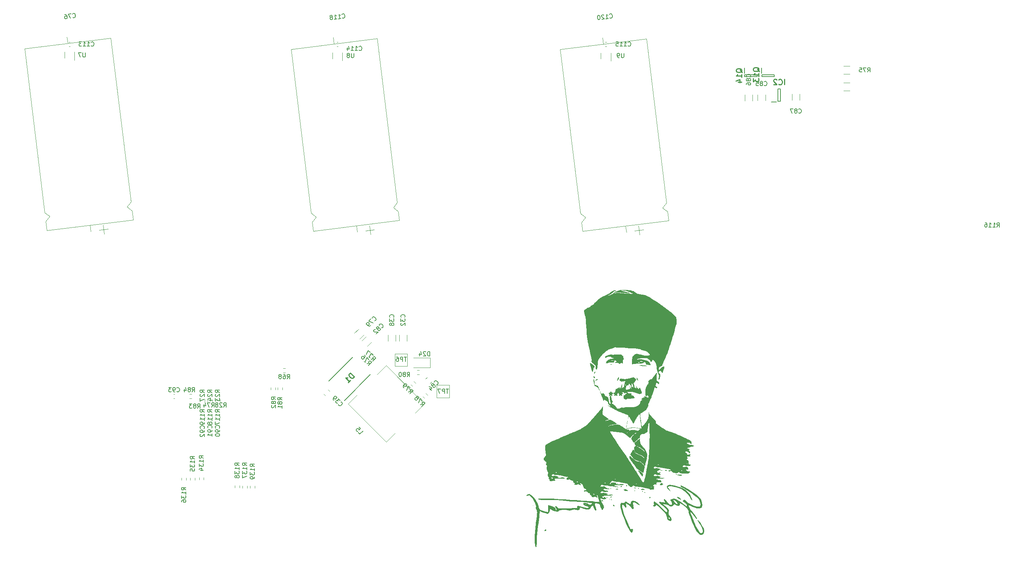
<source format=gbr>
%TF.GenerationSoftware,KiCad,Pcbnew,7.0.1*%
%TF.CreationDate,2023-11-27T14:14:32+03:00*%
%TF.ProjectId,motordriver,6d6f746f-7264-4726-9976-65722e6b6963,rev?*%
%TF.SameCoordinates,Original*%
%TF.FileFunction,Legend,Bot*%
%TF.FilePolarity,Positive*%
%FSLAX46Y46*%
G04 Gerber Fmt 4.6, Leading zero omitted, Abs format (unit mm)*
G04 Created by KiCad (PCBNEW 7.0.1) date 2023-11-27 14:14:32*
%MOMM*%
%LPD*%
G01*
G04 APERTURE LIST*
%ADD10C,0.150000*%
%ADD11C,0.254000*%
%ADD12C,0.300000*%
%ADD13C,0.120000*%
%ADD14C,0.200000*%
G04 APERTURE END LIST*
D10*
%TO.C,R117*%
X96220619Y-121816952D02*
X95744428Y-121483619D01*
X96220619Y-121245524D02*
X95220619Y-121245524D01*
X95220619Y-121245524D02*
X95220619Y-121626476D01*
X95220619Y-121626476D02*
X95268238Y-121721714D01*
X95268238Y-121721714D02*
X95315857Y-121769333D01*
X95315857Y-121769333D02*
X95411095Y-121816952D01*
X95411095Y-121816952D02*
X95553952Y-121816952D01*
X95553952Y-121816952D02*
X95649190Y-121769333D01*
X95649190Y-121769333D02*
X95696809Y-121721714D01*
X95696809Y-121721714D02*
X95744428Y-121626476D01*
X95744428Y-121626476D02*
X95744428Y-121245524D01*
X96220619Y-122769333D02*
X96220619Y-122197905D01*
X96220619Y-122483619D02*
X95220619Y-122483619D01*
X95220619Y-122483619D02*
X95363476Y-122388381D01*
X95363476Y-122388381D02*
X95458714Y-122293143D01*
X95458714Y-122293143D02*
X95506333Y-122197905D01*
X96220619Y-123721714D02*
X96220619Y-123150286D01*
X96220619Y-123436000D02*
X95220619Y-123436000D01*
X95220619Y-123436000D02*
X95363476Y-123340762D01*
X95363476Y-123340762D02*
X95458714Y-123245524D01*
X95458714Y-123245524D02*
X95506333Y-123150286D01*
X95220619Y-124055048D02*
X95220619Y-124721714D01*
X95220619Y-124721714D02*
X96220619Y-124293143D01*
%TO.C,R119*%
X92664619Y-121816952D02*
X92188428Y-121483619D01*
X92664619Y-121245524D02*
X91664619Y-121245524D01*
X91664619Y-121245524D02*
X91664619Y-121626476D01*
X91664619Y-121626476D02*
X91712238Y-121721714D01*
X91712238Y-121721714D02*
X91759857Y-121769333D01*
X91759857Y-121769333D02*
X91855095Y-121816952D01*
X91855095Y-121816952D02*
X91997952Y-121816952D01*
X91997952Y-121816952D02*
X92093190Y-121769333D01*
X92093190Y-121769333D02*
X92140809Y-121721714D01*
X92140809Y-121721714D02*
X92188428Y-121626476D01*
X92188428Y-121626476D02*
X92188428Y-121245524D01*
X92664619Y-122769333D02*
X92664619Y-122197905D01*
X92664619Y-122483619D02*
X91664619Y-122483619D01*
X91664619Y-122483619D02*
X91807476Y-122388381D01*
X91807476Y-122388381D02*
X91902714Y-122293143D01*
X91902714Y-122293143D02*
X91950333Y-122197905D01*
X92664619Y-123721714D02*
X92664619Y-123150286D01*
X92664619Y-123436000D02*
X91664619Y-123436000D01*
X91664619Y-123436000D02*
X91807476Y-123340762D01*
X91807476Y-123340762D02*
X91902714Y-123245524D01*
X91902714Y-123245524D02*
X91950333Y-123150286D01*
X92664619Y-124197905D02*
X92664619Y-124388381D01*
X92664619Y-124388381D02*
X92617000Y-124483619D01*
X92617000Y-124483619D02*
X92569380Y-124531238D01*
X92569380Y-124531238D02*
X92426523Y-124626476D01*
X92426523Y-124626476D02*
X92236047Y-124674095D01*
X92236047Y-124674095D02*
X91855095Y-124674095D01*
X91855095Y-124674095D02*
X91759857Y-124626476D01*
X91759857Y-124626476D02*
X91712238Y-124578857D01*
X91712238Y-124578857D02*
X91664619Y-124483619D01*
X91664619Y-124483619D02*
X91664619Y-124293143D01*
X91664619Y-124293143D02*
X91712238Y-124197905D01*
X91712238Y-124197905D02*
X91759857Y-124150286D01*
X91759857Y-124150286D02*
X91855095Y-124102667D01*
X91855095Y-124102667D02*
X92093190Y-124102667D01*
X92093190Y-124102667D02*
X92188428Y-124150286D01*
X92188428Y-124150286D02*
X92236047Y-124197905D01*
X92236047Y-124197905D02*
X92283666Y-124293143D01*
X92283666Y-124293143D02*
X92283666Y-124483619D01*
X92283666Y-124483619D02*
X92236047Y-124578857D01*
X92236047Y-124578857D02*
X92188428Y-124626476D01*
X92188428Y-124626476D02*
X92093190Y-124674095D01*
%TO.C,R118*%
X94442619Y-121816952D02*
X93966428Y-121483619D01*
X94442619Y-121245524D02*
X93442619Y-121245524D01*
X93442619Y-121245524D02*
X93442619Y-121626476D01*
X93442619Y-121626476D02*
X93490238Y-121721714D01*
X93490238Y-121721714D02*
X93537857Y-121769333D01*
X93537857Y-121769333D02*
X93633095Y-121816952D01*
X93633095Y-121816952D02*
X93775952Y-121816952D01*
X93775952Y-121816952D02*
X93871190Y-121769333D01*
X93871190Y-121769333D02*
X93918809Y-121721714D01*
X93918809Y-121721714D02*
X93966428Y-121626476D01*
X93966428Y-121626476D02*
X93966428Y-121245524D01*
X94442619Y-122769333D02*
X94442619Y-122197905D01*
X94442619Y-122483619D02*
X93442619Y-122483619D01*
X93442619Y-122483619D02*
X93585476Y-122388381D01*
X93585476Y-122388381D02*
X93680714Y-122293143D01*
X93680714Y-122293143D02*
X93728333Y-122197905D01*
X94442619Y-123721714D02*
X94442619Y-123150286D01*
X94442619Y-123436000D02*
X93442619Y-123436000D01*
X93442619Y-123436000D02*
X93585476Y-123340762D01*
X93585476Y-123340762D02*
X93680714Y-123245524D01*
X93680714Y-123245524D02*
X93728333Y-123150286D01*
X93871190Y-124293143D02*
X93823571Y-124197905D01*
X93823571Y-124197905D02*
X93775952Y-124150286D01*
X93775952Y-124150286D02*
X93680714Y-124102667D01*
X93680714Y-124102667D02*
X93633095Y-124102667D01*
X93633095Y-124102667D02*
X93537857Y-124150286D01*
X93537857Y-124150286D02*
X93490238Y-124197905D01*
X93490238Y-124197905D02*
X93442619Y-124293143D01*
X93442619Y-124293143D02*
X93442619Y-124483619D01*
X93442619Y-124483619D02*
X93490238Y-124578857D01*
X93490238Y-124578857D02*
X93537857Y-124626476D01*
X93537857Y-124626476D02*
X93633095Y-124674095D01*
X93633095Y-124674095D02*
X93680714Y-124674095D01*
X93680714Y-124674095D02*
X93775952Y-124626476D01*
X93775952Y-124626476D02*
X93823571Y-124578857D01*
X93823571Y-124578857D02*
X93871190Y-124483619D01*
X93871190Y-124483619D02*
X93871190Y-124293143D01*
X93871190Y-124293143D02*
X93918809Y-124197905D01*
X93918809Y-124197905D02*
X93966428Y-124150286D01*
X93966428Y-124150286D02*
X94061666Y-124102667D01*
X94061666Y-124102667D02*
X94252142Y-124102667D01*
X94252142Y-124102667D02*
X94347380Y-124150286D01*
X94347380Y-124150286D02*
X94395000Y-124197905D01*
X94395000Y-124197905D02*
X94442619Y-124293143D01*
X94442619Y-124293143D02*
X94442619Y-124483619D01*
X94442619Y-124483619D02*
X94395000Y-124578857D01*
X94395000Y-124578857D02*
X94347380Y-124626476D01*
X94347380Y-124626476D02*
X94252142Y-124674095D01*
X94252142Y-124674095D02*
X94061666Y-124674095D01*
X94061666Y-124674095D02*
X93966428Y-124626476D01*
X93966428Y-124626476D02*
X93918809Y-124578857D01*
X93918809Y-124578857D02*
X93871190Y-124483619D01*
%TO.C,R23*%
X96220619Y-117213142D02*
X95744428Y-116879809D01*
X96220619Y-116641714D02*
X95220619Y-116641714D01*
X95220619Y-116641714D02*
X95220619Y-117022666D01*
X95220619Y-117022666D02*
X95268238Y-117117904D01*
X95268238Y-117117904D02*
X95315857Y-117165523D01*
X95315857Y-117165523D02*
X95411095Y-117213142D01*
X95411095Y-117213142D02*
X95553952Y-117213142D01*
X95553952Y-117213142D02*
X95649190Y-117165523D01*
X95649190Y-117165523D02*
X95696809Y-117117904D01*
X95696809Y-117117904D02*
X95744428Y-117022666D01*
X95744428Y-117022666D02*
X95744428Y-116641714D01*
X95315857Y-117594095D02*
X95268238Y-117641714D01*
X95268238Y-117641714D02*
X95220619Y-117736952D01*
X95220619Y-117736952D02*
X95220619Y-117975047D01*
X95220619Y-117975047D02*
X95268238Y-118070285D01*
X95268238Y-118070285D02*
X95315857Y-118117904D01*
X95315857Y-118117904D02*
X95411095Y-118165523D01*
X95411095Y-118165523D02*
X95506333Y-118165523D01*
X95506333Y-118165523D02*
X95649190Y-118117904D01*
X95649190Y-118117904D02*
X96220619Y-117546476D01*
X96220619Y-117546476D02*
X96220619Y-118165523D01*
X95220619Y-118498857D02*
X95220619Y-119117904D01*
X95220619Y-119117904D02*
X95601571Y-118784571D01*
X95601571Y-118784571D02*
X95601571Y-118927428D01*
X95601571Y-118927428D02*
X95649190Y-119022666D01*
X95649190Y-119022666D02*
X95696809Y-119070285D01*
X95696809Y-119070285D02*
X95792047Y-119117904D01*
X95792047Y-119117904D02*
X96030142Y-119117904D01*
X96030142Y-119117904D02*
X96125380Y-119070285D01*
X96125380Y-119070285D02*
X96173000Y-119022666D01*
X96173000Y-119022666D02*
X96220619Y-118927428D01*
X96220619Y-118927428D02*
X96220619Y-118641714D01*
X96220619Y-118641714D02*
X96173000Y-118546476D01*
X96173000Y-118546476D02*
X96125380Y-118498857D01*
%TO.C,R24*%
X94442619Y-117213142D02*
X93966428Y-116879809D01*
X94442619Y-116641714D02*
X93442619Y-116641714D01*
X93442619Y-116641714D02*
X93442619Y-117022666D01*
X93442619Y-117022666D02*
X93490238Y-117117904D01*
X93490238Y-117117904D02*
X93537857Y-117165523D01*
X93537857Y-117165523D02*
X93633095Y-117213142D01*
X93633095Y-117213142D02*
X93775952Y-117213142D01*
X93775952Y-117213142D02*
X93871190Y-117165523D01*
X93871190Y-117165523D02*
X93918809Y-117117904D01*
X93918809Y-117117904D02*
X93966428Y-117022666D01*
X93966428Y-117022666D02*
X93966428Y-116641714D01*
X93537857Y-117594095D02*
X93490238Y-117641714D01*
X93490238Y-117641714D02*
X93442619Y-117736952D01*
X93442619Y-117736952D02*
X93442619Y-117975047D01*
X93442619Y-117975047D02*
X93490238Y-118070285D01*
X93490238Y-118070285D02*
X93537857Y-118117904D01*
X93537857Y-118117904D02*
X93633095Y-118165523D01*
X93633095Y-118165523D02*
X93728333Y-118165523D01*
X93728333Y-118165523D02*
X93871190Y-118117904D01*
X93871190Y-118117904D02*
X94442619Y-117546476D01*
X94442619Y-117546476D02*
X94442619Y-118165523D01*
X93775952Y-119022666D02*
X94442619Y-119022666D01*
X93395000Y-118784571D02*
X94109285Y-118546476D01*
X94109285Y-118546476D02*
X94109285Y-119165523D01*
%TO.C,R27*%
X92664619Y-117213142D02*
X92188428Y-116879809D01*
X92664619Y-116641714D02*
X91664619Y-116641714D01*
X91664619Y-116641714D02*
X91664619Y-117022666D01*
X91664619Y-117022666D02*
X91712238Y-117117904D01*
X91712238Y-117117904D02*
X91759857Y-117165523D01*
X91759857Y-117165523D02*
X91855095Y-117213142D01*
X91855095Y-117213142D02*
X91997952Y-117213142D01*
X91997952Y-117213142D02*
X92093190Y-117165523D01*
X92093190Y-117165523D02*
X92140809Y-117117904D01*
X92140809Y-117117904D02*
X92188428Y-117022666D01*
X92188428Y-117022666D02*
X92188428Y-116641714D01*
X91759857Y-117594095D02*
X91712238Y-117641714D01*
X91712238Y-117641714D02*
X91664619Y-117736952D01*
X91664619Y-117736952D02*
X91664619Y-117975047D01*
X91664619Y-117975047D02*
X91712238Y-118070285D01*
X91712238Y-118070285D02*
X91759857Y-118117904D01*
X91759857Y-118117904D02*
X91855095Y-118165523D01*
X91855095Y-118165523D02*
X91950333Y-118165523D01*
X91950333Y-118165523D02*
X92093190Y-118117904D01*
X92093190Y-118117904D02*
X92664619Y-117546476D01*
X92664619Y-117546476D02*
X92664619Y-118165523D01*
X91664619Y-118498857D02*
X91664619Y-119165523D01*
X91664619Y-119165523D02*
X92664619Y-118736952D01*
%TO.C,R134*%
X92432619Y-132561452D02*
X91956428Y-132228119D01*
X92432619Y-131990024D02*
X91432619Y-131990024D01*
X91432619Y-131990024D02*
X91432619Y-132370976D01*
X91432619Y-132370976D02*
X91480238Y-132466214D01*
X91480238Y-132466214D02*
X91527857Y-132513833D01*
X91527857Y-132513833D02*
X91623095Y-132561452D01*
X91623095Y-132561452D02*
X91765952Y-132561452D01*
X91765952Y-132561452D02*
X91861190Y-132513833D01*
X91861190Y-132513833D02*
X91908809Y-132466214D01*
X91908809Y-132466214D02*
X91956428Y-132370976D01*
X91956428Y-132370976D02*
X91956428Y-131990024D01*
X92432619Y-133513833D02*
X92432619Y-132942405D01*
X92432619Y-133228119D02*
X91432619Y-133228119D01*
X91432619Y-133228119D02*
X91575476Y-133132881D01*
X91575476Y-133132881D02*
X91670714Y-133037643D01*
X91670714Y-133037643D02*
X91718333Y-132942405D01*
X91432619Y-133847167D02*
X91432619Y-134466214D01*
X91432619Y-134466214D02*
X91813571Y-134132881D01*
X91813571Y-134132881D02*
X91813571Y-134275738D01*
X91813571Y-134275738D02*
X91861190Y-134370976D01*
X91861190Y-134370976D02*
X91908809Y-134418595D01*
X91908809Y-134418595D02*
X92004047Y-134466214D01*
X92004047Y-134466214D02*
X92242142Y-134466214D01*
X92242142Y-134466214D02*
X92337380Y-134418595D01*
X92337380Y-134418595D02*
X92385000Y-134370976D01*
X92385000Y-134370976D02*
X92432619Y-134275738D01*
X92432619Y-134275738D02*
X92432619Y-133990024D01*
X92432619Y-133990024D02*
X92385000Y-133894786D01*
X92385000Y-133894786D02*
X92337380Y-133847167D01*
X91765952Y-135323357D02*
X92432619Y-135323357D01*
X91385000Y-135085262D02*
X92099285Y-134847167D01*
X92099285Y-134847167D02*
X92099285Y-135466214D01*
%TO.C,R81*%
X110762619Y-118959142D02*
X110286428Y-118625809D01*
X110762619Y-118387714D02*
X109762619Y-118387714D01*
X109762619Y-118387714D02*
X109762619Y-118768666D01*
X109762619Y-118768666D02*
X109810238Y-118863904D01*
X109810238Y-118863904D02*
X109857857Y-118911523D01*
X109857857Y-118911523D02*
X109953095Y-118959142D01*
X109953095Y-118959142D02*
X110095952Y-118959142D01*
X110095952Y-118959142D02*
X110191190Y-118911523D01*
X110191190Y-118911523D02*
X110238809Y-118863904D01*
X110238809Y-118863904D02*
X110286428Y-118768666D01*
X110286428Y-118768666D02*
X110286428Y-118387714D01*
X110191190Y-119530571D02*
X110143571Y-119435333D01*
X110143571Y-119435333D02*
X110095952Y-119387714D01*
X110095952Y-119387714D02*
X110000714Y-119340095D01*
X110000714Y-119340095D02*
X109953095Y-119340095D01*
X109953095Y-119340095D02*
X109857857Y-119387714D01*
X109857857Y-119387714D02*
X109810238Y-119435333D01*
X109810238Y-119435333D02*
X109762619Y-119530571D01*
X109762619Y-119530571D02*
X109762619Y-119721047D01*
X109762619Y-119721047D02*
X109810238Y-119816285D01*
X109810238Y-119816285D02*
X109857857Y-119863904D01*
X109857857Y-119863904D02*
X109953095Y-119911523D01*
X109953095Y-119911523D02*
X110000714Y-119911523D01*
X110000714Y-119911523D02*
X110095952Y-119863904D01*
X110095952Y-119863904D02*
X110143571Y-119816285D01*
X110143571Y-119816285D02*
X110191190Y-119721047D01*
X110191190Y-119721047D02*
X110191190Y-119530571D01*
X110191190Y-119530571D02*
X110238809Y-119435333D01*
X110238809Y-119435333D02*
X110286428Y-119387714D01*
X110286428Y-119387714D02*
X110381666Y-119340095D01*
X110381666Y-119340095D02*
X110572142Y-119340095D01*
X110572142Y-119340095D02*
X110667380Y-119387714D01*
X110667380Y-119387714D02*
X110715000Y-119435333D01*
X110715000Y-119435333D02*
X110762619Y-119530571D01*
X110762619Y-119530571D02*
X110762619Y-119721047D01*
X110762619Y-119721047D02*
X110715000Y-119816285D01*
X110715000Y-119816285D02*
X110667380Y-119863904D01*
X110667380Y-119863904D02*
X110572142Y-119911523D01*
X110572142Y-119911523D02*
X110381666Y-119911523D01*
X110381666Y-119911523D02*
X110286428Y-119863904D01*
X110286428Y-119863904D02*
X110238809Y-119816285D01*
X110238809Y-119816285D02*
X110191190Y-119721047D01*
X110762619Y-120863904D02*
X110762619Y-120292476D01*
X110762619Y-120578190D02*
X109762619Y-120578190D01*
X109762619Y-120578190D02*
X109905476Y-120482952D01*
X109905476Y-120482952D02*
X110000714Y-120387714D01*
X110000714Y-120387714D02*
X110048333Y-120292476D01*
%TO.C,R139*%
X104348619Y-134516952D02*
X103872428Y-134183619D01*
X104348619Y-133945524D02*
X103348619Y-133945524D01*
X103348619Y-133945524D02*
X103348619Y-134326476D01*
X103348619Y-134326476D02*
X103396238Y-134421714D01*
X103396238Y-134421714D02*
X103443857Y-134469333D01*
X103443857Y-134469333D02*
X103539095Y-134516952D01*
X103539095Y-134516952D02*
X103681952Y-134516952D01*
X103681952Y-134516952D02*
X103777190Y-134469333D01*
X103777190Y-134469333D02*
X103824809Y-134421714D01*
X103824809Y-134421714D02*
X103872428Y-134326476D01*
X103872428Y-134326476D02*
X103872428Y-133945524D01*
X104348619Y-135469333D02*
X104348619Y-134897905D01*
X104348619Y-135183619D02*
X103348619Y-135183619D01*
X103348619Y-135183619D02*
X103491476Y-135088381D01*
X103491476Y-135088381D02*
X103586714Y-134993143D01*
X103586714Y-134993143D02*
X103634333Y-134897905D01*
X103348619Y-135802667D02*
X103348619Y-136421714D01*
X103348619Y-136421714D02*
X103729571Y-136088381D01*
X103729571Y-136088381D02*
X103729571Y-136231238D01*
X103729571Y-136231238D02*
X103777190Y-136326476D01*
X103777190Y-136326476D02*
X103824809Y-136374095D01*
X103824809Y-136374095D02*
X103920047Y-136421714D01*
X103920047Y-136421714D02*
X104158142Y-136421714D01*
X104158142Y-136421714D02*
X104253380Y-136374095D01*
X104253380Y-136374095D02*
X104301000Y-136326476D01*
X104301000Y-136326476D02*
X104348619Y-136231238D01*
X104348619Y-136231238D02*
X104348619Y-135945524D01*
X104348619Y-135945524D02*
X104301000Y-135850286D01*
X104301000Y-135850286D02*
X104253380Y-135802667D01*
X104348619Y-136897905D02*
X104348619Y-137088381D01*
X104348619Y-137088381D02*
X104301000Y-137183619D01*
X104301000Y-137183619D02*
X104253380Y-137231238D01*
X104253380Y-137231238D02*
X104110523Y-137326476D01*
X104110523Y-137326476D02*
X103920047Y-137374095D01*
X103920047Y-137374095D02*
X103539095Y-137374095D01*
X103539095Y-137374095D02*
X103443857Y-137326476D01*
X103443857Y-137326476D02*
X103396238Y-137278857D01*
X103396238Y-137278857D02*
X103348619Y-137183619D01*
X103348619Y-137183619D02*
X103348619Y-136993143D01*
X103348619Y-136993143D02*
X103396238Y-136897905D01*
X103396238Y-136897905D02*
X103443857Y-136850286D01*
X103443857Y-136850286D02*
X103539095Y-136802667D01*
X103539095Y-136802667D02*
X103777190Y-136802667D01*
X103777190Y-136802667D02*
X103872428Y-136850286D01*
X103872428Y-136850286D02*
X103920047Y-136897905D01*
X103920047Y-136897905D02*
X103967666Y-136993143D01*
X103967666Y-136993143D02*
X103967666Y-137183619D01*
X103967666Y-137183619D02*
X103920047Y-137278857D01*
X103920047Y-137278857D02*
X103872428Y-137326476D01*
X103872428Y-137326476D02*
X103777190Y-137374095D01*
%TO.C,C82*%
X134013546Y-102116408D02*
X134080889Y-102116408D01*
X134080889Y-102116408D02*
X134215576Y-102049065D01*
X134215576Y-102049065D02*
X134282920Y-101981721D01*
X134282920Y-101981721D02*
X134350263Y-101847034D01*
X134350263Y-101847034D02*
X134350263Y-101712347D01*
X134350263Y-101712347D02*
X134316592Y-101611332D01*
X134316592Y-101611332D02*
X134215576Y-101442973D01*
X134215576Y-101442973D02*
X134114561Y-101341958D01*
X134114561Y-101341958D02*
X133946202Y-101240943D01*
X133946202Y-101240943D02*
X133845187Y-101207271D01*
X133845187Y-101207271D02*
X133710500Y-101207271D01*
X133710500Y-101207271D02*
X133575813Y-101274615D01*
X133575813Y-101274615D02*
X133508469Y-101341958D01*
X133508469Y-101341958D02*
X133441126Y-101476645D01*
X133441126Y-101476645D02*
X133441126Y-101543989D01*
X133272767Y-102183752D02*
X133306439Y-102082737D01*
X133306439Y-102082737D02*
X133306439Y-102015393D01*
X133306439Y-102015393D02*
X133272767Y-101914378D01*
X133272767Y-101914378D02*
X133239095Y-101880706D01*
X133239095Y-101880706D02*
X133138080Y-101847034D01*
X133138080Y-101847034D02*
X133070737Y-101847034D01*
X133070737Y-101847034D02*
X132969721Y-101880706D01*
X132969721Y-101880706D02*
X132835034Y-102015393D01*
X132835034Y-102015393D02*
X132801363Y-102116408D01*
X132801363Y-102116408D02*
X132801363Y-102183752D01*
X132801363Y-102183752D02*
X132835034Y-102284767D01*
X132835034Y-102284767D02*
X132868706Y-102318439D01*
X132868706Y-102318439D02*
X132969721Y-102352111D01*
X132969721Y-102352111D02*
X133037065Y-102352111D01*
X133037065Y-102352111D02*
X133138080Y-102318439D01*
X133138080Y-102318439D02*
X133272767Y-102183752D01*
X133272767Y-102183752D02*
X133373782Y-102150080D01*
X133373782Y-102150080D02*
X133441126Y-102150080D01*
X133441126Y-102150080D02*
X133542141Y-102183752D01*
X133542141Y-102183752D02*
X133676828Y-102318439D01*
X133676828Y-102318439D02*
X133710500Y-102419454D01*
X133710500Y-102419454D02*
X133710500Y-102486798D01*
X133710500Y-102486798D02*
X133676828Y-102587813D01*
X133676828Y-102587813D02*
X133542141Y-102722500D01*
X133542141Y-102722500D02*
X133441126Y-102756172D01*
X133441126Y-102756172D02*
X133373782Y-102756172D01*
X133373782Y-102756172D02*
X133272767Y-102722500D01*
X133272767Y-102722500D02*
X133138080Y-102587813D01*
X133138080Y-102587813D02*
X133104408Y-102486798D01*
X133104408Y-102486798D02*
X133104408Y-102419454D01*
X133104408Y-102419454D02*
X133138080Y-102318439D01*
X132498317Y-102486798D02*
X132430973Y-102486798D01*
X132430973Y-102486798D02*
X132329958Y-102520469D01*
X132329958Y-102520469D02*
X132161599Y-102688828D01*
X132161599Y-102688828D02*
X132127928Y-102789843D01*
X132127928Y-102789843D02*
X132127928Y-102857187D01*
X132127928Y-102857187D02*
X132161599Y-102958202D01*
X132161599Y-102958202D02*
X132228943Y-103025546D01*
X132228943Y-103025546D02*
X132363630Y-103092889D01*
X132363630Y-103092889D02*
X133171752Y-103092889D01*
X133171752Y-103092889D02*
X132734019Y-103530622D01*
%TO.C,C93*%
X86240857Y-116953380D02*
X86288476Y-117001000D01*
X86288476Y-117001000D02*
X86431333Y-117048619D01*
X86431333Y-117048619D02*
X86526571Y-117048619D01*
X86526571Y-117048619D02*
X86669428Y-117001000D01*
X86669428Y-117001000D02*
X86764666Y-116905761D01*
X86764666Y-116905761D02*
X86812285Y-116810523D01*
X86812285Y-116810523D02*
X86859904Y-116620047D01*
X86859904Y-116620047D02*
X86859904Y-116477190D01*
X86859904Y-116477190D02*
X86812285Y-116286714D01*
X86812285Y-116286714D02*
X86764666Y-116191476D01*
X86764666Y-116191476D02*
X86669428Y-116096238D01*
X86669428Y-116096238D02*
X86526571Y-116048619D01*
X86526571Y-116048619D02*
X86431333Y-116048619D01*
X86431333Y-116048619D02*
X86288476Y-116096238D01*
X86288476Y-116096238D02*
X86240857Y-116143857D01*
X85764666Y-117048619D02*
X85574190Y-117048619D01*
X85574190Y-117048619D02*
X85478952Y-117001000D01*
X85478952Y-117001000D02*
X85431333Y-116953380D01*
X85431333Y-116953380D02*
X85336095Y-116810523D01*
X85336095Y-116810523D02*
X85288476Y-116620047D01*
X85288476Y-116620047D02*
X85288476Y-116239095D01*
X85288476Y-116239095D02*
X85336095Y-116143857D01*
X85336095Y-116143857D02*
X85383714Y-116096238D01*
X85383714Y-116096238D02*
X85478952Y-116048619D01*
X85478952Y-116048619D02*
X85669428Y-116048619D01*
X85669428Y-116048619D02*
X85764666Y-116096238D01*
X85764666Y-116096238D02*
X85812285Y-116143857D01*
X85812285Y-116143857D02*
X85859904Y-116239095D01*
X85859904Y-116239095D02*
X85859904Y-116477190D01*
X85859904Y-116477190D02*
X85812285Y-116572428D01*
X85812285Y-116572428D02*
X85764666Y-116620047D01*
X85764666Y-116620047D02*
X85669428Y-116667666D01*
X85669428Y-116667666D02*
X85478952Y-116667666D01*
X85478952Y-116667666D02*
X85383714Y-116620047D01*
X85383714Y-116620047D02*
X85336095Y-116572428D01*
X85336095Y-116572428D02*
X85288476Y-116477190D01*
X84955142Y-116048619D02*
X84336095Y-116048619D01*
X84336095Y-116048619D02*
X84669428Y-116429571D01*
X84669428Y-116429571D02*
X84526571Y-116429571D01*
X84526571Y-116429571D02*
X84431333Y-116477190D01*
X84431333Y-116477190D02*
X84383714Y-116524809D01*
X84383714Y-116524809D02*
X84336095Y-116620047D01*
X84336095Y-116620047D02*
X84336095Y-116858142D01*
X84336095Y-116858142D02*
X84383714Y-116953380D01*
X84383714Y-116953380D02*
X84431333Y-117001000D01*
X84431333Y-117001000D02*
X84526571Y-117048619D01*
X84526571Y-117048619D02*
X84812285Y-117048619D01*
X84812285Y-117048619D02*
X84907523Y-117001000D01*
X84907523Y-117001000D02*
X84955142Y-116953380D01*
%TO.C,R75*%
X247336457Y-42423419D02*
X247669790Y-41947228D01*
X247907885Y-42423419D02*
X247907885Y-41423419D01*
X247907885Y-41423419D02*
X247526933Y-41423419D01*
X247526933Y-41423419D02*
X247431695Y-41471038D01*
X247431695Y-41471038D02*
X247384076Y-41518657D01*
X247384076Y-41518657D02*
X247336457Y-41613895D01*
X247336457Y-41613895D02*
X247336457Y-41756752D01*
X247336457Y-41756752D02*
X247384076Y-41851990D01*
X247384076Y-41851990D02*
X247431695Y-41899609D01*
X247431695Y-41899609D02*
X247526933Y-41947228D01*
X247526933Y-41947228D02*
X247907885Y-41947228D01*
X247003123Y-41423419D02*
X246336457Y-41423419D01*
X246336457Y-41423419D02*
X246765028Y-42423419D01*
X245479314Y-41423419D02*
X245955504Y-41423419D01*
X245955504Y-41423419D02*
X246003123Y-41899609D01*
X246003123Y-41899609D02*
X245955504Y-41851990D01*
X245955504Y-41851990D02*
X245860266Y-41804371D01*
X245860266Y-41804371D02*
X245622171Y-41804371D01*
X245622171Y-41804371D02*
X245526933Y-41851990D01*
X245526933Y-41851990D02*
X245479314Y-41899609D01*
X245479314Y-41899609D02*
X245431695Y-41994847D01*
X245431695Y-41994847D02*
X245431695Y-42232942D01*
X245431695Y-42232942D02*
X245479314Y-42328180D01*
X245479314Y-42328180D02*
X245526933Y-42375800D01*
X245526933Y-42375800D02*
X245622171Y-42423419D01*
X245622171Y-42423419D02*
X245860266Y-42423419D01*
X245860266Y-42423419D02*
X245955504Y-42375800D01*
X245955504Y-42375800D02*
X246003123Y-42328180D01*
%TO.C,C90*%
X96127380Y-125506142D02*
X96175000Y-125458523D01*
X96175000Y-125458523D02*
X96222619Y-125315666D01*
X96222619Y-125315666D02*
X96222619Y-125220428D01*
X96222619Y-125220428D02*
X96175000Y-125077571D01*
X96175000Y-125077571D02*
X96079761Y-124982333D01*
X96079761Y-124982333D02*
X95984523Y-124934714D01*
X95984523Y-124934714D02*
X95794047Y-124887095D01*
X95794047Y-124887095D02*
X95651190Y-124887095D01*
X95651190Y-124887095D02*
X95460714Y-124934714D01*
X95460714Y-124934714D02*
X95365476Y-124982333D01*
X95365476Y-124982333D02*
X95270238Y-125077571D01*
X95270238Y-125077571D02*
X95222619Y-125220428D01*
X95222619Y-125220428D02*
X95222619Y-125315666D01*
X95222619Y-125315666D02*
X95270238Y-125458523D01*
X95270238Y-125458523D02*
X95317857Y-125506142D01*
X96222619Y-125982333D02*
X96222619Y-126172809D01*
X96222619Y-126172809D02*
X96175000Y-126268047D01*
X96175000Y-126268047D02*
X96127380Y-126315666D01*
X96127380Y-126315666D02*
X95984523Y-126410904D01*
X95984523Y-126410904D02*
X95794047Y-126458523D01*
X95794047Y-126458523D02*
X95413095Y-126458523D01*
X95413095Y-126458523D02*
X95317857Y-126410904D01*
X95317857Y-126410904D02*
X95270238Y-126363285D01*
X95270238Y-126363285D02*
X95222619Y-126268047D01*
X95222619Y-126268047D02*
X95222619Y-126077571D01*
X95222619Y-126077571D02*
X95270238Y-125982333D01*
X95270238Y-125982333D02*
X95317857Y-125934714D01*
X95317857Y-125934714D02*
X95413095Y-125887095D01*
X95413095Y-125887095D02*
X95651190Y-125887095D01*
X95651190Y-125887095D02*
X95746428Y-125934714D01*
X95746428Y-125934714D02*
X95794047Y-125982333D01*
X95794047Y-125982333D02*
X95841666Y-126077571D01*
X95841666Y-126077571D02*
X95841666Y-126268047D01*
X95841666Y-126268047D02*
X95794047Y-126363285D01*
X95794047Y-126363285D02*
X95746428Y-126410904D01*
X95746428Y-126410904D02*
X95651190Y-126458523D01*
X95222619Y-127077571D02*
X95222619Y-127172809D01*
X95222619Y-127172809D02*
X95270238Y-127268047D01*
X95270238Y-127268047D02*
X95317857Y-127315666D01*
X95317857Y-127315666D02*
X95413095Y-127363285D01*
X95413095Y-127363285D02*
X95603571Y-127410904D01*
X95603571Y-127410904D02*
X95841666Y-127410904D01*
X95841666Y-127410904D02*
X96032142Y-127363285D01*
X96032142Y-127363285D02*
X96127380Y-127315666D01*
X96127380Y-127315666D02*
X96175000Y-127268047D01*
X96175000Y-127268047D02*
X96222619Y-127172809D01*
X96222619Y-127172809D02*
X96222619Y-127077571D01*
X96222619Y-127077571D02*
X96175000Y-126982333D01*
X96175000Y-126982333D02*
X96127380Y-126934714D01*
X96127380Y-126934714D02*
X96032142Y-126887095D01*
X96032142Y-126887095D02*
X95841666Y-126839476D01*
X95841666Y-126839476D02*
X95603571Y-126839476D01*
X95603571Y-126839476D02*
X95413095Y-126887095D01*
X95413095Y-126887095D02*
X95317857Y-126934714D01*
X95317857Y-126934714D02*
X95270238Y-126982333D01*
X95270238Y-126982333D02*
X95222619Y-127077571D01*
%TO.C,R83*%
X91066857Y-120858619D02*
X91400190Y-120382428D01*
X91638285Y-120858619D02*
X91638285Y-119858619D01*
X91638285Y-119858619D02*
X91257333Y-119858619D01*
X91257333Y-119858619D02*
X91162095Y-119906238D01*
X91162095Y-119906238D02*
X91114476Y-119953857D01*
X91114476Y-119953857D02*
X91066857Y-120049095D01*
X91066857Y-120049095D02*
X91066857Y-120191952D01*
X91066857Y-120191952D02*
X91114476Y-120287190D01*
X91114476Y-120287190D02*
X91162095Y-120334809D01*
X91162095Y-120334809D02*
X91257333Y-120382428D01*
X91257333Y-120382428D02*
X91638285Y-120382428D01*
X90495428Y-120287190D02*
X90590666Y-120239571D01*
X90590666Y-120239571D02*
X90638285Y-120191952D01*
X90638285Y-120191952D02*
X90685904Y-120096714D01*
X90685904Y-120096714D02*
X90685904Y-120049095D01*
X90685904Y-120049095D02*
X90638285Y-119953857D01*
X90638285Y-119953857D02*
X90590666Y-119906238D01*
X90590666Y-119906238D02*
X90495428Y-119858619D01*
X90495428Y-119858619D02*
X90304952Y-119858619D01*
X90304952Y-119858619D02*
X90209714Y-119906238D01*
X90209714Y-119906238D02*
X90162095Y-119953857D01*
X90162095Y-119953857D02*
X90114476Y-120049095D01*
X90114476Y-120049095D02*
X90114476Y-120096714D01*
X90114476Y-120096714D02*
X90162095Y-120191952D01*
X90162095Y-120191952D02*
X90209714Y-120239571D01*
X90209714Y-120239571D02*
X90304952Y-120287190D01*
X90304952Y-120287190D02*
X90495428Y-120287190D01*
X90495428Y-120287190D02*
X90590666Y-120334809D01*
X90590666Y-120334809D02*
X90638285Y-120382428D01*
X90638285Y-120382428D02*
X90685904Y-120477666D01*
X90685904Y-120477666D02*
X90685904Y-120668142D01*
X90685904Y-120668142D02*
X90638285Y-120763380D01*
X90638285Y-120763380D02*
X90590666Y-120811000D01*
X90590666Y-120811000D02*
X90495428Y-120858619D01*
X90495428Y-120858619D02*
X90304952Y-120858619D01*
X90304952Y-120858619D02*
X90209714Y-120811000D01*
X90209714Y-120811000D02*
X90162095Y-120763380D01*
X90162095Y-120763380D02*
X90114476Y-120668142D01*
X90114476Y-120668142D02*
X90114476Y-120477666D01*
X90114476Y-120477666D02*
X90162095Y-120382428D01*
X90162095Y-120382428D02*
X90209714Y-120334809D01*
X90209714Y-120334809D02*
X90304952Y-120287190D01*
X89781142Y-119858619D02*
X89162095Y-119858619D01*
X89162095Y-119858619D02*
X89495428Y-120239571D01*
X89495428Y-120239571D02*
X89352571Y-120239571D01*
X89352571Y-120239571D02*
X89257333Y-120287190D01*
X89257333Y-120287190D02*
X89209714Y-120334809D01*
X89209714Y-120334809D02*
X89162095Y-120430047D01*
X89162095Y-120430047D02*
X89162095Y-120668142D01*
X89162095Y-120668142D02*
X89209714Y-120763380D01*
X89209714Y-120763380D02*
X89257333Y-120811000D01*
X89257333Y-120811000D02*
X89352571Y-120858619D01*
X89352571Y-120858619D02*
X89638285Y-120858619D01*
X89638285Y-120858619D02*
X89733523Y-120811000D01*
X89733523Y-120811000D02*
X89781142Y-120763380D01*
%TO.C,U9*%
X190499904Y-38070619D02*
X190499904Y-38880142D01*
X190499904Y-38880142D02*
X190452285Y-38975380D01*
X190452285Y-38975380D02*
X190404666Y-39023000D01*
X190404666Y-39023000D02*
X190309428Y-39070619D01*
X190309428Y-39070619D02*
X190118952Y-39070619D01*
X190118952Y-39070619D02*
X190023714Y-39023000D01*
X190023714Y-39023000D02*
X189976095Y-38975380D01*
X189976095Y-38975380D02*
X189928476Y-38880142D01*
X189928476Y-38880142D02*
X189928476Y-38070619D01*
X189404666Y-39070619D02*
X189214190Y-39070619D01*
X189214190Y-39070619D02*
X189118952Y-39023000D01*
X189118952Y-39023000D02*
X189071333Y-38975380D01*
X189071333Y-38975380D02*
X188976095Y-38832523D01*
X188976095Y-38832523D02*
X188928476Y-38642047D01*
X188928476Y-38642047D02*
X188928476Y-38261095D01*
X188928476Y-38261095D02*
X188976095Y-38165857D01*
X188976095Y-38165857D02*
X189023714Y-38118238D01*
X189023714Y-38118238D02*
X189118952Y-38070619D01*
X189118952Y-38070619D02*
X189309428Y-38070619D01*
X189309428Y-38070619D02*
X189404666Y-38118238D01*
X189404666Y-38118238D02*
X189452285Y-38165857D01*
X189452285Y-38165857D02*
X189499904Y-38261095D01*
X189499904Y-38261095D02*
X189499904Y-38499190D01*
X189499904Y-38499190D02*
X189452285Y-38594428D01*
X189452285Y-38594428D02*
X189404666Y-38642047D01*
X189404666Y-38642047D02*
X189309428Y-38689666D01*
X189309428Y-38689666D02*
X189118952Y-38689666D01*
X189118952Y-38689666D02*
X189023714Y-38642047D01*
X189023714Y-38642047D02*
X188976095Y-38594428D01*
X188976095Y-38594428D02*
X188928476Y-38499190D01*
D11*
%TO.C,Q14*%
X218074878Y-42555885D02*
X218014402Y-42434933D01*
X218014402Y-42434933D02*
X217893450Y-42313980D01*
X217893450Y-42313980D02*
X217712021Y-42132552D01*
X217712021Y-42132552D02*
X217651545Y-42011599D01*
X217651545Y-42011599D02*
X217651545Y-41890647D01*
X217953926Y-41951123D02*
X217893450Y-41830171D01*
X217893450Y-41830171D02*
X217772497Y-41709218D01*
X217772497Y-41709218D02*
X217530592Y-41648742D01*
X217530592Y-41648742D02*
X217107259Y-41648742D01*
X217107259Y-41648742D02*
X216865354Y-41709218D01*
X216865354Y-41709218D02*
X216744402Y-41830171D01*
X216744402Y-41830171D02*
X216683926Y-41951123D01*
X216683926Y-41951123D02*
X216683926Y-42193028D01*
X216683926Y-42193028D02*
X216744402Y-42313980D01*
X216744402Y-42313980D02*
X216865354Y-42434933D01*
X216865354Y-42434933D02*
X217107259Y-42495409D01*
X217107259Y-42495409D02*
X217530592Y-42495409D01*
X217530592Y-42495409D02*
X217772497Y-42434933D01*
X217772497Y-42434933D02*
X217893450Y-42313980D01*
X217893450Y-42313980D02*
X217953926Y-42193028D01*
X217953926Y-42193028D02*
X217953926Y-41951123D01*
X217953926Y-43704933D02*
X217953926Y-42979218D01*
X217953926Y-43342075D02*
X216683926Y-43342075D01*
X216683926Y-43342075D02*
X216865354Y-43221123D01*
X216865354Y-43221123D02*
X216986307Y-43100171D01*
X216986307Y-43100171D02*
X217046783Y-42979218D01*
X217107259Y-44793504D02*
X217953926Y-44793504D01*
X216623450Y-44491123D02*
X217530592Y-44188742D01*
X217530592Y-44188742D02*
X217530592Y-44974933D01*
D10*
%TO.C,R80*%
X139961857Y-113492619D02*
X140295190Y-113016428D01*
X140533285Y-113492619D02*
X140533285Y-112492619D01*
X140533285Y-112492619D02*
X140152333Y-112492619D01*
X140152333Y-112492619D02*
X140057095Y-112540238D01*
X140057095Y-112540238D02*
X140009476Y-112587857D01*
X140009476Y-112587857D02*
X139961857Y-112683095D01*
X139961857Y-112683095D02*
X139961857Y-112825952D01*
X139961857Y-112825952D02*
X140009476Y-112921190D01*
X140009476Y-112921190D02*
X140057095Y-112968809D01*
X140057095Y-112968809D02*
X140152333Y-113016428D01*
X140152333Y-113016428D02*
X140533285Y-113016428D01*
X139390428Y-112921190D02*
X139485666Y-112873571D01*
X139485666Y-112873571D02*
X139533285Y-112825952D01*
X139533285Y-112825952D02*
X139580904Y-112730714D01*
X139580904Y-112730714D02*
X139580904Y-112683095D01*
X139580904Y-112683095D02*
X139533285Y-112587857D01*
X139533285Y-112587857D02*
X139485666Y-112540238D01*
X139485666Y-112540238D02*
X139390428Y-112492619D01*
X139390428Y-112492619D02*
X139199952Y-112492619D01*
X139199952Y-112492619D02*
X139104714Y-112540238D01*
X139104714Y-112540238D02*
X139057095Y-112587857D01*
X139057095Y-112587857D02*
X139009476Y-112683095D01*
X139009476Y-112683095D02*
X139009476Y-112730714D01*
X139009476Y-112730714D02*
X139057095Y-112825952D01*
X139057095Y-112825952D02*
X139104714Y-112873571D01*
X139104714Y-112873571D02*
X139199952Y-112921190D01*
X139199952Y-112921190D02*
X139390428Y-112921190D01*
X139390428Y-112921190D02*
X139485666Y-112968809D01*
X139485666Y-112968809D02*
X139533285Y-113016428D01*
X139533285Y-113016428D02*
X139580904Y-113111666D01*
X139580904Y-113111666D02*
X139580904Y-113302142D01*
X139580904Y-113302142D02*
X139533285Y-113397380D01*
X139533285Y-113397380D02*
X139485666Y-113445000D01*
X139485666Y-113445000D02*
X139390428Y-113492619D01*
X139390428Y-113492619D02*
X139199952Y-113492619D01*
X139199952Y-113492619D02*
X139104714Y-113445000D01*
X139104714Y-113445000D02*
X139057095Y-113397380D01*
X139057095Y-113397380D02*
X139009476Y-113302142D01*
X139009476Y-113302142D02*
X139009476Y-113111666D01*
X139009476Y-113111666D02*
X139057095Y-113016428D01*
X139057095Y-113016428D02*
X139104714Y-112968809D01*
X139104714Y-112968809D02*
X139199952Y-112921190D01*
X138390428Y-112492619D02*
X138295190Y-112492619D01*
X138295190Y-112492619D02*
X138199952Y-112540238D01*
X138199952Y-112540238D02*
X138152333Y-112587857D01*
X138152333Y-112587857D02*
X138104714Y-112683095D01*
X138104714Y-112683095D02*
X138057095Y-112873571D01*
X138057095Y-112873571D02*
X138057095Y-113111666D01*
X138057095Y-113111666D02*
X138104714Y-113302142D01*
X138104714Y-113302142D02*
X138152333Y-113397380D01*
X138152333Y-113397380D02*
X138199952Y-113445000D01*
X138199952Y-113445000D02*
X138295190Y-113492619D01*
X138295190Y-113492619D02*
X138390428Y-113492619D01*
X138390428Y-113492619D02*
X138485666Y-113445000D01*
X138485666Y-113445000D02*
X138533285Y-113397380D01*
X138533285Y-113397380D02*
X138580904Y-113302142D01*
X138580904Y-113302142D02*
X138628523Y-113111666D01*
X138628523Y-113111666D02*
X138628523Y-112873571D01*
X138628523Y-112873571D02*
X138580904Y-112683095D01*
X138580904Y-112683095D02*
X138533285Y-112587857D01*
X138533285Y-112587857D02*
X138485666Y-112540238D01*
X138485666Y-112540238D02*
X138390428Y-112492619D01*
%TO.C,R82*%
X109289619Y-118855642D02*
X108813428Y-118522309D01*
X109289619Y-118284214D02*
X108289619Y-118284214D01*
X108289619Y-118284214D02*
X108289619Y-118665166D01*
X108289619Y-118665166D02*
X108337238Y-118760404D01*
X108337238Y-118760404D02*
X108384857Y-118808023D01*
X108384857Y-118808023D02*
X108480095Y-118855642D01*
X108480095Y-118855642D02*
X108622952Y-118855642D01*
X108622952Y-118855642D02*
X108718190Y-118808023D01*
X108718190Y-118808023D02*
X108765809Y-118760404D01*
X108765809Y-118760404D02*
X108813428Y-118665166D01*
X108813428Y-118665166D02*
X108813428Y-118284214D01*
X108718190Y-119427071D02*
X108670571Y-119331833D01*
X108670571Y-119331833D02*
X108622952Y-119284214D01*
X108622952Y-119284214D02*
X108527714Y-119236595D01*
X108527714Y-119236595D02*
X108480095Y-119236595D01*
X108480095Y-119236595D02*
X108384857Y-119284214D01*
X108384857Y-119284214D02*
X108337238Y-119331833D01*
X108337238Y-119331833D02*
X108289619Y-119427071D01*
X108289619Y-119427071D02*
X108289619Y-119617547D01*
X108289619Y-119617547D02*
X108337238Y-119712785D01*
X108337238Y-119712785D02*
X108384857Y-119760404D01*
X108384857Y-119760404D02*
X108480095Y-119808023D01*
X108480095Y-119808023D02*
X108527714Y-119808023D01*
X108527714Y-119808023D02*
X108622952Y-119760404D01*
X108622952Y-119760404D02*
X108670571Y-119712785D01*
X108670571Y-119712785D02*
X108718190Y-119617547D01*
X108718190Y-119617547D02*
X108718190Y-119427071D01*
X108718190Y-119427071D02*
X108765809Y-119331833D01*
X108765809Y-119331833D02*
X108813428Y-119284214D01*
X108813428Y-119284214D02*
X108908666Y-119236595D01*
X108908666Y-119236595D02*
X109099142Y-119236595D01*
X109099142Y-119236595D02*
X109194380Y-119284214D01*
X109194380Y-119284214D02*
X109242000Y-119331833D01*
X109242000Y-119331833D02*
X109289619Y-119427071D01*
X109289619Y-119427071D02*
X109289619Y-119617547D01*
X109289619Y-119617547D02*
X109242000Y-119712785D01*
X109242000Y-119712785D02*
X109194380Y-119760404D01*
X109194380Y-119760404D02*
X109099142Y-119808023D01*
X109099142Y-119808023D02*
X108908666Y-119808023D01*
X108908666Y-119808023D02*
X108813428Y-119760404D01*
X108813428Y-119760404D02*
X108765809Y-119712785D01*
X108765809Y-119712785D02*
X108718190Y-119617547D01*
X108384857Y-120188976D02*
X108337238Y-120236595D01*
X108337238Y-120236595D02*
X108289619Y-120331833D01*
X108289619Y-120331833D02*
X108289619Y-120569928D01*
X108289619Y-120569928D02*
X108337238Y-120665166D01*
X108337238Y-120665166D02*
X108384857Y-120712785D01*
X108384857Y-120712785D02*
X108480095Y-120760404D01*
X108480095Y-120760404D02*
X108575333Y-120760404D01*
X108575333Y-120760404D02*
X108718190Y-120712785D01*
X108718190Y-120712785D02*
X109289619Y-120141357D01*
X109289619Y-120141357D02*
X109289619Y-120760404D01*
%TO.C,R76*%
X130549816Y-110459320D02*
X131122236Y-110358305D01*
X130953877Y-110863381D02*
X131660984Y-110156274D01*
X131660984Y-110156274D02*
X131391610Y-109886900D01*
X131391610Y-109886900D02*
X131290595Y-109853229D01*
X131290595Y-109853229D02*
X131223251Y-109853229D01*
X131223251Y-109853229D02*
X131122236Y-109886900D01*
X131122236Y-109886900D02*
X131021221Y-109987916D01*
X131021221Y-109987916D02*
X130987549Y-110088931D01*
X130987549Y-110088931D02*
X130987549Y-110156274D01*
X130987549Y-110156274D02*
X131021221Y-110257290D01*
X131021221Y-110257290D02*
X131290595Y-110526664D01*
X131021221Y-109516511D02*
X130549816Y-109045107D01*
X130549816Y-109045107D02*
X130145755Y-110055259D01*
X129977396Y-108472687D02*
X130112083Y-108607374D01*
X130112083Y-108607374D02*
X130145755Y-108708389D01*
X130145755Y-108708389D02*
X130145755Y-108775733D01*
X130145755Y-108775733D02*
X130112083Y-108944091D01*
X130112083Y-108944091D02*
X130011068Y-109112450D01*
X130011068Y-109112450D02*
X129741694Y-109381824D01*
X129741694Y-109381824D02*
X129640679Y-109415496D01*
X129640679Y-109415496D02*
X129573335Y-109415496D01*
X129573335Y-109415496D02*
X129472320Y-109381824D01*
X129472320Y-109381824D02*
X129337633Y-109247137D01*
X129337633Y-109247137D02*
X129303961Y-109146122D01*
X129303961Y-109146122D02*
X129303961Y-109078778D01*
X129303961Y-109078778D02*
X129337633Y-108977763D01*
X129337633Y-108977763D02*
X129505992Y-108809404D01*
X129505992Y-108809404D02*
X129607007Y-108775733D01*
X129607007Y-108775733D02*
X129674351Y-108775733D01*
X129674351Y-108775733D02*
X129775366Y-108809404D01*
X129775366Y-108809404D02*
X129910053Y-108944091D01*
X129910053Y-108944091D02*
X129943725Y-109045107D01*
X129943725Y-109045107D02*
X129943725Y-109112450D01*
X129943725Y-109112450D02*
X129910053Y-109213465D01*
%TO.C,C114*%
X128754047Y-37324380D02*
X128801666Y-37372000D01*
X128801666Y-37372000D02*
X128944523Y-37419619D01*
X128944523Y-37419619D02*
X129039761Y-37419619D01*
X129039761Y-37419619D02*
X129182618Y-37372000D01*
X129182618Y-37372000D02*
X129277856Y-37276761D01*
X129277856Y-37276761D02*
X129325475Y-37181523D01*
X129325475Y-37181523D02*
X129373094Y-36991047D01*
X129373094Y-36991047D02*
X129373094Y-36848190D01*
X129373094Y-36848190D02*
X129325475Y-36657714D01*
X129325475Y-36657714D02*
X129277856Y-36562476D01*
X129277856Y-36562476D02*
X129182618Y-36467238D01*
X129182618Y-36467238D02*
X129039761Y-36419619D01*
X129039761Y-36419619D02*
X128944523Y-36419619D01*
X128944523Y-36419619D02*
X128801666Y-36467238D01*
X128801666Y-36467238D02*
X128754047Y-36514857D01*
X127801666Y-37419619D02*
X128373094Y-37419619D01*
X128087380Y-37419619D02*
X128087380Y-36419619D01*
X128087380Y-36419619D02*
X128182618Y-36562476D01*
X128182618Y-36562476D02*
X128277856Y-36657714D01*
X128277856Y-36657714D02*
X128373094Y-36705333D01*
X126849285Y-37419619D02*
X127420713Y-37419619D01*
X127134999Y-37419619D02*
X127134999Y-36419619D01*
X127134999Y-36419619D02*
X127230237Y-36562476D01*
X127230237Y-36562476D02*
X127325475Y-36657714D01*
X127325475Y-36657714D02*
X127420713Y-36705333D01*
X125992142Y-36752952D02*
X125992142Y-37419619D01*
X126230237Y-36372000D02*
X126468332Y-37086285D01*
X126468332Y-37086285D02*
X125849285Y-37086285D01*
%TO.C,C84*%
X146846036Y-115383396D02*
X146913379Y-115383396D01*
X146913379Y-115383396D02*
X147048066Y-115316053D01*
X147048066Y-115316053D02*
X147115410Y-115248709D01*
X147115410Y-115248709D02*
X147182753Y-115114022D01*
X147182753Y-115114022D02*
X147182753Y-114979335D01*
X147182753Y-114979335D02*
X147149082Y-114878320D01*
X147149082Y-114878320D02*
X147048066Y-114709961D01*
X147048066Y-114709961D02*
X146947051Y-114608946D01*
X146947051Y-114608946D02*
X146778692Y-114507931D01*
X146778692Y-114507931D02*
X146677677Y-114474259D01*
X146677677Y-114474259D02*
X146542990Y-114474259D01*
X146542990Y-114474259D02*
X146408303Y-114541603D01*
X146408303Y-114541603D02*
X146340959Y-114608946D01*
X146340959Y-114608946D02*
X146273616Y-114743633D01*
X146273616Y-114743633D02*
X146273616Y-114810977D01*
X146105257Y-115450740D02*
X146138929Y-115349725D01*
X146138929Y-115349725D02*
X146138929Y-115282381D01*
X146138929Y-115282381D02*
X146105257Y-115181366D01*
X146105257Y-115181366D02*
X146071585Y-115147694D01*
X146071585Y-115147694D02*
X145970570Y-115114022D01*
X145970570Y-115114022D02*
X145903227Y-115114022D01*
X145903227Y-115114022D02*
X145802211Y-115147694D01*
X145802211Y-115147694D02*
X145667524Y-115282381D01*
X145667524Y-115282381D02*
X145633853Y-115383396D01*
X145633853Y-115383396D02*
X145633853Y-115450740D01*
X145633853Y-115450740D02*
X145667524Y-115551755D01*
X145667524Y-115551755D02*
X145701196Y-115585427D01*
X145701196Y-115585427D02*
X145802211Y-115619099D01*
X145802211Y-115619099D02*
X145869555Y-115619099D01*
X145869555Y-115619099D02*
X145970570Y-115585427D01*
X145970570Y-115585427D02*
X146105257Y-115450740D01*
X146105257Y-115450740D02*
X146206272Y-115417068D01*
X146206272Y-115417068D02*
X146273616Y-115417068D01*
X146273616Y-115417068D02*
X146374631Y-115450740D01*
X146374631Y-115450740D02*
X146509318Y-115585427D01*
X146509318Y-115585427D02*
X146542990Y-115686442D01*
X146542990Y-115686442D02*
X146542990Y-115753786D01*
X146542990Y-115753786D02*
X146509318Y-115854801D01*
X146509318Y-115854801D02*
X146374631Y-115989488D01*
X146374631Y-115989488D02*
X146273616Y-116023160D01*
X146273616Y-116023160D02*
X146206272Y-116023160D01*
X146206272Y-116023160D02*
X146105257Y-115989488D01*
X146105257Y-115989488D02*
X145970570Y-115854801D01*
X145970570Y-115854801D02*
X145936898Y-115753786D01*
X145936898Y-115753786D02*
X145936898Y-115686442D01*
X145936898Y-115686442D02*
X145970570Y-115585427D01*
X145162448Y-116258862D02*
X145633853Y-116730266D01*
X145061433Y-115821129D02*
X145734868Y-116157847D01*
X145734868Y-116157847D02*
X145297135Y-116595579D01*
%TO.C,C87*%
X231274857Y-51928180D02*
X231322476Y-51975800D01*
X231322476Y-51975800D02*
X231465333Y-52023419D01*
X231465333Y-52023419D02*
X231560571Y-52023419D01*
X231560571Y-52023419D02*
X231703428Y-51975800D01*
X231703428Y-51975800D02*
X231798666Y-51880561D01*
X231798666Y-51880561D02*
X231846285Y-51785323D01*
X231846285Y-51785323D02*
X231893904Y-51594847D01*
X231893904Y-51594847D02*
X231893904Y-51451990D01*
X231893904Y-51451990D02*
X231846285Y-51261514D01*
X231846285Y-51261514D02*
X231798666Y-51166276D01*
X231798666Y-51166276D02*
X231703428Y-51071038D01*
X231703428Y-51071038D02*
X231560571Y-51023419D01*
X231560571Y-51023419D02*
X231465333Y-51023419D01*
X231465333Y-51023419D02*
X231322476Y-51071038D01*
X231322476Y-51071038D02*
X231274857Y-51118657D01*
X230703428Y-51451990D02*
X230798666Y-51404371D01*
X230798666Y-51404371D02*
X230846285Y-51356752D01*
X230846285Y-51356752D02*
X230893904Y-51261514D01*
X230893904Y-51261514D02*
X230893904Y-51213895D01*
X230893904Y-51213895D02*
X230846285Y-51118657D01*
X230846285Y-51118657D02*
X230798666Y-51071038D01*
X230798666Y-51071038D02*
X230703428Y-51023419D01*
X230703428Y-51023419D02*
X230512952Y-51023419D01*
X230512952Y-51023419D02*
X230417714Y-51071038D01*
X230417714Y-51071038D02*
X230370095Y-51118657D01*
X230370095Y-51118657D02*
X230322476Y-51213895D01*
X230322476Y-51213895D02*
X230322476Y-51261514D01*
X230322476Y-51261514D02*
X230370095Y-51356752D01*
X230370095Y-51356752D02*
X230417714Y-51404371D01*
X230417714Y-51404371D02*
X230512952Y-51451990D01*
X230512952Y-51451990D02*
X230703428Y-51451990D01*
X230703428Y-51451990D02*
X230798666Y-51499609D01*
X230798666Y-51499609D02*
X230846285Y-51547228D01*
X230846285Y-51547228D02*
X230893904Y-51642466D01*
X230893904Y-51642466D02*
X230893904Y-51832942D01*
X230893904Y-51832942D02*
X230846285Y-51928180D01*
X230846285Y-51928180D02*
X230798666Y-51975800D01*
X230798666Y-51975800D02*
X230703428Y-52023419D01*
X230703428Y-52023419D02*
X230512952Y-52023419D01*
X230512952Y-52023419D02*
X230417714Y-51975800D01*
X230417714Y-51975800D02*
X230370095Y-51928180D01*
X230370095Y-51928180D02*
X230322476Y-51832942D01*
X230322476Y-51832942D02*
X230322476Y-51642466D01*
X230322476Y-51642466D02*
X230370095Y-51547228D01*
X230370095Y-51547228D02*
X230417714Y-51499609D01*
X230417714Y-51499609D02*
X230512952Y-51451990D01*
X229989142Y-51023419D02*
X229322476Y-51023419D01*
X229322476Y-51023419D02*
X229751047Y-52023419D01*
%TO.C,R136*%
X88326619Y-139958952D02*
X87850428Y-139625619D01*
X88326619Y-139387524D02*
X87326619Y-139387524D01*
X87326619Y-139387524D02*
X87326619Y-139768476D01*
X87326619Y-139768476D02*
X87374238Y-139863714D01*
X87374238Y-139863714D02*
X87421857Y-139911333D01*
X87421857Y-139911333D02*
X87517095Y-139958952D01*
X87517095Y-139958952D02*
X87659952Y-139958952D01*
X87659952Y-139958952D02*
X87755190Y-139911333D01*
X87755190Y-139911333D02*
X87802809Y-139863714D01*
X87802809Y-139863714D02*
X87850428Y-139768476D01*
X87850428Y-139768476D02*
X87850428Y-139387524D01*
X88326619Y-140911333D02*
X88326619Y-140339905D01*
X88326619Y-140625619D02*
X87326619Y-140625619D01*
X87326619Y-140625619D02*
X87469476Y-140530381D01*
X87469476Y-140530381D02*
X87564714Y-140435143D01*
X87564714Y-140435143D02*
X87612333Y-140339905D01*
X87326619Y-141244667D02*
X87326619Y-141863714D01*
X87326619Y-141863714D02*
X87707571Y-141530381D01*
X87707571Y-141530381D02*
X87707571Y-141673238D01*
X87707571Y-141673238D02*
X87755190Y-141768476D01*
X87755190Y-141768476D02*
X87802809Y-141816095D01*
X87802809Y-141816095D02*
X87898047Y-141863714D01*
X87898047Y-141863714D02*
X88136142Y-141863714D01*
X88136142Y-141863714D02*
X88231380Y-141816095D01*
X88231380Y-141816095D02*
X88279000Y-141768476D01*
X88279000Y-141768476D02*
X88326619Y-141673238D01*
X88326619Y-141673238D02*
X88326619Y-141387524D01*
X88326619Y-141387524D02*
X88279000Y-141292286D01*
X88279000Y-141292286D02*
X88231380Y-141244667D01*
X87326619Y-142720857D02*
X87326619Y-142530381D01*
X87326619Y-142530381D02*
X87374238Y-142435143D01*
X87374238Y-142435143D02*
X87421857Y-142387524D01*
X87421857Y-142387524D02*
X87564714Y-142292286D01*
X87564714Y-142292286D02*
X87755190Y-142244667D01*
X87755190Y-142244667D02*
X88136142Y-142244667D01*
X88136142Y-142244667D02*
X88231380Y-142292286D01*
X88231380Y-142292286D02*
X88279000Y-142339905D01*
X88279000Y-142339905D02*
X88326619Y-142435143D01*
X88326619Y-142435143D02*
X88326619Y-142625619D01*
X88326619Y-142625619D02*
X88279000Y-142720857D01*
X88279000Y-142720857D02*
X88231380Y-142768476D01*
X88231380Y-142768476D02*
X88136142Y-142816095D01*
X88136142Y-142816095D02*
X87898047Y-142816095D01*
X87898047Y-142816095D02*
X87802809Y-142768476D01*
X87802809Y-142768476D02*
X87755190Y-142720857D01*
X87755190Y-142720857D02*
X87707571Y-142625619D01*
X87707571Y-142625619D02*
X87707571Y-142435143D01*
X87707571Y-142435143D02*
X87755190Y-142339905D01*
X87755190Y-142339905D02*
X87802809Y-142292286D01*
X87802809Y-142292286D02*
X87898047Y-142244667D01*
%TO.C,R79*%
X140208446Y-117113689D02*
X140780866Y-117012674D01*
X140612507Y-117517750D02*
X141319614Y-116810643D01*
X141319614Y-116810643D02*
X141050240Y-116541269D01*
X141050240Y-116541269D02*
X140949225Y-116507598D01*
X140949225Y-116507598D02*
X140881881Y-116507598D01*
X140881881Y-116507598D02*
X140780866Y-116541269D01*
X140780866Y-116541269D02*
X140679851Y-116642285D01*
X140679851Y-116642285D02*
X140646179Y-116743300D01*
X140646179Y-116743300D02*
X140646179Y-116810643D01*
X140646179Y-116810643D02*
X140679851Y-116911659D01*
X140679851Y-116911659D02*
X140949225Y-117181033D01*
X140679851Y-116170880D02*
X140208446Y-115699476D01*
X140208446Y-115699476D02*
X139804385Y-116709628D01*
X139198294Y-116103537D02*
X139063607Y-115968850D01*
X139063607Y-115968850D02*
X139029935Y-115867834D01*
X139029935Y-115867834D02*
X139029935Y-115800491D01*
X139029935Y-115800491D02*
X139063607Y-115632132D01*
X139063607Y-115632132D02*
X139164622Y-115463773D01*
X139164622Y-115463773D02*
X139433996Y-115194399D01*
X139433996Y-115194399D02*
X139535011Y-115160728D01*
X139535011Y-115160728D02*
X139602355Y-115160728D01*
X139602355Y-115160728D02*
X139703370Y-115194399D01*
X139703370Y-115194399D02*
X139838057Y-115329086D01*
X139838057Y-115329086D02*
X139871729Y-115430102D01*
X139871729Y-115430102D02*
X139871729Y-115497445D01*
X139871729Y-115497445D02*
X139838057Y-115598460D01*
X139838057Y-115598460D02*
X139669698Y-115766819D01*
X139669698Y-115766819D02*
X139568683Y-115800491D01*
X139568683Y-115800491D02*
X139501339Y-115800491D01*
X139501339Y-115800491D02*
X139400324Y-115766819D01*
X139400324Y-115766819D02*
X139265637Y-115632132D01*
X139265637Y-115632132D02*
X139231965Y-115531117D01*
X139231965Y-115531117D02*
X139231965Y-115463773D01*
X139231965Y-115463773D02*
X139265637Y-115362758D01*
%TO.C,D24*%
X145232285Y-108666619D02*
X145232285Y-107666619D01*
X145232285Y-107666619D02*
X144994190Y-107666619D01*
X144994190Y-107666619D02*
X144851333Y-107714238D01*
X144851333Y-107714238D02*
X144756095Y-107809476D01*
X144756095Y-107809476D02*
X144708476Y-107904714D01*
X144708476Y-107904714D02*
X144660857Y-108095190D01*
X144660857Y-108095190D02*
X144660857Y-108238047D01*
X144660857Y-108238047D02*
X144708476Y-108428523D01*
X144708476Y-108428523D02*
X144756095Y-108523761D01*
X144756095Y-108523761D02*
X144851333Y-108619000D01*
X144851333Y-108619000D02*
X144994190Y-108666619D01*
X144994190Y-108666619D02*
X145232285Y-108666619D01*
X144279904Y-107761857D02*
X144232285Y-107714238D01*
X144232285Y-107714238D02*
X144137047Y-107666619D01*
X144137047Y-107666619D02*
X143898952Y-107666619D01*
X143898952Y-107666619D02*
X143803714Y-107714238D01*
X143803714Y-107714238D02*
X143756095Y-107761857D01*
X143756095Y-107761857D02*
X143708476Y-107857095D01*
X143708476Y-107857095D02*
X143708476Y-107952333D01*
X143708476Y-107952333D02*
X143756095Y-108095190D01*
X143756095Y-108095190D02*
X144327523Y-108666619D01*
X144327523Y-108666619D02*
X143708476Y-108666619D01*
X142851333Y-107999952D02*
X142851333Y-108666619D01*
X143089428Y-107619000D02*
X143327523Y-108333285D01*
X143327523Y-108333285D02*
X142708476Y-108333285D01*
%TO.C,R84*%
X89796857Y-117048619D02*
X90130190Y-116572428D01*
X90368285Y-117048619D02*
X90368285Y-116048619D01*
X90368285Y-116048619D02*
X89987333Y-116048619D01*
X89987333Y-116048619D02*
X89892095Y-116096238D01*
X89892095Y-116096238D02*
X89844476Y-116143857D01*
X89844476Y-116143857D02*
X89796857Y-116239095D01*
X89796857Y-116239095D02*
X89796857Y-116381952D01*
X89796857Y-116381952D02*
X89844476Y-116477190D01*
X89844476Y-116477190D02*
X89892095Y-116524809D01*
X89892095Y-116524809D02*
X89987333Y-116572428D01*
X89987333Y-116572428D02*
X90368285Y-116572428D01*
X89225428Y-116477190D02*
X89320666Y-116429571D01*
X89320666Y-116429571D02*
X89368285Y-116381952D01*
X89368285Y-116381952D02*
X89415904Y-116286714D01*
X89415904Y-116286714D02*
X89415904Y-116239095D01*
X89415904Y-116239095D02*
X89368285Y-116143857D01*
X89368285Y-116143857D02*
X89320666Y-116096238D01*
X89320666Y-116096238D02*
X89225428Y-116048619D01*
X89225428Y-116048619D02*
X89034952Y-116048619D01*
X89034952Y-116048619D02*
X88939714Y-116096238D01*
X88939714Y-116096238D02*
X88892095Y-116143857D01*
X88892095Y-116143857D02*
X88844476Y-116239095D01*
X88844476Y-116239095D02*
X88844476Y-116286714D01*
X88844476Y-116286714D02*
X88892095Y-116381952D01*
X88892095Y-116381952D02*
X88939714Y-116429571D01*
X88939714Y-116429571D02*
X89034952Y-116477190D01*
X89034952Y-116477190D02*
X89225428Y-116477190D01*
X89225428Y-116477190D02*
X89320666Y-116524809D01*
X89320666Y-116524809D02*
X89368285Y-116572428D01*
X89368285Y-116572428D02*
X89415904Y-116667666D01*
X89415904Y-116667666D02*
X89415904Y-116858142D01*
X89415904Y-116858142D02*
X89368285Y-116953380D01*
X89368285Y-116953380D02*
X89320666Y-117001000D01*
X89320666Y-117001000D02*
X89225428Y-117048619D01*
X89225428Y-117048619D02*
X89034952Y-117048619D01*
X89034952Y-117048619D02*
X88939714Y-117001000D01*
X88939714Y-117001000D02*
X88892095Y-116953380D01*
X88892095Y-116953380D02*
X88844476Y-116858142D01*
X88844476Y-116858142D02*
X88844476Y-116667666D01*
X88844476Y-116667666D02*
X88892095Y-116572428D01*
X88892095Y-116572428D02*
X88939714Y-116524809D01*
X88939714Y-116524809D02*
X89034952Y-116477190D01*
X87987333Y-116381952D02*
X87987333Y-117048619D01*
X88225428Y-116001000D02*
X88463523Y-116715285D01*
X88463523Y-116715285D02*
X87844476Y-116715285D01*
%TO.C,R77*%
X131538610Y-109470526D02*
X132111030Y-109369511D01*
X131942671Y-109874587D02*
X132649778Y-109167480D01*
X132649778Y-109167480D02*
X132380404Y-108898106D01*
X132380404Y-108898106D02*
X132279389Y-108864435D01*
X132279389Y-108864435D02*
X132212045Y-108864435D01*
X132212045Y-108864435D02*
X132111030Y-108898106D01*
X132111030Y-108898106D02*
X132010015Y-108999122D01*
X132010015Y-108999122D02*
X131976343Y-109100137D01*
X131976343Y-109100137D02*
X131976343Y-109167480D01*
X131976343Y-109167480D02*
X132010015Y-109268496D01*
X132010015Y-109268496D02*
X132279389Y-109537870D01*
X132010015Y-108527717D02*
X131538610Y-108056313D01*
X131538610Y-108056313D02*
X131134549Y-109066465D01*
X131336580Y-107854282D02*
X130865175Y-107382878D01*
X130865175Y-107382878D02*
X130461114Y-108393030D01*
%TO.C,U7*%
X64896904Y-37943619D02*
X64896904Y-38753142D01*
X64896904Y-38753142D02*
X64849285Y-38848380D01*
X64849285Y-38848380D02*
X64801666Y-38896000D01*
X64801666Y-38896000D02*
X64706428Y-38943619D01*
X64706428Y-38943619D02*
X64515952Y-38943619D01*
X64515952Y-38943619D02*
X64420714Y-38896000D01*
X64420714Y-38896000D02*
X64373095Y-38848380D01*
X64373095Y-38848380D02*
X64325476Y-38753142D01*
X64325476Y-38753142D02*
X64325476Y-37943619D01*
X63944523Y-37943619D02*
X63277857Y-37943619D01*
X63277857Y-37943619D02*
X63706428Y-38943619D01*
%TO.C,C39*%
X123924080Y-119973920D02*
X123924080Y-120041263D01*
X123924080Y-120041263D02*
X123991423Y-120175950D01*
X123991423Y-120175950D02*
X124058767Y-120243294D01*
X124058767Y-120243294D02*
X124193454Y-120310637D01*
X124193454Y-120310637D02*
X124328141Y-120310637D01*
X124328141Y-120310637D02*
X124429156Y-120276966D01*
X124429156Y-120276966D02*
X124597515Y-120175950D01*
X124597515Y-120175950D02*
X124698530Y-120074935D01*
X124698530Y-120074935D02*
X124799545Y-119906576D01*
X124799545Y-119906576D02*
X124833217Y-119805561D01*
X124833217Y-119805561D02*
X124833217Y-119670874D01*
X124833217Y-119670874D02*
X124765873Y-119536187D01*
X124765873Y-119536187D02*
X124698530Y-119468843D01*
X124698530Y-119468843D02*
X124563843Y-119401500D01*
X124563843Y-119401500D02*
X124496499Y-119401500D01*
X124328141Y-119098454D02*
X123890408Y-118660721D01*
X123890408Y-118660721D02*
X123856736Y-119165798D01*
X123856736Y-119165798D02*
X123755721Y-119064782D01*
X123755721Y-119064782D02*
X123654706Y-119031111D01*
X123654706Y-119031111D02*
X123587362Y-119031111D01*
X123587362Y-119031111D02*
X123486347Y-119064782D01*
X123486347Y-119064782D02*
X123317988Y-119233141D01*
X123317988Y-119233141D02*
X123284316Y-119334156D01*
X123284316Y-119334156D02*
X123284316Y-119401500D01*
X123284316Y-119401500D02*
X123317988Y-119502515D01*
X123317988Y-119502515D02*
X123520019Y-119704546D01*
X123520019Y-119704546D02*
X123621034Y-119738217D01*
X123621034Y-119738217D02*
X123688377Y-119738217D01*
X122846584Y-119031111D02*
X122711897Y-118896424D01*
X122711897Y-118896424D02*
X122678225Y-118795408D01*
X122678225Y-118795408D02*
X122678225Y-118728065D01*
X122678225Y-118728065D02*
X122711897Y-118559706D01*
X122711897Y-118559706D02*
X122812912Y-118391347D01*
X122812912Y-118391347D02*
X123082286Y-118121973D01*
X123082286Y-118121973D02*
X123183301Y-118088302D01*
X123183301Y-118088302D02*
X123250645Y-118088302D01*
X123250645Y-118088302D02*
X123351660Y-118121973D01*
X123351660Y-118121973D02*
X123486347Y-118256660D01*
X123486347Y-118256660D02*
X123520019Y-118357676D01*
X123520019Y-118357676D02*
X123520019Y-118425019D01*
X123520019Y-118425019D02*
X123486347Y-118526034D01*
X123486347Y-118526034D02*
X123317988Y-118694393D01*
X123317988Y-118694393D02*
X123216973Y-118728065D01*
X123216973Y-118728065D02*
X123149629Y-118728065D01*
X123149629Y-118728065D02*
X123048614Y-118694393D01*
X123048614Y-118694393D02*
X122913927Y-118559706D01*
X122913927Y-118559706D02*
X122880255Y-118458691D01*
X122880255Y-118458691D02*
X122880255Y-118391347D01*
X122880255Y-118391347D02*
X122913927Y-118290332D01*
%TO.C,C115*%
X191492047Y-36308380D02*
X191539666Y-36356000D01*
X191539666Y-36356000D02*
X191682523Y-36403619D01*
X191682523Y-36403619D02*
X191777761Y-36403619D01*
X191777761Y-36403619D02*
X191920618Y-36356000D01*
X191920618Y-36356000D02*
X192015856Y-36260761D01*
X192015856Y-36260761D02*
X192063475Y-36165523D01*
X192063475Y-36165523D02*
X192111094Y-35975047D01*
X192111094Y-35975047D02*
X192111094Y-35832190D01*
X192111094Y-35832190D02*
X192063475Y-35641714D01*
X192063475Y-35641714D02*
X192015856Y-35546476D01*
X192015856Y-35546476D02*
X191920618Y-35451238D01*
X191920618Y-35451238D02*
X191777761Y-35403619D01*
X191777761Y-35403619D02*
X191682523Y-35403619D01*
X191682523Y-35403619D02*
X191539666Y-35451238D01*
X191539666Y-35451238D02*
X191492047Y-35498857D01*
X190539666Y-36403619D02*
X191111094Y-36403619D01*
X190825380Y-36403619D02*
X190825380Y-35403619D01*
X190825380Y-35403619D02*
X190920618Y-35546476D01*
X190920618Y-35546476D02*
X191015856Y-35641714D01*
X191015856Y-35641714D02*
X191111094Y-35689333D01*
X189587285Y-36403619D02*
X190158713Y-36403619D01*
X189872999Y-36403619D02*
X189872999Y-35403619D01*
X189872999Y-35403619D02*
X189968237Y-35546476D01*
X189968237Y-35546476D02*
X190063475Y-35641714D01*
X190063475Y-35641714D02*
X190158713Y-35689333D01*
X188682523Y-35403619D02*
X189158713Y-35403619D01*
X189158713Y-35403619D02*
X189206332Y-35879809D01*
X189206332Y-35879809D02*
X189158713Y-35832190D01*
X189158713Y-35832190D02*
X189063475Y-35784571D01*
X189063475Y-35784571D02*
X188825380Y-35784571D01*
X188825380Y-35784571D02*
X188730142Y-35832190D01*
X188730142Y-35832190D02*
X188682523Y-35879809D01*
X188682523Y-35879809D02*
X188634904Y-35975047D01*
X188634904Y-35975047D02*
X188634904Y-36213142D01*
X188634904Y-36213142D02*
X188682523Y-36308380D01*
X188682523Y-36308380D02*
X188730142Y-36356000D01*
X188730142Y-36356000D02*
X188825380Y-36403619D01*
X188825380Y-36403619D02*
X189063475Y-36403619D01*
X189063475Y-36403619D02*
X189158713Y-36356000D01*
X189158713Y-36356000D02*
X189206332Y-36308380D01*
%TO.C,R135*%
X90362619Y-132704952D02*
X89886428Y-132371619D01*
X90362619Y-132133524D02*
X89362619Y-132133524D01*
X89362619Y-132133524D02*
X89362619Y-132514476D01*
X89362619Y-132514476D02*
X89410238Y-132609714D01*
X89410238Y-132609714D02*
X89457857Y-132657333D01*
X89457857Y-132657333D02*
X89553095Y-132704952D01*
X89553095Y-132704952D02*
X89695952Y-132704952D01*
X89695952Y-132704952D02*
X89791190Y-132657333D01*
X89791190Y-132657333D02*
X89838809Y-132609714D01*
X89838809Y-132609714D02*
X89886428Y-132514476D01*
X89886428Y-132514476D02*
X89886428Y-132133524D01*
X90362619Y-133657333D02*
X90362619Y-133085905D01*
X90362619Y-133371619D02*
X89362619Y-133371619D01*
X89362619Y-133371619D02*
X89505476Y-133276381D01*
X89505476Y-133276381D02*
X89600714Y-133181143D01*
X89600714Y-133181143D02*
X89648333Y-133085905D01*
X89362619Y-133990667D02*
X89362619Y-134609714D01*
X89362619Y-134609714D02*
X89743571Y-134276381D01*
X89743571Y-134276381D02*
X89743571Y-134419238D01*
X89743571Y-134419238D02*
X89791190Y-134514476D01*
X89791190Y-134514476D02*
X89838809Y-134562095D01*
X89838809Y-134562095D02*
X89934047Y-134609714D01*
X89934047Y-134609714D02*
X90172142Y-134609714D01*
X90172142Y-134609714D02*
X90267380Y-134562095D01*
X90267380Y-134562095D02*
X90315000Y-134514476D01*
X90315000Y-134514476D02*
X90362619Y-134419238D01*
X90362619Y-134419238D02*
X90362619Y-134133524D01*
X90362619Y-134133524D02*
X90315000Y-134038286D01*
X90315000Y-134038286D02*
X90267380Y-133990667D01*
X89362619Y-135514476D02*
X89362619Y-135038286D01*
X89362619Y-135038286D02*
X89838809Y-134990667D01*
X89838809Y-134990667D02*
X89791190Y-135038286D01*
X89791190Y-135038286D02*
X89743571Y-135133524D01*
X89743571Y-135133524D02*
X89743571Y-135371619D01*
X89743571Y-135371619D02*
X89791190Y-135466857D01*
X89791190Y-135466857D02*
X89838809Y-135514476D01*
X89838809Y-135514476D02*
X89934047Y-135562095D01*
X89934047Y-135562095D02*
X90172142Y-135562095D01*
X90172142Y-135562095D02*
X90267380Y-135514476D01*
X90267380Y-135514476D02*
X90315000Y-135466857D01*
X90315000Y-135466857D02*
X90362619Y-135371619D01*
X90362619Y-135371619D02*
X90362619Y-135133524D01*
X90362619Y-135133524D02*
X90315000Y-135038286D01*
X90315000Y-135038286D02*
X90267380Y-134990667D01*
%TO.C,C92*%
X92569380Y-125595142D02*
X92617000Y-125547523D01*
X92617000Y-125547523D02*
X92664619Y-125404666D01*
X92664619Y-125404666D02*
X92664619Y-125309428D01*
X92664619Y-125309428D02*
X92617000Y-125166571D01*
X92617000Y-125166571D02*
X92521761Y-125071333D01*
X92521761Y-125071333D02*
X92426523Y-125023714D01*
X92426523Y-125023714D02*
X92236047Y-124976095D01*
X92236047Y-124976095D02*
X92093190Y-124976095D01*
X92093190Y-124976095D02*
X91902714Y-125023714D01*
X91902714Y-125023714D02*
X91807476Y-125071333D01*
X91807476Y-125071333D02*
X91712238Y-125166571D01*
X91712238Y-125166571D02*
X91664619Y-125309428D01*
X91664619Y-125309428D02*
X91664619Y-125404666D01*
X91664619Y-125404666D02*
X91712238Y-125547523D01*
X91712238Y-125547523D02*
X91759857Y-125595142D01*
X92664619Y-126071333D02*
X92664619Y-126261809D01*
X92664619Y-126261809D02*
X92617000Y-126357047D01*
X92617000Y-126357047D02*
X92569380Y-126404666D01*
X92569380Y-126404666D02*
X92426523Y-126499904D01*
X92426523Y-126499904D02*
X92236047Y-126547523D01*
X92236047Y-126547523D02*
X91855095Y-126547523D01*
X91855095Y-126547523D02*
X91759857Y-126499904D01*
X91759857Y-126499904D02*
X91712238Y-126452285D01*
X91712238Y-126452285D02*
X91664619Y-126357047D01*
X91664619Y-126357047D02*
X91664619Y-126166571D01*
X91664619Y-126166571D02*
X91712238Y-126071333D01*
X91712238Y-126071333D02*
X91759857Y-126023714D01*
X91759857Y-126023714D02*
X91855095Y-125976095D01*
X91855095Y-125976095D02*
X92093190Y-125976095D01*
X92093190Y-125976095D02*
X92188428Y-126023714D01*
X92188428Y-126023714D02*
X92236047Y-126071333D01*
X92236047Y-126071333D02*
X92283666Y-126166571D01*
X92283666Y-126166571D02*
X92283666Y-126357047D01*
X92283666Y-126357047D02*
X92236047Y-126452285D01*
X92236047Y-126452285D02*
X92188428Y-126499904D01*
X92188428Y-126499904D02*
X92093190Y-126547523D01*
X91759857Y-126928476D02*
X91712238Y-126976095D01*
X91712238Y-126976095D02*
X91664619Y-127071333D01*
X91664619Y-127071333D02*
X91664619Y-127309428D01*
X91664619Y-127309428D02*
X91712238Y-127404666D01*
X91712238Y-127404666D02*
X91759857Y-127452285D01*
X91759857Y-127452285D02*
X91855095Y-127499904D01*
X91855095Y-127499904D02*
X91950333Y-127499904D01*
X91950333Y-127499904D02*
X92093190Y-127452285D01*
X92093190Y-127452285D02*
X92664619Y-126880857D01*
X92664619Y-126880857D02*
X92664619Y-127499904D01*
D11*
%TO.C,D1*%
X127588501Y-113542386D02*
X126690475Y-112644360D01*
X126690475Y-112644360D02*
X126476660Y-112858176D01*
X126476660Y-112858176D02*
X126391133Y-113029228D01*
X126391133Y-113029228D02*
X126391133Y-113200281D01*
X126391133Y-113200281D02*
X126433896Y-113328570D01*
X126433896Y-113328570D02*
X126562186Y-113542386D01*
X126562186Y-113542386D02*
X126690475Y-113670675D01*
X126690475Y-113670675D02*
X126904291Y-113798965D01*
X126904291Y-113798965D02*
X127032580Y-113841728D01*
X127032580Y-113841728D02*
X127203633Y-113841728D01*
X127203633Y-113841728D02*
X127374685Y-113756201D01*
X127374685Y-113756201D02*
X127588501Y-113542386D01*
X126220081Y-114910806D02*
X126733238Y-114397648D01*
X126476660Y-114654227D02*
X125578634Y-113756201D01*
X125578634Y-113756201D02*
X125792450Y-113798965D01*
X125792450Y-113798965D02*
X125963502Y-113798965D01*
X125963502Y-113798965D02*
X126091791Y-113756201D01*
D10*
%TO.C,R116*%
X277522647Y-78591119D02*
X277855980Y-78114928D01*
X278094075Y-78591119D02*
X278094075Y-77591119D01*
X278094075Y-77591119D02*
X277713123Y-77591119D01*
X277713123Y-77591119D02*
X277617885Y-77638738D01*
X277617885Y-77638738D02*
X277570266Y-77686357D01*
X277570266Y-77686357D02*
X277522647Y-77781595D01*
X277522647Y-77781595D02*
X277522647Y-77924452D01*
X277522647Y-77924452D02*
X277570266Y-78019690D01*
X277570266Y-78019690D02*
X277617885Y-78067309D01*
X277617885Y-78067309D02*
X277713123Y-78114928D01*
X277713123Y-78114928D02*
X278094075Y-78114928D01*
X276570266Y-78591119D02*
X277141694Y-78591119D01*
X276855980Y-78591119D02*
X276855980Y-77591119D01*
X276855980Y-77591119D02*
X276951218Y-77733976D01*
X276951218Y-77733976D02*
X277046456Y-77829214D01*
X277046456Y-77829214D02*
X277141694Y-77876833D01*
X275617885Y-78591119D02*
X276189313Y-78591119D01*
X275903599Y-78591119D02*
X275903599Y-77591119D01*
X275903599Y-77591119D02*
X275998837Y-77733976D01*
X275998837Y-77733976D02*
X276094075Y-77829214D01*
X276094075Y-77829214D02*
X276189313Y-77876833D01*
X274760742Y-77591119D02*
X274951218Y-77591119D01*
X274951218Y-77591119D02*
X275046456Y-77638738D01*
X275046456Y-77638738D02*
X275094075Y-77686357D01*
X275094075Y-77686357D02*
X275189313Y-77829214D01*
X275189313Y-77829214D02*
X275236932Y-78019690D01*
X275236932Y-78019690D02*
X275236932Y-78400642D01*
X275236932Y-78400642D02*
X275189313Y-78495880D01*
X275189313Y-78495880D02*
X275141694Y-78543500D01*
X275141694Y-78543500D02*
X275046456Y-78591119D01*
X275046456Y-78591119D02*
X274855980Y-78591119D01*
X274855980Y-78591119D02*
X274760742Y-78543500D01*
X274760742Y-78543500D02*
X274713123Y-78495880D01*
X274713123Y-78495880D02*
X274665504Y-78400642D01*
X274665504Y-78400642D02*
X274665504Y-78162547D01*
X274665504Y-78162547D02*
X274713123Y-78067309D01*
X274713123Y-78067309D02*
X274760742Y-78019690D01*
X274760742Y-78019690D02*
X274855980Y-77972071D01*
X274855980Y-77972071D02*
X275046456Y-77972071D01*
X275046456Y-77972071D02*
X275141694Y-78019690D01*
X275141694Y-78019690D02*
X275189313Y-78067309D01*
X275189313Y-78067309D02*
X275236932Y-78162547D01*
D12*
%TO.C,G\u002A\u002A\u002A*%
X185704783Y-133159054D02*
X185833066Y-133063904D01*
X185833066Y-133063904D02*
X186044096Y-133026693D01*
X186044096Y-133026693D02*
X186267530Y-133059826D01*
X186267530Y-133059826D02*
X186433023Y-133175706D01*
X186433023Y-133175706D02*
X186528174Y-133303990D01*
X186528174Y-133303990D02*
X186648131Y-133572960D01*
X186648131Y-133572960D02*
X186685341Y-133783990D01*
X186685341Y-133783990D02*
X186664612Y-134077767D01*
X186664612Y-134077767D02*
X186619075Y-134230858D01*
X186619075Y-134230858D02*
X186503195Y-134396351D01*
X186503195Y-134396351D02*
X186304568Y-134503905D01*
X186304568Y-134503905D02*
X186163882Y-134528712D01*
X186163882Y-134528712D02*
X185940448Y-134495579D01*
X185940448Y-134495579D02*
X185857701Y-134437639D01*
X185857701Y-134437639D02*
X185770877Y-133945235D01*
X185770877Y-133945235D02*
X186052251Y-133895621D01*
X184777915Y-133249955D02*
X184839932Y-133601672D01*
X185166842Y-133398968D02*
X184839932Y-133601672D01*
X184839932Y-133601672D02*
X184463408Y-133523003D01*
X185100576Y-133845836D02*
X184839932Y-133601672D01*
X184839932Y-133601672D02*
X184678515Y-133920256D01*
X183652420Y-133448410D02*
X183714437Y-133800127D01*
X184041348Y-133597423D02*
X183714437Y-133800127D01*
X183714437Y-133800127D02*
X183337914Y-133721458D01*
X183975081Y-134044291D02*
X183714437Y-133800127D01*
X183714437Y-133800127D02*
X183553021Y-134118711D01*
X182526926Y-133646865D02*
X182588943Y-133998582D01*
X182915853Y-133795878D02*
X182588943Y-133998582D01*
X182588943Y-133998582D02*
X182212419Y-133919913D01*
X182849587Y-134242746D02*
X182588943Y-133998582D01*
X182588943Y-133998582D02*
X182427527Y-134317166D01*
D10*
%TO.C,C79*%
X132337146Y-100490808D02*
X132404489Y-100490808D01*
X132404489Y-100490808D02*
X132539176Y-100423465D01*
X132539176Y-100423465D02*
X132606520Y-100356121D01*
X132606520Y-100356121D02*
X132673863Y-100221434D01*
X132673863Y-100221434D02*
X132673863Y-100086747D01*
X132673863Y-100086747D02*
X132640192Y-99985732D01*
X132640192Y-99985732D02*
X132539176Y-99817373D01*
X132539176Y-99817373D02*
X132438161Y-99716358D01*
X132438161Y-99716358D02*
X132269802Y-99615343D01*
X132269802Y-99615343D02*
X132168787Y-99581671D01*
X132168787Y-99581671D02*
X132034100Y-99581671D01*
X132034100Y-99581671D02*
X131899413Y-99649015D01*
X131899413Y-99649015D02*
X131832069Y-99716358D01*
X131832069Y-99716358D02*
X131764726Y-99851045D01*
X131764726Y-99851045D02*
X131764726Y-99918389D01*
X131461680Y-100086747D02*
X130990276Y-100558152D01*
X130990276Y-100558152D02*
X132000428Y-100962213D01*
X131394337Y-101568304D02*
X131259650Y-101702991D01*
X131259650Y-101702991D02*
X131158634Y-101736663D01*
X131158634Y-101736663D02*
X131091291Y-101736663D01*
X131091291Y-101736663D02*
X130922932Y-101702991D01*
X130922932Y-101702991D02*
X130754573Y-101601976D01*
X130754573Y-101601976D02*
X130485199Y-101332602D01*
X130485199Y-101332602D02*
X130451528Y-101231587D01*
X130451528Y-101231587D02*
X130451528Y-101164243D01*
X130451528Y-101164243D02*
X130485199Y-101063228D01*
X130485199Y-101063228D02*
X130619886Y-100928541D01*
X130619886Y-100928541D02*
X130720902Y-100894869D01*
X130720902Y-100894869D02*
X130788245Y-100894869D01*
X130788245Y-100894869D02*
X130889260Y-100928541D01*
X130889260Y-100928541D02*
X131057619Y-101096900D01*
X131057619Y-101096900D02*
X131091291Y-101197915D01*
X131091291Y-101197915D02*
X131091291Y-101265259D01*
X131091291Y-101265259D02*
X131057619Y-101366274D01*
X131057619Y-101366274D02*
X130922932Y-101500961D01*
X130922932Y-101500961D02*
X130821917Y-101534633D01*
X130821917Y-101534633D02*
X130754573Y-101534633D01*
X130754573Y-101534633D02*
X130653558Y-101500961D01*
D12*
%TO.C,G\u002A\u002A\u002A*%
X190678427Y-117248357D02*
X190821285Y-117176928D01*
X190821285Y-117176928D02*
X191035570Y-117176928D01*
X191035570Y-117176928D02*
X191249856Y-117248357D01*
X191249856Y-117248357D02*
X191392713Y-117391214D01*
X191392713Y-117391214D02*
X191464142Y-117534071D01*
X191464142Y-117534071D02*
X191535570Y-117819785D01*
X191535570Y-117819785D02*
X191535570Y-118034071D01*
X191535570Y-118034071D02*
X191464142Y-118319785D01*
X191464142Y-118319785D02*
X191392713Y-118462642D01*
X191392713Y-118462642D02*
X191249856Y-118605500D01*
X191249856Y-118605500D02*
X191035570Y-118676928D01*
X191035570Y-118676928D02*
X190892713Y-118676928D01*
X190892713Y-118676928D02*
X190678427Y-118605500D01*
X190678427Y-118605500D02*
X190606999Y-118534071D01*
X190606999Y-118534071D02*
X190606999Y-118034071D01*
X190606999Y-118034071D02*
X190892713Y-118034071D01*
X189749856Y-117176928D02*
X189749856Y-117534071D01*
X190106999Y-117391214D02*
X189749856Y-117534071D01*
X189749856Y-117534071D02*
X189392713Y-117391214D01*
X189964142Y-117819785D02*
X189749856Y-117534071D01*
X189749856Y-117534071D02*
X189535570Y-117819785D01*
X188606999Y-117176928D02*
X188606999Y-117534071D01*
X188964142Y-117391214D02*
X188606999Y-117534071D01*
X188606999Y-117534071D02*
X188249856Y-117391214D01*
X188821285Y-117819785D02*
X188606999Y-117534071D01*
X188606999Y-117534071D02*
X188392713Y-117819785D01*
X187464142Y-117176928D02*
X187464142Y-117534071D01*
X187821285Y-117391214D02*
X187464142Y-117534071D01*
X187464142Y-117534071D02*
X187106999Y-117391214D01*
X187678428Y-117819785D02*
X187464142Y-117534071D01*
X187464142Y-117534071D02*
X187249856Y-117819785D01*
D10*
%TO.C,R78*%
X143002447Y-120034689D02*
X143574867Y-119933674D01*
X143406508Y-120438750D02*
X144113615Y-119731643D01*
X144113615Y-119731643D02*
X143844241Y-119462269D01*
X143844241Y-119462269D02*
X143743226Y-119428598D01*
X143743226Y-119428598D02*
X143675882Y-119428598D01*
X143675882Y-119428598D02*
X143574867Y-119462269D01*
X143574867Y-119462269D02*
X143473852Y-119563285D01*
X143473852Y-119563285D02*
X143440180Y-119664300D01*
X143440180Y-119664300D02*
X143440180Y-119731643D01*
X143440180Y-119731643D02*
X143473852Y-119832659D01*
X143473852Y-119832659D02*
X143743226Y-120102033D01*
X143473852Y-119091880D02*
X143002447Y-118620476D01*
X143002447Y-118620476D02*
X142598386Y-119630628D01*
X142329012Y-118553132D02*
X142430027Y-118586804D01*
X142430027Y-118586804D02*
X142497371Y-118586804D01*
X142497371Y-118586804D02*
X142598386Y-118553132D01*
X142598386Y-118553132D02*
X142632058Y-118519460D01*
X142632058Y-118519460D02*
X142665730Y-118418445D01*
X142665730Y-118418445D02*
X142665730Y-118351102D01*
X142665730Y-118351102D02*
X142632058Y-118250086D01*
X142632058Y-118250086D02*
X142497371Y-118115399D01*
X142497371Y-118115399D02*
X142396356Y-118081728D01*
X142396356Y-118081728D02*
X142329012Y-118081728D01*
X142329012Y-118081728D02*
X142227997Y-118115399D01*
X142227997Y-118115399D02*
X142194325Y-118149071D01*
X142194325Y-118149071D02*
X142160653Y-118250086D01*
X142160653Y-118250086D02*
X142160653Y-118317430D01*
X142160653Y-118317430D02*
X142194325Y-118418445D01*
X142194325Y-118418445D02*
X142329012Y-118553132D01*
X142329012Y-118553132D02*
X142362684Y-118654147D01*
X142362684Y-118654147D02*
X142362684Y-118721491D01*
X142362684Y-118721491D02*
X142329012Y-118822506D01*
X142329012Y-118822506D02*
X142194325Y-118957193D01*
X142194325Y-118957193D02*
X142093310Y-118990865D01*
X142093310Y-118990865D02*
X142025966Y-118990865D01*
X142025966Y-118990865D02*
X141924951Y-118957193D01*
X141924951Y-118957193D02*
X141790264Y-118822506D01*
X141790264Y-118822506D02*
X141756592Y-118721491D01*
X141756592Y-118721491D02*
X141756592Y-118654147D01*
X141756592Y-118654147D02*
X141790264Y-118553132D01*
X141790264Y-118553132D02*
X141924951Y-118418445D01*
X141924951Y-118418445D02*
X142025966Y-118384773D01*
X142025966Y-118384773D02*
X142093310Y-118384773D01*
X142093310Y-118384773D02*
X142194325Y-118418445D01*
%TO.C,C32*%
X139367380Y-99663142D02*
X139415000Y-99615523D01*
X139415000Y-99615523D02*
X139462619Y-99472666D01*
X139462619Y-99472666D02*
X139462619Y-99377428D01*
X139462619Y-99377428D02*
X139415000Y-99234571D01*
X139415000Y-99234571D02*
X139319761Y-99139333D01*
X139319761Y-99139333D02*
X139224523Y-99091714D01*
X139224523Y-99091714D02*
X139034047Y-99044095D01*
X139034047Y-99044095D02*
X138891190Y-99044095D01*
X138891190Y-99044095D02*
X138700714Y-99091714D01*
X138700714Y-99091714D02*
X138605476Y-99139333D01*
X138605476Y-99139333D02*
X138510238Y-99234571D01*
X138510238Y-99234571D02*
X138462619Y-99377428D01*
X138462619Y-99377428D02*
X138462619Y-99472666D01*
X138462619Y-99472666D02*
X138510238Y-99615523D01*
X138510238Y-99615523D02*
X138557857Y-99663142D01*
X138462619Y-99996476D02*
X138462619Y-100615523D01*
X138462619Y-100615523D02*
X138843571Y-100282190D01*
X138843571Y-100282190D02*
X138843571Y-100425047D01*
X138843571Y-100425047D02*
X138891190Y-100520285D01*
X138891190Y-100520285D02*
X138938809Y-100567904D01*
X138938809Y-100567904D02*
X139034047Y-100615523D01*
X139034047Y-100615523D02*
X139272142Y-100615523D01*
X139272142Y-100615523D02*
X139367380Y-100567904D01*
X139367380Y-100567904D02*
X139415000Y-100520285D01*
X139415000Y-100520285D02*
X139462619Y-100425047D01*
X139462619Y-100425047D02*
X139462619Y-100139333D01*
X139462619Y-100139333D02*
X139415000Y-100044095D01*
X139415000Y-100044095D02*
X139367380Y-99996476D01*
X138557857Y-100996476D02*
X138510238Y-101044095D01*
X138510238Y-101044095D02*
X138462619Y-101139333D01*
X138462619Y-101139333D02*
X138462619Y-101377428D01*
X138462619Y-101377428D02*
X138510238Y-101472666D01*
X138510238Y-101472666D02*
X138557857Y-101520285D01*
X138557857Y-101520285D02*
X138653095Y-101567904D01*
X138653095Y-101567904D02*
X138748333Y-101567904D01*
X138748333Y-101567904D02*
X138891190Y-101520285D01*
X138891190Y-101520285D02*
X139462619Y-100948857D01*
X139462619Y-100948857D02*
X139462619Y-101567904D01*
%TO.C,R138*%
X100792619Y-134262952D02*
X100316428Y-133929619D01*
X100792619Y-133691524D02*
X99792619Y-133691524D01*
X99792619Y-133691524D02*
X99792619Y-134072476D01*
X99792619Y-134072476D02*
X99840238Y-134167714D01*
X99840238Y-134167714D02*
X99887857Y-134215333D01*
X99887857Y-134215333D02*
X99983095Y-134262952D01*
X99983095Y-134262952D02*
X100125952Y-134262952D01*
X100125952Y-134262952D02*
X100221190Y-134215333D01*
X100221190Y-134215333D02*
X100268809Y-134167714D01*
X100268809Y-134167714D02*
X100316428Y-134072476D01*
X100316428Y-134072476D02*
X100316428Y-133691524D01*
X100792619Y-135215333D02*
X100792619Y-134643905D01*
X100792619Y-134929619D02*
X99792619Y-134929619D01*
X99792619Y-134929619D02*
X99935476Y-134834381D01*
X99935476Y-134834381D02*
X100030714Y-134739143D01*
X100030714Y-134739143D02*
X100078333Y-134643905D01*
X99792619Y-135548667D02*
X99792619Y-136167714D01*
X99792619Y-136167714D02*
X100173571Y-135834381D01*
X100173571Y-135834381D02*
X100173571Y-135977238D01*
X100173571Y-135977238D02*
X100221190Y-136072476D01*
X100221190Y-136072476D02*
X100268809Y-136120095D01*
X100268809Y-136120095D02*
X100364047Y-136167714D01*
X100364047Y-136167714D02*
X100602142Y-136167714D01*
X100602142Y-136167714D02*
X100697380Y-136120095D01*
X100697380Y-136120095D02*
X100745000Y-136072476D01*
X100745000Y-136072476D02*
X100792619Y-135977238D01*
X100792619Y-135977238D02*
X100792619Y-135691524D01*
X100792619Y-135691524D02*
X100745000Y-135596286D01*
X100745000Y-135596286D02*
X100697380Y-135548667D01*
X100221190Y-136739143D02*
X100173571Y-136643905D01*
X100173571Y-136643905D02*
X100125952Y-136596286D01*
X100125952Y-136596286D02*
X100030714Y-136548667D01*
X100030714Y-136548667D02*
X99983095Y-136548667D01*
X99983095Y-136548667D02*
X99887857Y-136596286D01*
X99887857Y-136596286D02*
X99840238Y-136643905D01*
X99840238Y-136643905D02*
X99792619Y-136739143D01*
X99792619Y-136739143D02*
X99792619Y-136929619D01*
X99792619Y-136929619D02*
X99840238Y-137024857D01*
X99840238Y-137024857D02*
X99887857Y-137072476D01*
X99887857Y-137072476D02*
X99983095Y-137120095D01*
X99983095Y-137120095D02*
X100030714Y-137120095D01*
X100030714Y-137120095D02*
X100125952Y-137072476D01*
X100125952Y-137072476D02*
X100173571Y-137024857D01*
X100173571Y-137024857D02*
X100221190Y-136929619D01*
X100221190Y-136929619D02*
X100221190Y-136739143D01*
X100221190Y-136739143D02*
X100268809Y-136643905D01*
X100268809Y-136643905D02*
X100316428Y-136596286D01*
X100316428Y-136596286D02*
X100411666Y-136548667D01*
X100411666Y-136548667D02*
X100602142Y-136548667D01*
X100602142Y-136548667D02*
X100697380Y-136596286D01*
X100697380Y-136596286D02*
X100745000Y-136643905D01*
X100745000Y-136643905D02*
X100792619Y-136739143D01*
X100792619Y-136739143D02*
X100792619Y-136929619D01*
X100792619Y-136929619D02*
X100745000Y-137024857D01*
X100745000Y-137024857D02*
X100697380Y-137072476D01*
X100697380Y-137072476D02*
X100602142Y-137120095D01*
X100602142Y-137120095D02*
X100411666Y-137120095D01*
X100411666Y-137120095D02*
X100316428Y-137072476D01*
X100316428Y-137072476D02*
X100268809Y-137024857D01*
X100268809Y-137024857D02*
X100221190Y-136929619D01*
%TO.C,R137*%
X102570619Y-134262952D02*
X102094428Y-133929619D01*
X102570619Y-133691524D02*
X101570619Y-133691524D01*
X101570619Y-133691524D02*
X101570619Y-134072476D01*
X101570619Y-134072476D02*
X101618238Y-134167714D01*
X101618238Y-134167714D02*
X101665857Y-134215333D01*
X101665857Y-134215333D02*
X101761095Y-134262952D01*
X101761095Y-134262952D02*
X101903952Y-134262952D01*
X101903952Y-134262952D02*
X101999190Y-134215333D01*
X101999190Y-134215333D02*
X102046809Y-134167714D01*
X102046809Y-134167714D02*
X102094428Y-134072476D01*
X102094428Y-134072476D02*
X102094428Y-133691524D01*
X102570619Y-135215333D02*
X102570619Y-134643905D01*
X102570619Y-134929619D02*
X101570619Y-134929619D01*
X101570619Y-134929619D02*
X101713476Y-134834381D01*
X101713476Y-134834381D02*
X101808714Y-134739143D01*
X101808714Y-134739143D02*
X101856333Y-134643905D01*
X101570619Y-135548667D02*
X101570619Y-136167714D01*
X101570619Y-136167714D02*
X101951571Y-135834381D01*
X101951571Y-135834381D02*
X101951571Y-135977238D01*
X101951571Y-135977238D02*
X101999190Y-136072476D01*
X101999190Y-136072476D02*
X102046809Y-136120095D01*
X102046809Y-136120095D02*
X102142047Y-136167714D01*
X102142047Y-136167714D02*
X102380142Y-136167714D01*
X102380142Y-136167714D02*
X102475380Y-136120095D01*
X102475380Y-136120095D02*
X102523000Y-136072476D01*
X102523000Y-136072476D02*
X102570619Y-135977238D01*
X102570619Y-135977238D02*
X102570619Y-135691524D01*
X102570619Y-135691524D02*
X102523000Y-135596286D01*
X102523000Y-135596286D02*
X102475380Y-135548667D01*
X101570619Y-136501048D02*
X101570619Y-137167714D01*
X101570619Y-137167714D02*
X102570619Y-136739143D01*
%TO.C,TP7*%
X149597904Y-116404219D02*
X149026476Y-116404219D01*
X149312190Y-117404219D02*
X149312190Y-116404219D01*
X148693142Y-117404219D02*
X148693142Y-116404219D01*
X148693142Y-116404219D02*
X148312190Y-116404219D01*
X148312190Y-116404219D02*
X148216952Y-116451838D01*
X148216952Y-116451838D02*
X148169333Y-116499457D01*
X148169333Y-116499457D02*
X148121714Y-116594695D01*
X148121714Y-116594695D02*
X148121714Y-116737552D01*
X148121714Y-116737552D02*
X148169333Y-116832790D01*
X148169333Y-116832790D02*
X148216952Y-116880409D01*
X148216952Y-116880409D02*
X148312190Y-116928028D01*
X148312190Y-116928028D02*
X148693142Y-116928028D01*
X147788380Y-116404219D02*
X147121714Y-116404219D01*
X147121714Y-116404219D02*
X147550285Y-117404219D01*
D11*
%TO.C,IC2*%
X227960162Y-45390326D02*
X227960162Y-44120326D01*
X226629685Y-45269373D02*
X226690161Y-45329850D01*
X226690161Y-45329850D02*
X226871590Y-45390326D01*
X226871590Y-45390326D02*
X226992542Y-45390326D01*
X226992542Y-45390326D02*
X227173971Y-45329850D01*
X227173971Y-45329850D02*
X227294923Y-45208897D01*
X227294923Y-45208897D02*
X227355400Y-45087945D01*
X227355400Y-45087945D02*
X227415876Y-44846040D01*
X227415876Y-44846040D02*
X227415876Y-44664611D01*
X227415876Y-44664611D02*
X227355400Y-44422707D01*
X227355400Y-44422707D02*
X227294923Y-44301754D01*
X227294923Y-44301754D02*
X227173971Y-44180802D01*
X227173971Y-44180802D02*
X226992542Y-44120326D01*
X226992542Y-44120326D02*
X226871590Y-44120326D01*
X226871590Y-44120326D02*
X226690161Y-44180802D01*
X226690161Y-44180802D02*
X226629685Y-44241278D01*
X226145876Y-44241278D02*
X226085400Y-44180802D01*
X226085400Y-44180802D02*
X225964447Y-44120326D01*
X225964447Y-44120326D02*
X225662066Y-44120326D01*
X225662066Y-44120326D02*
X225541114Y-44180802D01*
X225541114Y-44180802D02*
X225480638Y-44241278D01*
X225480638Y-44241278D02*
X225420161Y-44362230D01*
X225420161Y-44362230D02*
X225420161Y-44483183D01*
X225420161Y-44483183D02*
X225480638Y-44664611D01*
X225480638Y-44664611D02*
X226206352Y-45390326D01*
X226206352Y-45390326D02*
X225420161Y-45390326D01*
D10*
%TO.C,R28*%
X97162857Y-120604619D02*
X97496190Y-120128428D01*
X97734285Y-120604619D02*
X97734285Y-119604619D01*
X97734285Y-119604619D02*
X97353333Y-119604619D01*
X97353333Y-119604619D02*
X97258095Y-119652238D01*
X97258095Y-119652238D02*
X97210476Y-119699857D01*
X97210476Y-119699857D02*
X97162857Y-119795095D01*
X97162857Y-119795095D02*
X97162857Y-119937952D01*
X97162857Y-119937952D02*
X97210476Y-120033190D01*
X97210476Y-120033190D02*
X97258095Y-120080809D01*
X97258095Y-120080809D02*
X97353333Y-120128428D01*
X97353333Y-120128428D02*
X97734285Y-120128428D01*
X96781904Y-119699857D02*
X96734285Y-119652238D01*
X96734285Y-119652238D02*
X96639047Y-119604619D01*
X96639047Y-119604619D02*
X96400952Y-119604619D01*
X96400952Y-119604619D02*
X96305714Y-119652238D01*
X96305714Y-119652238D02*
X96258095Y-119699857D01*
X96258095Y-119699857D02*
X96210476Y-119795095D01*
X96210476Y-119795095D02*
X96210476Y-119890333D01*
X96210476Y-119890333D02*
X96258095Y-120033190D01*
X96258095Y-120033190D02*
X96829523Y-120604619D01*
X96829523Y-120604619D02*
X96210476Y-120604619D01*
X95639047Y-120033190D02*
X95734285Y-119985571D01*
X95734285Y-119985571D02*
X95781904Y-119937952D01*
X95781904Y-119937952D02*
X95829523Y-119842714D01*
X95829523Y-119842714D02*
X95829523Y-119795095D01*
X95829523Y-119795095D02*
X95781904Y-119699857D01*
X95781904Y-119699857D02*
X95734285Y-119652238D01*
X95734285Y-119652238D02*
X95639047Y-119604619D01*
X95639047Y-119604619D02*
X95448571Y-119604619D01*
X95448571Y-119604619D02*
X95353333Y-119652238D01*
X95353333Y-119652238D02*
X95305714Y-119699857D01*
X95305714Y-119699857D02*
X95258095Y-119795095D01*
X95258095Y-119795095D02*
X95258095Y-119842714D01*
X95258095Y-119842714D02*
X95305714Y-119937952D01*
X95305714Y-119937952D02*
X95353333Y-119985571D01*
X95353333Y-119985571D02*
X95448571Y-120033190D01*
X95448571Y-120033190D02*
X95639047Y-120033190D01*
X95639047Y-120033190D02*
X95734285Y-120080809D01*
X95734285Y-120080809D02*
X95781904Y-120128428D01*
X95781904Y-120128428D02*
X95829523Y-120223666D01*
X95829523Y-120223666D02*
X95829523Y-120414142D01*
X95829523Y-120414142D02*
X95781904Y-120509380D01*
X95781904Y-120509380D02*
X95734285Y-120557000D01*
X95734285Y-120557000D02*
X95639047Y-120604619D01*
X95639047Y-120604619D02*
X95448571Y-120604619D01*
X95448571Y-120604619D02*
X95353333Y-120557000D01*
X95353333Y-120557000D02*
X95305714Y-120509380D01*
X95305714Y-120509380D02*
X95258095Y-120414142D01*
X95258095Y-120414142D02*
X95258095Y-120223666D01*
X95258095Y-120223666D02*
X95305714Y-120128428D01*
X95305714Y-120128428D02*
X95353333Y-120080809D01*
X95353333Y-120080809D02*
X95448571Y-120033190D01*
%TO.C,R74*%
X94368857Y-120604619D02*
X94702190Y-120128428D01*
X94940285Y-120604619D02*
X94940285Y-119604619D01*
X94940285Y-119604619D02*
X94559333Y-119604619D01*
X94559333Y-119604619D02*
X94464095Y-119652238D01*
X94464095Y-119652238D02*
X94416476Y-119699857D01*
X94416476Y-119699857D02*
X94368857Y-119795095D01*
X94368857Y-119795095D02*
X94368857Y-119937952D01*
X94368857Y-119937952D02*
X94416476Y-120033190D01*
X94416476Y-120033190D02*
X94464095Y-120080809D01*
X94464095Y-120080809D02*
X94559333Y-120128428D01*
X94559333Y-120128428D02*
X94940285Y-120128428D01*
X94035523Y-119604619D02*
X93368857Y-119604619D01*
X93368857Y-119604619D02*
X93797428Y-120604619D01*
X92559333Y-119937952D02*
X92559333Y-120604619D01*
X92797428Y-119557000D02*
X93035523Y-120271285D01*
X93035523Y-120271285D02*
X92416476Y-120271285D01*
%TO.C,C38*%
X136767380Y-99666142D02*
X136815000Y-99618523D01*
X136815000Y-99618523D02*
X136862619Y-99475666D01*
X136862619Y-99475666D02*
X136862619Y-99380428D01*
X136862619Y-99380428D02*
X136815000Y-99237571D01*
X136815000Y-99237571D02*
X136719761Y-99142333D01*
X136719761Y-99142333D02*
X136624523Y-99094714D01*
X136624523Y-99094714D02*
X136434047Y-99047095D01*
X136434047Y-99047095D02*
X136291190Y-99047095D01*
X136291190Y-99047095D02*
X136100714Y-99094714D01*
X136100714Y-99094714D02*
X136005476Y-99142333D01*
X136005476Y-99142333D02*
X135910238Y-99237571D01*
X135910238Y-99237571D02*
X135862619Y-99380428D01*
X135862619Y-99380428D02*
X135862619Y-99475666D01*
X135862619Y-99475666D02*
X135910238Y-99618523D01*
X135910238Y-99618523D02*
X135957857Y-99666142D01*
X135862619Y-99999476D02*
X135862619Y-100618523D01*
X135862619Y-100618523D02*
X136243571Y-100285190D01*
X136243571Y-100285190D02*
X136243571Y-100428047D01*
X136243571Y-100428047D02*
X136291190Y-100523285D01*
X136291190Y-100523285D02*
X136338809Y-100570904D01*
X136338809Y-100570904D02*
X136434047Y-100618523D01*
X136434047Y-100618523D02*
X136672142Y-100618523D01*
X136672142Y-100618523D02*
X136767380Y-100570904D01*
X136767380Y-100570904D02*
X136815000Y-100523285D01*
X136815000Y-100523285D02*
X136862619Y-100428047D01*
X136862619Y-100428047D02*
X136862619Y-100142333D01*
X136862619Y-100142333D02*
X136815000Y-100047095D01*
X136815000Y-100047095D02*
X136767380Y-99999476D01*
X136291190Y-101189952D02*
X136243571Y-101094714D01*
X136243571Y-101094714D02*
X136195952Y-101047095D01*
X136195952Y-101047095D02*
X136100714Y-100999476D01*
X136100714Y-100999476D02*
X136053095Y-100999476D01*
X136053095Y-100999476D02*
X135957857Y-101047095D01*
X135957857Y-101047095D02*
X135910238Y-101094714D01*
X135910238Y-101094714D02*
X135862619Y-101189952D01*
X135862619Y-101189952D02*
X135862619Y-101380428D01*
X135862619Y-101380428D02*
X135910238Y-101475666D01*
X135910238Y-101475666D02*
X135957857Y-101523285D01*
X135957857Y-101523285D02*
X136053095Y-101570904D01*
X136053095Y-101570904D02*
X136100714Y-101570904D01*
X136100714Y-101570904D02*
X136195952Y-101523285D01*
X136195952Y-101523285D02*
X136243571Y-101475666D01*
X136243571Y-101475666D02*
X136291190Y-101380428D01*
X136291190Y-101380428D02*
X136291190Y-101189952D01*
X136291190Y-101189952D02*
X136338809Y-101094714D01*
X136338809Y-101094714D02*
X136386428Y-101047095D01*
X136386428Y-101047095D02*
X136481666Y-100999476D01*
X136481666Y-100999476D02*
X136672142Y-100999476D01*
X136672142Y-100999476D02*
X136767380Y-101047095D01*
X136767380Y-101047095D02*
X136815000Y-101094714D01*
X136815000Y-101094714D02*
X136862619Y-101189952D01*
X136862619Y-101189952D02*
X136862619Y-101380428D01*
X136862619Y-101380428D02*
X136815000Y-101475666D01*
X136815000Y-101475666D02*
X136767380Y-101523285D01*
X136767380Y-101523285D02*
X136672142Y-101570904D01*
X136672142Y-101570904D02*
X136481666Y-101570904D01*
X136481666Y-101570904D02*
X136386428Y-101523285D01*
X136386428Y-101523285D02*
X136338809Y-101475666D01*
X136338809Y-101475666D02*
X136291190Y-101380428D01*
%TO.C,TP6*%
X139818904Y-108936619D02*
X139247476Y-108936619D01*
X139533190Y-109936619D02*
X139533190Y-108936619D01*
X138914142Y-109936619D02*
X138914142Y-108936619D01*
X138914142Y-108936619D02*
X138533190Y-108936619D01*
X138533190Y-108936619D02*
X138437952Y-108984238D01*
X138437952Y-108984238D02*
X138390333Y-109031857D01*
X138390333Y-109031857D02*
X138342714Y-109127095D01*
X138342714Y-109127095D02*
X138342714Y-109269952D01*
X138342714Y-109269952D02*
X138390333Y-109365190D01*
X138390333Y-109365190D02*
X138437952Y-109412809D01*
X138437952Y-109412809D02*
X138533190Y-109460428D01*
X138533190Y-109460428D02*
X138914142Y-109460428D01*
X137485571Y-108936619D02*
X137676047Y-108936619D01*
X137676047Y-108936619D02*
X137771285Y-108984238D01*
X137771285Y-108984238D02*
X137818904Y-109031857D01*
X137818904Y-109031857D02*
X137914142Y-109174714D01*
X137914142Y-109174714D02*
X137961761Y-109365190D01*
X137961761Y-109365190D02*
X137961761Y-109746142D01*
X137961761Y-109746142D02*
X137914142Y-109841380D01*
X137914142Y-109841380D02*
X137866523Y-109889000D01*
X137866523Y-109889000D02*
X137771285Y-109936619D01*
X137771285Y-109936619D02*
X137580809Y-109936619D01*
X137580809Y-109936619D02*
X137485571Y-109889000D01*
X137485571Y-109889000D02*
X137437952Y-109841380D01*
X137437952Y-109841380D02*
X137390333Y-109746142D01*
X137390333Y-109746142D02*
X137390333Y-109508047D01*
X137390333Y-109508047D02*
X137437952Y-109412809D01*
X137437952Y-109412809D02*
X137485571Y-109365190D01*
X137485571Y-109365190D02*
X137580809Y-109317571D01*
X137580809Y-109317571D02*
X137771285Y-109317571D01*
X137771285Y-109317571D02*
X137866523Y-109365190D01*
X137866523Y-109365190D02*
X137914142Y-109412809D01*
X137914142Y-109412809D02*
X137961761Y-109508047D01*
%TO.C,C76*%
X61998437Y-29699497D02*
X62051505Y-29740958D01*
X62051505Y-29740958D02*
X62199100Y-29770812D01*
X62199100Y-29770812D02*
X62293629Y-29759206D01*
X62293629Y-29759206D02*
X62429618Y-29694532D01*
X62429618Y-29694532D02*
X62512539Y-29588397D01*
X62512539Y-29588397D02*
X62548197Y-29488066D01*
X62548197Y-29488066D02*
X62572248Y-29293206D01*
X62572248Y-29293206D02*
X62554838Y-29151414D01*
X62554838Y-29151414D02*
X62484360Y-28968160D01*
X62484360Y-28968160D02*
X62425490Y-28879436D01*
X62425490Y-28879436D02*
X62319355Y-28796514D01*
X62319355Y-28796514D02*
X62171759Y-28766660D01*
X62171759Y-28766660D02*
X62077231Y-28778266D01*
X62077231Y-28778266D02*
X61941242Y-28842940D01*
X61941242Y-28842940D02*
X61899781Y-28896008D01*
X61557326Y-28842103D02*
X60895629Y-28923349D01*
X60895629Y-28923349D02*
X61442875Y-29863665D01*
X60092139Y-29022005D02*
X60281195Y-28998792D01*
X60281195Y-28998792D02*
X60381527Y-29034449D01*
X60381527Y-29034449D02*
X60434594Y-29075910D01*
X60434594Y-29075910D02*
X60546532Y-29206096D01*
X60546532Y-29206096D02*
X60617009Y-29389349D01*
X60617009Y-29389349D02*
X60663436Y-29767462D01*
X60663436Y-29767462D02*
X60627778Y-29867793D01*
X60627778Y-29867793D02*
X60586318Y-29920861D01*
X60586318Y-29920861D02*
X60497593Y-29979731D01*
X60497593Y-29979731D02*
X60308536Y-30002945D01*
X60308536Y-30002945D02*
X60208205Y-29967287D01*
X60208205Y-29967287D02*
X60155137Y-29925826D01*
X60155137Y-29925826D02*
X60096267Y-29837101D01*
X60096267Y-29837101D02*
X60067250Y-29600781D01*
X60067250Y-29600781D02*
X60102908Y-29500449D01*
X60102908Y-29500449D02*
X60144368Y-29447382D01*
X60144368Y-29447382D02*
X60233093Y-29388511D01*
X60233093Y-29388511D02*
X60422150Y-29365298D01*
X60422150Y-29365298D02*
X60522481Y-29400956D01*
X60522481Y-29400956D02*
X60575549Y-29442416D01*
X60575549Y-29442416D02*
X60634419Y-29531141D01*
%TO.C,R68*%
X111942857Y-113992619D02*
X112276190Y-113516428D01*
X112514285Y-113992619D02*
X112514285Y-112992619D01*
X112514285Y-112992619D02*
X112133333Y-112992619D01*
X112133333Y-112992619D02*
X112038095Y-113040238D01*
X112038095Y-113040238D02*
X111990476Y-113087857D01*
X111990476Y-113087857D02*
X111942857Y-113183095D01*
X111942857Y-113183095D02*
X111942857Y-113325952D01*
X111942857Y-113325952D02*
X111990476Y-113421190D01*
X111990476Y-113421190D02*
X112038095Y-113468809D01*
X112038095Y-113468809D02*
X112133333Y-113516428D01*
X112133333Y-113516428D02*
X112514285Y-113516428D01*
X111085714Y-112992619D02*
X111276190Y-112992619D01*
X111276190Y-112992619D02*
X111371428Y-113040238D01*
X111371428Y-113040238D02*
X111419047Y-113087857D01*
X111419047Y-113087857D02*
X111514285Y-113230714D01*
X111514285Y-113230714D02*
X111561904Y-113421190D01*
X111561904Y-113421190D02*
X111561904Y-113802142D01*
X111561904Y-113802142D02*
X111514285Y-113897380D01*
X111514285Y-113897380D02*
X111466666Y-113945000D01*
X111466666Y-113945000D02*
X111371428Y-113992619D01*
X111371428Y-113992619D02*
X111180952Y-113992619D01*
X111180952Y-113992619D02*
X111085714Y-113945000D01*
X111085714Y-113945000D02*
X111038095Y-113897380D01*
X111038095Y-113897380D02*
X110990476Y-113802142D01*
X110990476Y-113802142D02*
X110990476Y-113564047D01*
X110990476Y-113564047D02*
X111038095Y-113468809D01*
X111038095Y-113468809D02*
X111085714Y-113421190D01*
X111085714Y-113421190D02*
X111180952Y-113373571D01*
X111180952Y-113373571D02*
X111371428Y-113373571D01*
X111371428Y-113373571D02*
X111466666Y-113421190D01*
X111466666Y-113421190D02*
X111514285Y-113468809D01*
X111514285Y-113468809D02*
X111561904Y-113564047D01*
X110419047Y-113421190D02*
X110514285Y-113373571D01*
X110514285Y-113373571D02*
X110561904Y-113325952D01*
X110561904Y-113325952D02*
X110609523Y-113230714D01*
X110609523Y-113230714D02*
X110609523Y-113183095D01*
X110609523Y-113183095D02*
X110561904Y-113087857D01*
X110561904Y-113087857D02*
X110514285Y-113040238D01*
X110514285Y-113040238D02*
X110419047Y-112992619D01*
X110419047Y-112992619D02*
X110228571Y-112992619D01*
X110228571Y-112992619D02*
X110133333Y-113040238D01*
X110133333Y-113040238D02*
X110085714Y-113087857D01*
X110085714Y-113087857D02*
X110038095Y-113183095D01*
X110038095Y-113183095D02*
X110038095Y-113230714D01*
X110038095Y-113230714D02*
X110085714Y-113325952D01*
X110085714Y-113325952D02*
X110133333Y-113373571D01*
X110133333Y-113373571D02*
X110228571Y-113421190D01*
X110228571Y-113421190D02*
X110419047Y-113421190D01*
X110419047Y-113421190D02*
X110514285Y-113468809D01*
X110514285Y-113468809D02*
X110561904Y-113516428D01*
X110561904Y-113516428D02*
X110609523Y-113611666D01*
X110609523Y-113611666D02*
X110609523Y-113802142D01*
X110609523Y-113802142D02*
X110561904Y-113897380D01*
X110561904Y-113897380D02*
X110514285Y-113945000D01*
X110514285Y-113945000D02*
X110419047Y-113992619D01*
X110419047Y-113992619D02*
X110228571Y-113992619D01*
X110228571Y-113992619D02*
X110133333Y-113945000D01*
X110133333Y-113945000D02*
X110085714Y-113897380D01*
X110085714Y-113897380D02*
X110038095Y-113802142D01*
X110038095Y-113802142D02*
X110038095Y-113611666D01*
X110038095Y-113611666D02*
X110085714Y-113516428D01*
X110085714Y-113516428D02*
X110133333Y-113468809D01*
X110133333Y-113468809D02*
X110228571Y-113421190D01*
%TO.C,C86*%
X219975780Y-43570342D02*
X220023400Y-43522723D01*
X220023400Y-43522723D02*
X220071019Y-43379866D01*
X220071019Y-43379866D02*
X220071019Y-43284628D01*
X220071019Y-43284628D02*
X220023400Y-43141771D01*
X220023400Y-43141771D02*
X219928161Y-43046533D01*
X219928161Y-43046533D02*
X219832923Y-42998914D01*
X219832923Y-42998914D02*
X219642447Y-42951295D01*
X219642447Y-42951295D02*
X219499590Y-42951295D01*
X219499590Y-42951295D02*
X219309114Y-42998914D01*
X219309114Y-42998914D02*
X219213876Y-43046533D01*
X219213876Y-43046533D02*
X219118638Y-43141771D01*
X219118638Y-43141771D02*
X219071019Y-43284628D01*
X219071019Y-43284628D02*
X219071019Y-43379866D01*
X219071019Y-43379866D02*
X219118638Y-43522723D01*
X219118638Y-43522723D02*
X219166257Y-43570342D01*
X219499590Y-44141771D02*
X219451971Y-44046533D01*
X219451971Y-44046533D02*
X219404352Y-43998914D01*
X219404352Y-43998914D02*
X219309114Y-43951295D01*
X219309114Y-43951295D02*
X219261495Y-43951295D01*
X219261495Y-43951295D02*
X219166257Y-43998914D01*
X219166257Y-43998914D02*
X219118638Y-44046533D01*
X219118638Y-44046533D02*
X219071019Y-44141771D01*
X219071019Y-44141771D02*
X219071019Y-44332247D01*
X219071019Y-44332247D02*
X219118638Y-44427485D01*
X219118638Y-44427485D02*
X219166257Y-44475104D01*
X219166257Y-44475104D02*
X219261495Y-44522723D01*
X219261495Y-44522723D02*
X219309114Y-44522723D01*
X219309114Y-44522723D02*
X219404352Y-44475104D01*
X219404352Y-44475104D02*
X219451971Y-44427485D01*
X219451971Y-44427485D02*
X219499590Y-44332247D01*
X219499590Y-44332247D02*
X219499590Y-44141771D01*
X219499590Y-44141771D02*
X219547209Y-44046533D01*
X219547209Y-44046533D02*
X219594828Y-43998914D01*
X219594828Y-43998914D02*
X219690066Y-43951295D01*
X219690066Y-43951295D02*
X219880542Y-43951295D01*
X219880542Y-43951295D02*
X219975780Y-43998914D01*
X219975780Y-43998914D02*
X220023400Y-44046533D01*
X220023400Y-44046533D02*
X220071019Y-44141771D01*
X220071019Y-44141771D02*
X220071019Y-44332247D01*
X220071019Y-44332247D02*
X220023400Y-44427485D01*
X220023400Y-44427485D02*
X219975780Y-44475104D01*
X219975780Y-44475104D02*
X219880542Y-44522723D01*
X219880542Y-44522723D02*
X219690066Y-44522723D01*
X219690066Y-44522723D02*
X219594828Y-44475104D01*
X219594828Y-44475104D02*
X219547209Y-44427485D01*
X219547209Y-44427485D02*
X219499590Y-44332247D01*
X219071019Y-45379866D02*
X219071019Y-45189390D01*
X219071019Y-45189390D02*
X219118638Y-45094152D01*
X219118638Y-45094152D02*
X219166257Y-45046533D01*
X219166257Y-45046533D02*
X219309114Y-44951295D01*
X219309114Y-44951295D02*
X219499590Y-44903676D01*
X219499590Y-44903676D02*
X219880542Y-44903676D01*
X219880542Y-44903676D02*
X219975780Y-44951295D01*
X219975780Y-44951295D02*
X220023400Y-44998914D01*
X220023400Y-44998914D02*
X220071019Y-45094152D01*
X220071019Y-45094152D02*
X220071019Y-45284628D01*
X220071019Y-45284628D02*
X220023400Y-45379866D01*
X220023400Y-45379866D02*
X219975780Y-45427485D01*
X219975780Y-45427485D02*
X219880542Y-45475104D01*
X219880542Y-45475104D02*
X219642447Y-45475104D01*
X219642447Y-45475104D02*
X219547209Y-45427485D01*
X219547209Y-45427485D02*
X219499590Y-45379866D01*
X219499590Y-45379866D02*
X219451971Y-45284628D01*
X219451971Y-45284628D02*
X219451971Y-45094152D01*
X219451971Y-45094152D02*
X219499590Y-44998914D01*
X219499590Y-44998914D02*
X219547209Y-44951295D01*
X219547209Y-44951295D02*
X219642447Y-44903676D01*
%TO.C,C118*%
X124853478Y-29793865D02*
X124906545Y-29835325D01*
X124906545Y-29835325D02*
X125054141Y-29865180D01*
X125054141Y-29865180D02*
X125148669Y-29853573D01*
X125148669Y-29853573D02*
X125284658Y-29788899D01*
X125284658Y-29788899D02*
X125367580Y-29682764D01*
X125367580Y-29682764D02*
X125403237Y-29582433D01*
X125403237Y-29582433D02*
X125427288Y-29387573D01*
X125427288Y-29387573D02*
X125409878Y-29245781D01*
X125409878Y-29245781D02*
X125339401Y-29062527D01*
X125339401Y-29062527D02*
X125280530Y-28973803D01*
X125280530Y-28973803D02*
X125174395Y-28890881D01*
X125174395Y-28890881D02*
X125026800Y-28861027D01*
X125026800Y-28861027D02*
X124932272Y-28872633D01*
X124932272Y-28872633D02*
X124796283Y-28937307D01*
X124796283Y-28937307D02*
X124754822Y-28990375D01*
X123919803Y-30004459D02*
X124486972Y-29934819D01*
X124203387Y-29969639D02*
X124081518Y-28977093D01*
X124081518Y-28977093D02*
X124193456Y-29107278D01*
X124193456Y-29107278D02*
X124299591Y-29190200D01*
X124299591Y-29190200D02*
X124399922Y-29225858D01*
X122974520Y-30120525D02*
X123541690Y-30050885D01*
X123258105Y-30085705D02*
X123136236Y-29093159D01*
X123136236Y-29093159D02*
X123248174Y-29223345D01*
X123248174Y-29223345D02*
X123354309Y-29306266D01*
X123354309Y-29306266D02*
X123454640Y-29341924D01*
X122337712Y-29622995D02*
X122426436Y-29564124D01*
X122426436Y-29564124D02*
X122467897Y-29511057D01*
X122467897Y-29511057D02*
X122503555Y-29410726D01*
X122503555Y-29410726D02*
X122497751Y-29363461D01*
X122497751Y-29363461D02*
X122438881Y-29274737D01*
X122438881Y-29274737D02*
X122385813Y-29233276D01*
X122385813Y-29233276D02*
X122285482Y-29197618D01*
X122285482Y-29197618D02*
X122096425Y-29220831D01*
X122096425Y-29220831D02*
X122007700Y-29279702D01*
X122007700Y-29279702D02*
X121966240Y-29332770D01*
X121966240Y-29332770D02*
X121930582Y-29433101D01*
X121930582Y-29433101D02*
X121936385Y-29480365D01*
X121936385Y-29480365D02*
X121995256Y-29569090D01*
X121995256Y-29569090D02*
X122048324Y-29610551D01*
X122048324Y-29610551D02*
X122148655Y-29646208D01*
X122148655Y-29646208D02*
X122337712Y-29622995D01*
X122337712Y-29622995D02*
X122438043Y-29658653D01*
X122438043Y-29658653D02*
X122491110Y-29700113D01*
X122491110Y-29700113D02*
X122549981Y-29788838D01*
X122549981Y-29788838D02*
X122573194Y-29977895D01*
X122573194Y-29977895D02*
X122537537Y-30078226D01*
X122537537Y-30078226D02*
X122496076Y-30131294D01*
X122496076Y-30131294D02*
X122407351Y-30190164D01*
X122407351Y-30190164D02*
X122218295Y-30213378D01*
X122218295Y-30213378D02*
X122117963Y-30177720D01*
X122117963Y-30177720D02*
X122064896Y-30136259D01*
X122064896Y-30136259D02*
X122006025Y-30047534D01*
X122006025Y-30047534D02*
X121982812Y-29858478D01*
X121982812Y-29858478D02*
X122018469Y-29758147D01*
X122018469Y-29758147D02*
X122059930Y-29705079D01*
X122059930Y-29705079D02*
X122148655Y-29646208D01*
%TO.C,C91*%
X94347380Y-125494642D02*
X94395000Y-125447023D01*
X94395000Y-125447023D02*
X94442619Y-125304166D01*
X94442619Y-125304166D02*
X94442619Y-125208928D01*
X94442619Y-125208928D02*
X94395000Y-125066071D01*
X94395000Y-125066071D02*
X94299761Y-124970833D01*
X94299761Y-124970833D02*
X94204523Y-124923214D01*
X94204523Y-124923214D02*
X94014047Y-124875595D01*
X94014047Y-124875595D02*
X93871190Y-124875595D01*
X93871190Y-124875595D02*
X93680714Y-124923214D01*
X93680714Y-124923214D02*
X93585476Y-124970833D01*
X93585476Y-124970833D02*
X93490238Y-125066071D01*
X93490238Y-125066071D02*
X93442619Y-125208928D01*
X93442619Y-125208928D02*
X93442619Y-125304166D01*
X93442619Y-125304166D02*
X93490238Y-125447023D01*
X93490238Y-125447023D02*
X93537857Y-125494642D01*
X94442619Y-125970833D02*
X94442619Y-126161309D01*
X94442619Y-126161309D02*
X94395000Y-126256547D01*
X94395000Y-126256547D02*
X94347380Y-126304166D01*
X94347380Y-126304166D02*
X94204523Y-126399404D01*
X94204523Y-126399404D02*
X94014047Y-126447023D01*
X94014047Y-126447023D02*
X93633095Y-126447023D01*
X93633095Y-126447023D02*
X93537857Y-126399404D01*
X93537857Y-126399404D02*
X93490238Y-126351785D01*
X93490238Y-126351785D02*
X93442619Y-126256547D01*
X93442619Y-126256547D02*
X93442619Y-126066071D01*
X93442619Y-126066071D02*
X93490238Y-125970833D01*
X93490238Y-125970833D02*
X93537857Y-125923214D01*
X93537857Y-125923214D02*
X93633095Y-125875595D01*
X93633095Y-125875595D02*
X93871190Y-125875595D01*
X93871190Y-125875595D02*
X93966428Y-125923214D01*
X93966428Y-125923214D02*
X94014047Y-125970833D01*
X94014047Y-125970833D02*
X94061666Y-126066071D01*
X94061666Y-126066071D02*
X94061666Y-126256547D01*
X94061666Y-126256547D02*
X94014047Y-126351785D01*
X94014047Y-126351785D02*
X93966428Y-126399404D01*
X93966428Y-126399404D02*
X93871190Y-126447023D01*
X94442619Y-127399404D02*
X94442619Y-126827976D01*
X94442619Y-127113690D02*
X93442619Y-127113690D01*
X93442619Y-127113690D02*
X93585476Y-127018452D01*
X93585476Y-127018452D02*
X93680714Y-126923214D01*
X93680714Y-126923214D02*
X93728333Y-126827976D01*
%TO.C,C85*%
X223248457Y-45529780D02*
X223296076Y-45577400D01*
X223296076Y-45577400D02*
X223438933Y-45625019D01*
X223438933Y-45625019D02*
X223534171Y-45625019D01*
X223534171Y-45625019D02*
X223677028Y-45577400D01*
X223677028Y-45577400D02*
X223772266Y-45482161D01*
X223772266Y-45482161D02*
X223819885Y-45386923D01*
X223819885Y-45386923D02*
X223867504Y-45196447D01*
X223867504Y-45196447D02*
X223867504Y-45053590D01*
X223867504Y-45053590D02*
X223819885Y-44863114D01*
X223819885Y-44863114D02*
X223772266Y-44767876D01*
X223772266Y-44767876D02*
X223677028Y-44672638D01*
X223677028Y-44672638D02*
X223534171Y-44625019D01*
X223534171Y-44625019D02*
X223438933Y-44625019D01*
X223438933Y-44625019D02*
X223296076Y-44672638D01*
X223296076Y-44672638D02*
X223248457Y-44720257D01*
X222677028Y-45053590D02*
X222772266Y-45005971D01*
X222772266Y-45005971D02*
X222819885Y-44958352D01*
X222819885Y-44958352D02*
X222867504Y-44863114D01*
X222867504Y-44863114D02*
X222867504Y-44815495D01*
X222867504Y-44815495D02*
X222819885Y-44720257D01*
X222819885Y-44720257D02*
X222772266Y-44672638D01*
X222772266Y-44672638D02*
X222677028Y-44625019D01*
X222677028Y-44625019D02*
X222486552Y-44625019D01*
X222486552Y-44625019D02*
X222391314Y-44672638D01*
X222391314Y-44672638D02*
X222343695Y-44720257D01*
X222343695Y-44720257D02*
X222296076Y-44815495D01*
X222296076Y-44815495D02*
X222296076Y-44863114D01*
X222296076Y-44863114D02*
X222343695Y-44958352D01*
X222343695Y-44958352D02*
X222391314Y-45005971D01*
X222391314Y-45005971D02*
X222486552Y-45053590D01*
X222486552Y-45053590D02*
X222677028Y-45053590D01*
X222677028Y-45053590D02*
X222772266Y-45101209D01*
X222772266Y-45101209D02*
X222819885Y-45148828D01*
X222819885Y-45148828D02*
X222867504Y-45244066D01*
X222867504Y-45244066D02*
X222867504Y-45434542D01*
X222867504Y-45434542D02*
X222819885Y-45529780D01*
X222819885Y-45529780D02*
X222772266Y-45577400D01*
X222772266Y-45577400D02*
X222677028Y-45625019D01*
X222677028Y-45625019D02*
X222486552Y-45625019D01*
X222486552Y-45625019D02*
X222391314Y-45577400D01*
X222391314Y-45577400D02*
X222343695Y-45529780D01*
X222343695Y-45529780D02*
X222296076Y-45434542D01*
X222296076Y-45434542D02*
X222296076Y-45244066D01*
X222296076Y-45244066D02*
X222343695Y-45148828D01*
X222343695Y-45148828D02*
X222391314Y-45101209D01*
X222391314Y-45101209D02*
X222486552Y-45053590D01*
X221391314Y-44625019D02*
X221867504Y-44625019D01*
X221867504Y-44625019D02*
X221915123Y-45101209D01*
X221915123Y-45101209D02*
X221867504Y-45053590D01*
X221867504Y-45053590D02*
X221772266Y-45005971D01*
X221772266Y-45005971D02*
X221534171Y-45005971D01*
X221534171Y-45005971D02*
X221438933Y-45053590D01*
X221438933Y-45053590D02*
X221391314Y-45101209D01*
X221391314Y-45101209D02*
X221343695Y-45196447D01*
X221343695Y-45196447D02*
X221343695Y-45434542D01*
X221343695Y-45434542D02*
X221391314Y-45529780D01*
X221391314Y-45529780D02*
X221438933Y-45577400D01*
X221438933Y-45577400D02*
X221534171Y-45625019D01*
X221534171Y-45625019D02*
X221772266Y-45625019D01*
X221772266Y-45625019D02*
X221867504Y-45577400D01*
X221867504Y-45577400D02*
X221915123Y-45529780D01*
D11*
%TO.C,Q13*%
X222088078Y-42305885D02*
X222027602Y-42184933D01*
X222027602Y-42184933D02*
X221906650Y-42063980D01*
X221906650Y-42063980D02*
X221725221Y-41882552D01*
X221725221Y-41882552D02*
X221664745Y-41761599D01*
X221664745Y-41761599D02*
X221664745Y-41640647D01*
X221967126Y-41701123D02*
X221906650Y-41580171D01*
X221906650Y-41580171D02*
X221785697Y-41459218D01*
X221785697Y-41459218D02*
X221543792Y-41398742D01*
X221543792Y-41398742D02*
X221120459Y-41398742D01*
X221120459Y-41398742D02*
X220878554Y-41459218D01*
X220878554Y-41459218D02*
X220757602Y-41580171D01*
X220757602Y-41580171D02*
X220697126Y-41701123D01*
X220697126Y-41701123D02*
X220697126Y-41943028D01*
X220697126Y-41943028D02*
X220757602Y-42063980D01*
X220757602Y-42063980D02*
X220878554Y-42184933D01*
X220878554Y-42184933D02*
X221120459Y-42245409D01*
X221120459Y-42245409D02*
X221543792Y-42245409D01*
X221543792Y-42245409D02*
X221785697Y-42184933D01*
X221785697Y-42184933D02*
X221906650Y-42063980D01*
X221906650Y-42063980D02*
X221967126Y-41943028D01*
X221967126Y-41943028D02*
X221967126Y-41701123D01*
X221967126Y-43454933D02*
X221967126Y-42729218D01*
X221967126Y-43092075D02*
X220697126Y-43092075D01*
X220697126Y-43092075D02*
X220878554Y-42971123D01*
X220878554Y-42971123D02*
X220999507Y-42850171D01*
X220999507Y-42850171D02*
X221059983Y-42729218D01*
X220697126Y-43878266D02*
X220697126Y-44664457D01*
X220697126Y-44664457D02*
X221180935Y-44241123D01*
X221180935Y-44241123D02*
X221180935Y-44422552D01*
X221180935Y-44422552D02*
X221241411Y-44543504D01*
X221241411Y-44543504D02*
X221301888Y-44603980D01*
X221301888Y-44603980D02*
X221422840Y-44664457D01*
X221422840Y-44664457D02*
X221725221Y-44664457D01*
X221725221Y-44664457D02*
X221846173Y-44603980D01*
X221846173Y-44603980D02*
X221906650Y-44543504D01*
X221906650Y-44543504D02*
X221967126Y-44422552D01*
X221967126Y-44422552D02*
X221967126Y-44059695D01*
X221967126Y-44059695D02*
X221906650Y-43938742D01*
X221906650Y-43938742D02*
X221846173Y-43878266D01*
D10*
%TO.C,C113*%
X66270047Y-36308380D02*
X66317666Y-36356000D01*
X66317666Y-36356000D02*
X66460523Y-36403619D01*
X66460523Y-36403619D02*
X66555761Y-36403619D01*
X66555761Y-36403619D02*
X66698618Y-36356000D01*
X66698618Y-36356000D02*
X66793856Y-36260761D01*
X66793856Y-36260761D02*
X66841475Y-36165523D01*
X66841475Y-36165523D02*
X66889094Y-35975047D01*
X66889094Y-35975047D02*
X66889094Y-35832190D01*
X66889094Y-35832190D02*
X66841475Y-35641714D01*
X66841475Y-35641714D02*
X66793856Y-35546476D01*
X66793856Y-35546476D02*
X66698618Y-35451238D01*
X66698618Y-35451238D02*
X66555761Y-35403619D01*
X66555761Y-35403619D02*
X66460523Y-35403619D01*
X66460523Y-35403619D02*
X66317666Y-35451238D01*
X66317666Y-35451238D02*
X66270047Y-35498857D01*
X65317666Y-36403619D02*
X65889094Y-36403619D01*
X65603380Y-36403619D02*
X65603380Y-35403619D01*
X65603380Y-35403619D02*
X65698618Y-35546476D01*
X65698618Y-35546476D02*
X65793856Y-35641714D01*
X65793856Y-35641714D02*
X65889094Y-35689333D01*
X64365285Y-36403619D02*
X64936713Y-36403619D01*
X64650999Y-36403619D02*
X64650999Y-35403619D01*
X64650999Y-35403619D02*
X64746237Y-35546476D01*
X64746237Y-35546476D02*
X64841475Y-35641714D01*
X64841475Y-35641714D02*
X64936713Y-35689333D01*
X64031951Y-35403619D02*
X63412904Y-35403619D01*
X63412904Y-35403619D02*
X63746237Y-35784571D01*
X63746237Y-35784571D02*
X63603380Y-35784571D01*
X63603380Y-35784571D02*
X63508142Y-35832190D01*
X63508142Y-35832190D02*
X63460523Y-35879809D01*
X63460523Y-35879809D02*
X63412904Y-35975047D01*
X63412904Y-35975047D02*
X63412904Y-36213142D01*
X63412904Y-36213142D02*
X63460523Y-36308380D01*
X63460523Y-36308380D02*
X63508142Y-36356000D01*
X63508142Y-36356000D02*
X63603380Y-36403619D01*
X63603380Y-36403619D02*
X63889094Y-36403619D01*
X63889094Y-36403619D02*
X63984332Y-36356000D01*
X63984332Y-36356000D02*
X64031951Y-36308380D01*
%TO.C,U8*%
X127507904Y-38070619D02*
X127507904Y-38880142D01*
X127507904Y-38880142D02*
X127460285Y-38975380D01*
X127460285Y-38975380D02*
X127412666Y-39023000D01*
X127412666Y-39023000D02*
X127317428Y-39070619D01*
X127317428Y-39070619D02*
X127126952Y-39070619D01*
X127126952Y-39070619D02*
X127031714Y-39023000D01*
X127031714Y-39023000D02*
X126984095Y-38975380D01*
X126984095Y-38975380D02*
X126936476Y-38880142D01*
X126936476Y-38880142D02*
X126936476Y-38070619D01*
X126317428Y-38499190D02*
X126412666Y-38451571D01*
X126412666Y-38451571D02*
X126460285Y-38403952D01*
X126460285Y-38403952D02*
X126507904Y-38308714D01*
X126507904Y-38308714D02*
X126507904Y-38261095D01*
X126507904Y-38261095D02*
X126460285Y-38165857D01*
X126460285Y-38165857D02*
X126412666Y-38118238D01*
X126412666Y-38118238D02*
X126317428Y-38070619D01*
X126317428Y-38070619D02*
X126126952Y-38070619D01*
X126126952Y-38070619D02*
X126031714Y-38118238D01*
X126031714Y-38118238D02*
X125984095Y-38165857D01*
X125984095Y-38165857D02*
X125936476Y-38261095D01*
X125936476Y-38261095D02*
X125936476Y-38308714D01*
X125936476Y-38308714D02*
X125984095Y-38403952D01*
X125984095Y-38403952D02*
X126031714Y-38451571D01*
X126031714Y-38451571D02*
X126126952Y-38499190D01*
X126126952Y-38499190D02*
X126317428Y-38499190D01*
X126317428Y-38499190D02*
X126412666Y-38546809D01*
X126412666Y-38546809D02*
X126460285Y-38594428D01*
X126460285Y-38594428D02*
X126507904Y-38689666D01*
X126507904Y-38689666D02*
X126507904Y-38880142D01*
X126507904Y-38880142D02*
X126460285Y-38975380D01*
X126460285Y-38975380D02*
X126412666Y-39023000D01*
X126412666Y-39023000D02*
X126317428Y-39070619D01*
X126317428Y-39070619D02*
X126126952Y-39070619D01*
X126126952Y-39070619D02*
X126031714Y-39023000D01*
X126031714Y-39023000D02*
X125984095Y-38975380D01*
X125984095Y-38975380D02*
X125936476Y-38880142D01*
X125936476Y-38880142D02*
X125936476Y-38689666D01*
X125936476Y-38689666D02*
X125984095Y-38594428D01*
X125984095Y-38594428D02*
X126031714Y-38546809D01*
X126031714Y-38546809D02*
X126126952Y-38499190D01*
%TO.C,C120*%
X187235878Y-29793865D02*
X187288945Y-29835325D01*
X187288945Y-29835325D02*
X187436541Y-29865180D01*
X187436541Y-29865180D02*
X187531069Y-29853573D01*
X187531069Y-29853573D02*
X187667058Y-29788899D01*
X187667058Y-29788899D02*
X187749980Y-29682764D01*
X187749980Y-29682764D02*
X187785637Y-29582433D01*
X187785637Y-29582433D02*
X187809688Y-29387573D01*
X187809688Y-29387573D02*
X187792278Y-29245781D01*
X187792278Y-29245781D02*
X187721801Y-29062527D01*
X187721801Y-29062527D02*
X187662930Y-28973803D01*
X187662930Y-28973803D02*
X187556795Y-28890881D01*
X187556795Y-28890881D02*
X187409200Y-28861027D01*
X187409200Y-28861027D02*
X187314672Y-28872633D01*
X187314672Y-28872633D02*
X187178683Y-28937307D01*
X187178683Y-28937307D02*
X187137222Y-28990375D01*
X186302203Y-30004459D02*
X186869372Y-29934819D01*
X186585787Y-29969639D02*
X186463918Y-28977093D01*
X186463918Y-28977093D02*
X186575856Y-29107278D01*
X186575856Y-29107278D02*
X186681991Y-29190200D01*
X186681991Y-29190200D02*
X186782322Y-29225858D01*
X185813827Y-29152867D02*
X185760760Y-29111406D01*
X185760760Y-29111406D02*
X185660428Y-29075749D01*
X185660428Y-29075749D02*
X185424107Y-29104765D01*
X185424107Y-29104765D02*
X185335383Y-29163636D01*
X185335383Y-29163636D02*
X185293922Y-29216704D01*
X185293922Y-29216704D02*
X185258264Y-29317035D01*
X185258264Y-29317035D02*
X185269871Y-29411563D01*
X185269871Y-29411563D02*
X185334545Y-29547552D01*
X185334545Y-29547552D02*
X185971354Y-30045082D01*
X185971354Y-30045082D02*
X185356920Y-30120525D01*
X184620618Y-29203422D02*
X184526089Y-29215028D01*
X184526089Y-29215028D02*
X184437365Y-29273899D01*
X184437365Y-29273899D02*
X184395904Y-29326966D01*
X184395904Y-29326966D02*
X184360246Y-29427298D01*
X184360246Y-29427298D02*
X184336195Y-29622158D01*
X184336195Y-29622158D02*
X184365212Y-29858478D01*
X184365212Y-29858478D02*
X184435689Y-30041731D01*
X184435689Y-30041731D02*
X184494560Y-30130456D01*
X184494560Y-30130456D02*
X184547627Y-30171917D01*
X184547627Y-30171917D02*
X184647959Y-30207574D01*
X184647959Y-30207574D02*
X184742487Y-30195968D01*
X184742487Y-30195968D02*
X184831212Y-30137097D01*
X184831212Y-30137097D02*
X184872673Y-30084030D01*
X184872673Y-30084030D02*
X184908330Y-29983698D01*
X184908330Y-29983698D02*
X184932381Y-29788838D01*
X184932381Y-29788838D02*
X184903365Y-29552518D01*
X184903365Y-29552518D02*
X184832887Y-29369265D01*
X184832887Y-29369265D02*
X184774017Y-29280540D01*
X184774017Y-29280540D02*
X184720949Y-29239079D01*
X184720949Y-29239079D02*
X184620618Y-29203422D01*
%TO.C,L5*%
X128576729Y-126563329D02*
X128913447Y-126900047D01*
X128913447Y-126900047D02*
X129620554Y-126192940D01*
X128711416Y-125283803D02*
X129048134Y-125620520D01*
X129048134Y-125620520D02*
X128745088Y-125990910D01*
X128745088Y-125990910D02*
X128745088Y-125923566D01*
X128745088Y-125923566D02*
X128711416Y-125822551D01*
X128711416Y-125822551D02*
X128543057Y-125654192D01*
X128543057Y-125654192D02*
X128442042Y-125620520D01*
X128442042Y-125620520D02*
X128374699Y-125620520D01*
X128374699Y-125620520D02*
X128273683Y-125654192D01*
X128273683Y-125654192D02*
X128105325Y-125822551D01*
X128105325Y-125822551D02*
X128071653Y-125923566D01*
X128071653Y-125923566D02*
X128071653Y-125990910D01*
X128071653Y-125990910D02*
X128105325Y-126091925D01*
X128105325Y-126091925D02*
X128273683Y-126260284D01*
X128273683Y-126260284D02*
X128374699Y-126293955D01*
X128374699Y-126293955D02*
X128442042Y-126293955D01*
D13*
%TO.C,R134*%
X92492500Y-137085276D02*
X92492500Y-137594724D01*
X91447500Y-137085276D02*
X91447500Y-137594724D01*
%TO.C,R81*%
X109777500Y-116554724D02*
X109777500Y-116045276D01*
X110822500Y-116554724D02*
X110822500Y-116045276D01*
%TO.C,R139*%
X103363500Y-139550224D02*
X103363500Y-139040776D01*
X104408500Y-139550224D02*
X104408500Y-139040776D01*
%TO.C,C82*%
X131702398Y-105398136D02*
X130696536Y-106403998D01*
X130415464Y-104111202D02*
X129409602Y-105117064D01*
%TO.C,C93*%
X85451733Y-117600000D02*
X85744267Y-117600000D01*
X85451733Y-118620000D02*
X85744267Y-118620000D01*
%TO.C,R75*%
X241716536Y-41050800D02*
X243170664Y-41050800D01*
X241716536Y-42870800D02*
X243170664Y-42870800D01*
%TO.C,C90*%
X95250000Y-123093767D02*
X95250000Y-122801233D01*
X96270000Y-123093767D02*
X96270000Y-122801233D01*
%TO.C,R83*%
X91679500Y-119380724D02*
X91679500Y-118871276D01*
X92724500Y-119380724D02*
X92724500Y-118871276D01*
%TO.C,U9*%
X185149000Y-39369000D02*
X185149000Y-37969000D01*
X187469000Y-37969000D02*
X187469000Y-39869000D01*
D14*
%TO.C,Q14*%
X218616400Y-41431600D02*
X218616400Y-42731600D01*
X221566400Y-43081600D02*
X218666400Y-43081600D01*
X218666400Y-43081600D02*
X218666400Y-43481600D01*
X221566400Y-43481600D02*
X221566400Y-43081600D01*
X218666400Y-43481600D02*
X221566400Y-43481600D01*
D13*
%TO.C,R80*%
X142239276Y-111999500D02*
X142748724Y-111999500D01*
X142239276Y-113044500D02*
X142748724Y-113044500D01*
%TO.C,R82*%
X108177500Y-116554724D02*
X108177500Y-116045276D01*
X109222500Y-116554724D02*
X109222500Y-116045276D01*
%TO.C,R76*%
X131310654Y-109149580D02*
X130950420Y-108789346D01*
X132049580Y-108410654D02*
X131689346Y-108050420D01*
%TO.C,C114*%
X123551733Y-35431000D02*
X123844267Y-35431000D01*
X123551733Y-36451000D02*
X123844267Y-36451000D01*
%TO.C,C84*%
X144239294Y-114055259D02*
X144608761Y-113685792D01*
X145278741Y-115094706D02*
X145648208Y-114725239D01*
%TO.C,C87*%
X231542000Y-47599548D02*
X231542000Y-49022052D01*
X229722000Y-47599548D02*
X229722000Y-49022052D01*
%TO.C,R136*%
X88392500Y-137115276D02*
X88392500Y-137624724D01*
X87347500Y-137115276D02*
X87347500Y-137624724D01*
%TO.C,R79*%
X141161654Y-115738580D02*
X140801420Y-115378346D01*
X141900580Y-114999654D02*
X141540346Y-114639420D01*
%TO.C,D24*%
X145287000Y-111371000D02*
X141402000Y-111371000D01*
X145287000Y-109101000D02*
X145287000Y-111371000D01*
X141402000Y-109101000D02*
X145287000Y-109101000D01*
%TO.C,R84*%
X89153276Y-117587500D02*
X89662724Y-117587500D01*
X89153276Y-118632500D02*
X89662724Y-118632500D01*
%TO.C,R77*%
X130210654Y-110249580D02*
X129850420Y-109889346D01*
X130949580Y-109510654D02*
X130589346Y-109150420D01*
%TO.C,U7*%
X60054000Y-39181000D02*
X60054000Y-37781000D01*
X62374000Y-37781000D02*
X62374000Y-39681000D01*
%TO.C,C39*%
X120854299Y-117932031D02*
X120484832Y-117562564D01*
X121893746Y-116892584D02*
X121524279Y-116523117D01*
%TO.C,C115*%
X186162733Y-35431000D02*
X186455267Y-35431000D01*
X186162733Y-36451000D02*
X186455267Y-36451000D01*
%TO.C,R135*%
X90422500Y-137125276D02*
X90422500Y-137634724D01*
X89377500Y-137125276D02*
X89377500Y-137634724D01*
%TO.C,C92*%
X91692000Y-123235767D02*
X91692000Y-122943233D01*
X92712000Y-123235767D02*
X92712000Y-122943233D01*
D14*
%TO.C,D1*%
X121666548Y-114532233D02*
X127252691Y-108946090D01*
X131353910Y-113047309D02*
X125325825Y-119075394D01*
D13*
%TO.C,R116*%
X241716536Y-44962400D02*
X243170664Y-44962400D01*
X241716536Y-46782400D02*
X243170664Y-46782400D01*
%TO.C,G\u002A\u002A\u002A*%
G36*
X169357331Y-143549047D02*
G01*
X169360120Y-143620419D01*
X169285038Y-143652292D01*
X169265880Y-143635774D01*
X169254086Y-143476754D01*
X169290054Y-143449176D01*
X169357331Y-143549047D01*
G37*
G36*
X188334613Y-143571050D02*
G01*
X188345891Y-143651333D01*
X188205842Y-143754955D01*
X188098614Y-143745928D01*
X187960635Y-143583260D01*
X188011263Y-143426012D01*
X188172917Y-143420300D01*
X188334613Y-143571050D01*
G37*
G36*
X196712325Y-141636162D02*
G01*
X196713508Y-141737092D01*
X196616863Y-141864626D01*
X196585002Y-141866588D01*
X196463366Y-141763956D01*
X196461875Y-141726135D01*
X196558828Y-141535493D01*
X196624473Y-141511148D01*
X196712325Y-141636162D01*
G37*
G36*
X172319961Y-149169148D02*
G01*
X172395755Y-149295079D01*
X172266462Y-149462019D01*
X172206523Y-149499199D01*
X172082524Y-149573638D01*
X172064263Y-149558748D01*
X172016623Y-149392355D01*
X172023322Y-149296214D01*
X172179281Y-149160054D01*
X172319961Y-149169148D01*
G37*
G36*
X203152493Y-141604109D02*
G01*
X203452594Y-141751077D01*
X203723468Y-141940252D01*
X203853886Y-142105418D01*
X203806396Y-142222945D01*
X203587608Y-142164180D01*
X203210971Y-141923626D01*
X203099237Y-141837386D01*
X202916841Y-141649362D01*
X202943647Y-141563522D01*
X203152493Y-141604109D01*
G37*
G36*
X201772085Y-138801946D02*
G01*
X202385413Y-138938411D01*
X203063603Y-139136776D01*
X203735552Y-139375091D01*
X204330155Y-139631403D01*
X204776309Y-139883764D01*
X205264786Y-140280212D01*
X205917594Y-141055636D01*
X206350515Y-141939547D01*
X206435457Y-142236945D01*
X206432193Y-142381437D01*
X206326947Y-142307333D01*
X206131886Y-142024465D01*
X205859182Y-141542660D01*
X205423904Y-140912195D01*
X204698214Y-140245426D01*
X203790221Y-139702415D01*
X202739357Y-139305890D01*
X201585049Y-139078586D01*
X201194496Y-139070185D01*
X200895322Y-139149832D01*
X200789810Y-139302827D01*
X200914114Y-139506130D01*
X201052521Y-139666313D01*
X201236519Y-139964084D01*
X201392631Y-140275924D01*
X201062107Y-140012650D01*
X200917507Y-139888014D01*
X200621671Y-139510505D01*
X200560785Y-139175589D01*
X200732970Y-138914888D01*
X201136357Y-138760026D01*
X201294720Y-138749334D01*
X201772085Y-138801946D01*
G37*
G36*
X192680309Y-142462527D02*
G01*
X193115177Y-142582352D01*
X193566978Y-142805316D01*
X193924291Y-143083761D01*
X193999119Y-143166679D01*
X194149342Y-143391759D01*
X194104814Y-143468967D01*
X193890906Y-143393359D01*
X193532983Y-143159995D01*
X193260616Y-142973307D01*
X192900612Y-142815249D01*
X192689910Y-142878378D01*
X192623470Y-143165832D01*
X192696252Y-143680749D01*
X192706904Y-143729315D01*
X192776686Y-144191871D01*
X192738631Y-144417762D01*
X192595636Y-144403109D01*
X192350597Y-144144032D01*
X192260153Y-144039982D01*
X191932348Y-143737555D01*
X191545111Y-143444952D01*
X190993094Y-143074483D01*
X191078897Y-143561096D01*
X191103858Y-143792866D01*
X191057137Y-144030559D01*
X190921786Y-144044555D01*
X190727011Y-143813876D01*
X190582428Y-143621112D01*
X190331417Y-143402624D01*
X190324210Y-143398606D01*
X190154700Y-143393102D01*
X190089822Y-143603082D01*
X190122630Y-144002005D01*
X190246177Y-144563331D01*
X190453519Y-145260518D01*
X190737709Y-146067024D01*
X191091802Y-146956311D01*
X191508851Y-147901836D01*
X191652527Y-148213414D01*
X191859217Y-148665484D01*
X192002740Y-148984503D01*
X192058335Y-149115766D01*
X192112290Y-149117852D01*
X192316865Y-149042250D01*
X192357383Y-149025902D01*
X192554170Y-149050250D01*
X192623935Y-149273649D01*
X192551886Y-149657383D01*
X192460307Y-149830424D01*
X192303937Y-149922028D01*
X192214024Y-149871944D01*
X191997567Y-149608032D01*
X191724643Y-149156370D01*
X191413408Y-148559119D01*
X191082013Y-147858443D01*
X190748612Y-147096504D01*
X190431358Y-146315466D01*
X190148404Y-145557491D01*
X189917902Y-144864742D01*
X189758007Y-144279381D01*
X189686872Y-143843571D01*
X189679156Y-143406011D01*
X189745026Y-143073292D01*
X189913387Y-142936507D01*
X190204756Y-142960682D01*
X190242240Y-142969955D01*
X190523289Y-142976700D01*
X190721749Y-142796806D01*
X190804000Y-142694532D01*
X190934312Y-142641406D01*
X191136886Y-142719992D01*
X191482963Y-142944077D01*
X192067773Y-143343277D01*
X192146996Y-142923173D01*
X192258638Y-142622785D01*
X192468136Y-142460919D01*
X192680309Y-142462527D01*
G37*
G36*
X203566806Y-143145255D02*
G01*
X203573889Y-143264747D01*
X203545140Y-143496460D01*
X203342312Y-143645245D01*
X203025039Y-143653254D01*
X202662996Y-143502315D01*
X202413461Y-143356712D01*
X202251943Y-143357136D01*
X202092468Y-143523860D01*
X201817504Y-143766308D01*
X201482597Y-143800693D01*
X201042618Y-143617101D01*
X201009666Y-143598729D01*
X200642793Y-143431679D01*
X200340156Y-143349125D01*
X200160864Y-143328758D01*
X199783223Y-143270031D01*
X199682904Y-143277861D01*
X199766262Y-143397422D01*
X200070863Y-143645087D01*
X200224214Y-143762380D01*
X200656176Y-144131278D01*
X200900723Y-144440594D01*
X200993081Y-144747841D01*
X200968480Y-145110532D01*
X200949652Y-145228249D01*
X200942819Y-145518337D01*
X201044330Y-145774241D01*
X201291231Y-146110780D01*
X201292463Y-146112322D01*
X201540087Y-146455387D01*
X201559119Y-146506930D01*
X201630406Y-146699995D01*
X201596349Y-146935112D01*
X201455755Y-147205652D01*
X201250965Y-147250215D01*
X200929611Y-147077018D01*
X200839292Y-147004039D01*
X200636195Y-146700616D01*
X200568192Y-146445825D01*
X200954061Y-146445825D01*
X200981579Y-146532663D01*
X201134883Y-146701458D01*
X201203169Y-146703907D01*
X201246062Y-146562130D01*
X201218543Y-146475291D01*
X201065241Y-146306497D01*
X200996955Y-146304048D01*
X200954061Y-146445825D01*
X200568192Y-146445825D01*
X200505217Y-146209874D01*
X200462870Y-146000625D01*
X200365189Y-145709678D01*
X200196102Y-145432038D01*
X199913035Y-145103794D01*
X199473415Y-144661040D01*
X199293591Y-144485025D01*
X198805893Y-144012727D01*
X198466359Y-143700225D01*
X198243121Y-143525417D01*
X198104309Y-143466194D01*
X198018055Y-143500456D01*
X197952490Y-143606095D01*
X197861813Y-143721936D01*
X197597340Y-143788677D01*
X197405822Y-143705403D01*
X197329897Y-143573047D01*
X197445258Y-143483263D01*
X197446891Y-143482943D01*
X197518034Y-143349126D01*
X197507269Y-143065088D01*
X197506465Y-143060485D01*
X197489313Y-142779080D01*
X197543455Y-142651468D01*
X197651615Y-142678239D01*
X197941415Y-142855750D01*
X198340777Y-143166316D01*
X198804086Y-143573557D01*
X199285726Y-144041090D01*
X199611633Y-144372470D01*
X199993893Y-144750989D01*
X200247466Y-144978128D01*
X200406610Y-145079484D01*
X200505585Y-145080663D01*
X200578651Y-145007264D01*
X200630519Y-144787601D01*
X200492326Y-144499721D01*
X200144031Y-144131669D01*
X199571007Y-143663953D01*
X199363494Y-143503665D01*
X198918404Y-143125270D01*
X198705131Y-142870499D01*
X198722868Y-142733631D01*
X198970811Y-142708950D01*
X199448155Y-142790731D01*
X199747171Y-142852242D01*
X200035063Y-142877727D01*
X200114872Y-142806906D01*
X200014840Y-142631860D01*
X199893759Y-142457881D01*
X199818372Y-142205215D01*
X199967153Y-142088358D01*
X200063877Y-142117745D01*
X200291103Y-142311435D01*
X200548813Y-142630592D01*
X200899596Y-143073518D01*
X201273694Y-143369499D01*
X201616319Y-143426525D01*
X201698779Y-143333271D01*
X201692744Y-143069859D01*
X201584825Y-142714975D01*
X201391213Y-142346308D01*
X201366123Y-142305637D01*
X201366029Y-142305029D01*
X202043046Y-142305029D01*
X202092338Y-142483332D01*
X202262625Y-142752937D01*
X202267824Y-142759701D01*
X202551874Y-143043537D01*
X202842583Y-143217927D01*
X202982446Y-143259083D01*
X203078447Y-143231366D01*
X202996849Y-143025067D01*
X202929315Y-142915173D01*
X202703597Y-142660501D01*
X202431939Y-142433593D01*
X202188757Y-142291899D01*
X202048466Y-142292873D01*
X202043046Y-142305029D01*
X201366029Y-142305029D01*
X201347469Y-142185110D01*
X201494916Y-142103404D01*
X201858284Y-142026394D01*
X202011624Y-142001844D01*
X202304053Y-141987880D01*
X202580900Y-142052489D01*
X202920398Y-142220548D01*
X203400781Y-142516938D01*
X203476206Y-142565348D01*
X203984481Y-142899883D01*
X204451232Y-143219472D01*
X204783780Y-143460859D01*
X204938439Y-143579251D01*
X205135961Y-143709805D01*
X205199897Y-143681717D01*
X205181792Y-143500062D01*
X205161095Y-143428765D01*
X204969421Y-143140699D01*
X204656115Y-142860073D01*
X204430659Y-142689299D01*
X204287982Y-142514253D01*
X204334681Y-142384376D01*
X204550480Y-142258545D01*
X204862354Y-142314927D01*
X205191681Y-142637840D01*
X205517734Y-142955461D01*
X205984705Y-143256058D01*
X206530716Y-143516483D01*
X207095252Y-143715428D01*
X207617798Y-143831590D01*
X208037842Y-143843664D01*
X208294868Y-143730346D01*
X208332264Y-143677166D01*
X208404941Y-143328139D01*
X208322524Y-142869855D01*
X208105823Y-142375015D01*
X207775649Y-141916321D01*
X207445454Y-141601716D01*
X206912117Y-141167571D01*
X206271788Y-140693976D01*
X205591664Y-140228516D01*
X204938941Y-139818773D01*
X204380817Y-139512332D01*
X204141482Y-139388370D01*
X203851978Y-139213091D01*
X203731526Y-139101907D01*
X203727880Y-139076845D01*
X203767544Y-138950840D01*
X203941802Y-138948957D01*
X204271356Y-139079074D01*
X204776910Y-139349066D01*
X205479167Y-139766810D01*
X206277730Y-140266324D01*
X207079359Y-140806240D01*
X207689872Y-141278832D01*
X208136748Y-141711457D01*
X208447466Y-142131468D01*
X208649506Y-142566220D01*
X208770346Y-143043068D01*
X208797858Y-143440074D01*
X208698667Y-143886244D01*
X208465410Y-144176586D01*
X208124263Y-144261726D01*
X207925285Y-144251000D01*
X207682306Y-144259232D01*
X207672422Y-144259960D01*
X207463420Y-144212107D01*
X207091528Y-144083726D01*
X206630205Y-143899906D01*
X206566708Y-143873213D01*
X206128331Y-143694606D01*
X205802324Y-143571372D01*
X205655226Y-143528835D01*
X205635884Y-143620306D01*
X205705935Y-143867097D01*
X205838176Y-144181827D01*
X205995281Y-144476992D01*
X206139922Y-144665089D01*
X206261435Y-144783227D01*
X206519378Y-145085136D01*
X206816727Y-145472424D01*
X207112109Y-145886327D01*
X207364154Y-146268084D01*
X207531485Y-146558933D01*
X207572732Y-146700111D01*
X207544112Y-146726111D01*
X207421557Y-146678919D01*
X207406486Y-146656552D01*
X207253725Y-146459234D01*
X206986816Y-146130612D01*
X206652571Y-145728540D01*
X206364116Y-145387162D01*
X206145031Y-145142801D01*
X206050391Y-145075991D01*
X206054639Y-145171238D01*
X206132223Y-145413052D01*
X206225580Y-145671509D01*
X206420196Y-146172007D01*
X206631074Y-146682556D01*
X206772866Y-147022791D01*
X206966295Y-147513448D01*
X207101859Y-147889136D01*
X207323041Y-148427907D01*
X207691077Y-149109638D01*
X208114933Y-149739682D01*
X208168081Y-149806638D01*
X208425962Y-150024589D01*
X208686232Y-150027682D01*
X208774204Y-149985296D01*
X208926890Y-149735218D01*
X208909141Y-149328801D01*
X208726319Y-148798853D01*
X208383791Y-148178183D01*
X208127089Y-147774665D01*
X207882337Y-147371365D01*
X207756363Y-147125123D01*
X207730901Y-146998418D01*
X207787684Y-146953727D01*
X207907785Y-147031930D01*
X208126242Y-147288089D01*
X208396985Y-147664965D01*
X208679977Y-148103347D01*
X208935183Y-148544027D01*
X209122564Y-148927798D01*
X209262854Y-149348881D01*
X209269038Y-149750347D01*
X209099470Y-150150023D01*
X209003054Y-150286898D01*
X208705369Y-150472534D01*
X208342611Y-150403535D01*
X207912382Y-150078972D01*
X207412283Y-149497922D01*
X207294102Y-149315583D01*
X207049586Y-148851924D01*
X206762825Y-148236238D01*
X206459687Y-147531562D01*
X206166041Y-146800932D01*
X205907758Y-146107386D01*
X205710706Y-145513959D01*
X205600754Y-145083689D01*
X205561655Y-144875646D01*
X205473711Y-144565969D01*
X205326601Y-144319500D01*
X205068485Y-144062046D01*
X204647527Y-143719416D01*
X204227171Y-143394513D01*
X203862893Y-143139633D01*
X203650623Y-143040685D01*
X203563306Y-143086207D01*
X203566806Y-143145255D01*
G37*
G36*
X182253198Y-143220858D02*
G01*
X182264347Y-143227059D01*
X182348289Y-143293978D01*
X182457170Y-143343263D01*
X182606080Y-143410667D01*
X182859399Y-143329875D01*
X183030841Y-143199844D01*
X183116673Y-143056769D01*
X183014921Y-143006019D01*
X182684648Y-142939829D01*
X182167930Y-142870365D01*
X181508215Y-142802052D01*
X180748956Y-142739316D01*
X179933603Y-142686582D01*
X179105608Y-142648276D01*
X178896436Y-142639920D01*
X178161865Y-142601155D01*
X177432450Y-142550895D01*
X176839265Y-142497837D01*
X176817497Y-142495517D01*
X175888056Y-142411781D01*
X174844948Y-142342109D01*
X173782938Y-142291077D01*
X172796794Y-142263263D01*
X171981286Y-142263242D01*
X171333173Y-142261145D01*
X170812918Y-142214160D01*
X170541277Y-142120884D01*
X170525857Y-141982781D01*
X170594912Y-141963338D01*
X170898369Y-141945600D01*
X171407161Y-141942218D01*
X172083724Y-141951826D01*
X172890499Y-141973056D01*
X173789925Y-142004543D01*
X174744442Y-142044918D01*
X175716489Y-142092816D01*
X176668506Y-142146867D01*
X177562931Y-142205708D01*
X178362205Y-142267969D01*
X179158102Y-142332610D01*
X180019742Y-142395265D01*
X180848411Y-142448846D01*
X181597413Y-142490757D01*
X182220051Y-142518396D01*
X182669626Y-142529166D01*
X182899444Y-142520470D01*
X182903478Y-142519760D01*
X183177536Y-142530945D01*
X183537890Y-142608729D01*
X183936887Y-142697752D01*
X184363299Y-142744901D01*
X184760120Y-142754013D01*
X184594824Y-142086341D01*
X184554279Y-141909267D01*
X184469857Y-141392595D01*
X184438975Y-140934542D01*
X184463661Y-140602446D01*
X184545944Y-140463645D01*
X184577381Y-140489889D01*
X184674998Y-140709763D01*
X184801920Y-141105517D01*
X184938789Y-141620174D01*
X184975367Y-141767264D01*
X185163623Y-142415740D01*
X185356027Y-142869808D01*
X185577185Y-143189981D01*
X185821525Y-143579160D01*
X185854777Y-144028510D01*
X185621804Y-144468481D01*
X185534063Y-144557612D01*
X185405083Y-144564103D01*
X185247473Y-144350386D01*
X185105001Y-144046137D01*
X184982253Y-143628865D01*
X184931231Y-143435101D01*
X184766493Y-143241690D01*
X184422743Y-143125499D01*
X184153267Y-143068574D01*
X183877551Y-143049615D01*
X183763316Y-143156319D01*
X183782317Y-143432168D01*
X183906316Y-143920648D01*
X183990170Y-144239169D01*
X184055783Y-144568750D01*
X184040241Y-144723340D01*
X183945841Y-144751163D01*
X183882507Y-144720966D01*
X183702236Y-144506720D01*
X183527796Y-144161651D01*
X183462046Y-143998399D01*
X183334037Y-143699061D01*
X183264227Y-143563262D01*
X183162155Y-143570394D01*
X182976539Y-143722662D01*
X182798252Y-143954839D01*
X182704251Y-144181904D01*
X182703823Y-144185010D01*
X182550605Y-144426051D01*
X182205213Y-144532887D01*
X181708466Y-144501773D01*
X181101178Y-144328966D01*
X180894214Y-144251706D01*
X180499058Y-144118819D01*
X180286457Y-144089925D01*
X180209734Y-144166047D01*
X180222218Y-144348204D01*
X180228848Y-144417671D01*
X180124814Y-144609775D01*
X179805453Y-144664423D01*
X179262584Y-144583623D01*
X178927340Y-144540969D01*
X178258159Y-144639058D01*
X177919051Y-144721303D01*
X177349305Y-144683358D01*
X177348520Y-144683120D01*
X177007348Y-144622784D01*
X176567205Y-144600515D01*
X176101257Y-144611988D01*
X175682672Y-144652880D01*
X175384615Y-144718868D01*
X175280253Y-144805626D01*
X175280993Y-144852682D01*
X175150888Y-144972304D01*
X174863095Y-145004454D01*
X174488262Y-144961427D01*
X174097036Y-144855513D01*
X173760067Y-144699008D01*
X173548003Y-144504203D01*
X173540958Y-144492736D01*
X173368881Y-144345594D01*
X173240667Y-144424291D01*
X173223700Y-144690184D01*
X173194373Y-145047153D01*
X173025260Y-145363387D01*
X172776361Y-145525364D01*
X172583450Y-145496440D01*
X172219367Y-145389638D01*
X171766992Y-145228230D01*
X171759072Y-145225182D01*
X171332314Y-145063167D01*
X171020847Y-144949089D01*
X170891605Y-144907471D01*
X170875090Y-144992407D01*
X170850917Y-145279782D01*
X170827986Y-145699232D01*
X170824429Y-145764853D01*
X170781180Y-146235839D01*
X170703149Y-146879053D01*
X170600167Y-147618361D01*
X170482066Y-148377634D01*
X170476144Y-148413878D01*
X170357868Y-149249548D01*
X170262105Y-150131236D01*
X170198527Y-150956152D01*
X170176807Y-151621503D01*
X170177593Y-152006602D01*
X170175345Y-152543636D01*
X170169484Y-152945940D01*
X170160710Y-153147202D01*
X170142250Y-153211996D01*
X169985850Y-153347717D01*
X169944384Y-153340227D01*
X169841276Y-153154053D01*
X169766772Y-152751924D01*
X169721196Y-152171108D01*
X169704871Y-151448872D01*
X169718120Y-150622484D01*
X169761265Y-149729213D01*
X169834630Y-148806325D01*
X169938540Y-147891090D01*
X169974155Y-147622620D01*
X170093239Y-146717298D01*
X170179190Y-146031158D01*
X170233620Y-145527600D01*
X170258143Y-145170030D01*
X170254371Y-144921851D01*
X170223917Y-144746465D01*
X170168393Y-144607275D01*
X170089413Y-144467686D01*
X170058283Y-144414019D01*
X169940292Y-144129329D01*
X169993470Y-143967943D01*
X170048192Y-143804226D01*
X169987562Y-143461010D01*
X169816622Y-143012750D01*
X169565174Y-142517100D01*
X169263023Y-142031714D01*
X168939974Y-141614247D01*
X168625830Y-141322352D01*
X168414428Y-141222603D01*
X168039648Y-141266183D01*
X167808702Y-141330328D01*
X167756762Y-141224072D01*
X167884316Y-141067516D01*
X168166373Y-140935790D01*
X168182372Y-140931378D01*
X168455110Y-140904604D01*
X168722910Y-141011802D01*
X169075146Y-141287567D01*
X169411948Y-141612616D01*
X169968949Y-142305413D01*
X170385419Y-143038845D01*
X170611610Y-143733706D01*
X170658894Y-143963178D01*
X170805773Y-144349650D01*
X171034242Y-144582986D01*
X171152643Y-144649329D01*
X171504668Y-144797019D01*
X171927999Y-144936004D01*
X172342560Y-145044109D01*
X172668279Y-145099157D01*
X172825080Y-145078971D01*
X172845432Y-144976266D01*
X172851807Y-144666252D01*
X172832314Y-144240197D01*
X172811628Y-143921788D01*
X172797458Y-143607861D01*
X172801125Y-143484800D01*
X172873892Y-143501034D01*
X173142274Y-143572315D01*
X173536186Y-143681717D01*
X173745396Y-143744197D01*
X174281000Y-143959584D01*
X174569439Y-144191470D01*
X174626283Y-144450838D01*
X174623336Y-144557071D01*
X174712497Y-144640985D01*
X174764198Y-144609618D01*
X174800056Y-144427819D01*
X174738729Y-144198017D01*
X174603902Y-144049273D01*
X174497150Y-143982963D01*
X174449998Y-143819309D01*
X174618049Y-143707413D01*
X174823950Y-143777900D01*
X175043934Y-144005621D01*
X175161241Y-144158548D01*
X175334397Y-144265036D01*
X175608201Y-144288119D01*
X176064118Y-144247076D01*
X176423057Y-144216833D01*
X176860856Y-144211282D01*
X177144558Y-144246299D01*
X177302043Y-144273113D01*
X177695841Y-144277836D01*
X178160940Y-144236561D01*
X178443380Y-144203111D01*
X178922688Y-144168656D01*
X179274613Y-144170601D01*
X179447885Y-144180138D01*
X179602516Y-144123970D01*
X179605266Y-143928720D01*
X179593573Y-143754882D01*
X179664389Y-143660138D01*
X179861757Y-143654294D01*
X180227821Y-143736554D01*
X180804723Y-143906127D01*
X181443776Y-144075199D01*
X181941060Y-144148489D01*
X182244644Y-144116676D01*
X182328981Y-143978547D01*
X182323088Y-143962523D01*
X182158391Y-143847281D01*
X181846670Y-143745253D01*
X181747275Y-143720667D01*
X181322243Y-143551716D01*
X181178251Y-143430769D01*
X181960901Y-143430769D01*
X182038334Y-143484988D01*
X182092554Y-143407555D01*
X182015120Y-143353335D01*
X181960901Y-143430769D01*
X181178251Y-143430769D01*
X181120557Y-143382308D01*
X181569128Y-143382308D01*
X181685987Y-143411370D01*
X181754008Y-143389579D01*
X181758280Y-143308125D01*
X181736205Y-143295772D01*
X181582743Y-143339077D01*
X181569128Y-143382308D01*
X181120557Y-143382308D01*
X181066060Y-143336533D01*
X181027217Y-143112561D01*
X181035556Y-143094881D01*
X181233425Y-142973153D01*
X181567251Y-142960444D01*
X181942429Y-143047998D01*
X182253198Y-143220858D01*
G37*
%TO.C,C79*%
X129924398Y-103670936D02*
X128918536Y-104676798D01*
X128637464Y-102384002D02*
X127631602Y-103389864D01*
%TO.C,G\u002A\u002A\u002A*%
G36*
X193103043Y-115630302D02*
G01*
X193080201Y-115653144D01*
X193057360Y-115630302D01*
X193080201Y-115607461D01*
X193103043Y-115630302D01*
G37*
G36*
X190179302Y-116041453D02*
G01*
X190156460Y-116064295D01*
X190133619Y-116041453D01*
X190156460Y-116018612D01*
X190179302Y-116041453D01*
G37*
G36*
X188671748Y-127462317D02*
G01*
X188648906Y-127485159D01*
X188626065Y-127462317D01*
X188648906Y-127439475D01*
X188671748Y-127462317D01*
G37*
G36*
X186524626Y-119878864D02*
G01*
X186501784Y-119901705D01*
X186478942Y-119878864D01*
X186501784Y-119856022D01*
X186524626Y-119878864D01*
G37*
G36*
X194893813Y-140193118D02*
G01*
X194930381Y-140253684D01*
X194922422Y-140285641D01*
X194861856Y-140322209D01*
X194829899Y-140314249D01*
X194793331Y-140253684D01*
X194801290Y-140221727D01*
X194861856Y-140185159D01*
X194893813Y-140193118D01*
G37*
G36*
X193063069Y-140104428D02*
G01*
X193125885Y-140139475D01*
X193115952Y-140170351D01*
X193039910Y-140185159D01*
X192960283Y-140174522D01*
X192897468Y-140139475D01*
X192907400Y-140108599D01*
X192983442Y-140093792D01*
X193063069Y-140104428D01*
G37*
G36*
X189089177Y-138371323D02*
G01*
X189128583Y-138429523D01*
X189111795Y-138473752D01*
X189029373Y-138486627D01*
X188971100Y-138471248D01*
X188914865Y-138425531D01*
X188926758Y-138379073D01*
X189010567Y-138357820D01*
X189089177Y-138371323D01*
G37*
G36*
X188327034Y-110585800D02*
G01*
X188329122Y-110627964D01*
X188319787Y-110640310D01*
X188255205Y-110673648D01*
X188239844Y-110670128D01*
X188237755Y-110627964D01*
X188247091Y-110615618D01*
X188311673Y-110582281D01*
X188327034Y-110585800D01*
G37*
G36*
X187161585Y-142044261D02*
G01*
X187217415Y-142067467D01*
X187255561Y-142112541D01*
X187249848Y-142130113D01*
X187199317Y-142143605D01*
X187130536Y-142121401D01*
X187085425Y-142073196D01*
X187091412Y-142042863D01*
X187161585Y-142044261D01*
G37*
G36*
X186633769Y-141598309D02*
G01*
X186661676Y-141695409D01*
X186633530Y-141767163D01*
X186564524Y-141778395D01*
X186483973Y-141721615D01*
X186457363Y-141666803D01*
X186499220Y-141603474D01*
X186564401Y-141571309D01*
X186633769Y-141598309D01*
G37*
G36*
X186215406Y-142562454D02*
G01*
X186250525Y-142606382D01*
X186250001Y-142616720D01*
X186230379Y-142652065D01*
X186223051Y-142649963D01*
X186182000Y-142606382D01*
X186174862Y-142588685D01*
X186202146Y-142560698D01*
X186215406Y-142562454D01*
G37*
G36*
X187534449Y-139561034D02*
G01*
X187576857Y-139621207D01*
X187544890Y-139697868D01*
X187524012Y-139715249D01*
X187468811Y-139719756D01*
X187381901Y-139665250D01*
X187330328Y-139604579D01*
X187358607Y-139561283D01*
X187468751Y-139545590D01*
X187534449Y-139561034D01*
G37*
G36*
X185051491Y-116963234D02*
G01*
X185080563Y-117042098D01*
X185079367Y-117137618D01*
X185048239Y-117182742D01*
X185009469Y-117170609D01*
X184982228Y-117101796D01*
X184979558Y-116994950D01*
X184991702Y-116910973D01*
X185010657Y-116898632D01*
X185051491Y-116963234D01*
G37*
G36*
X195373828Y-140480499D02*
G01*
X195471148Y-140509874D01*
X195544824Y-140553859D01*
X195553775Y-140582156D01*
X195491456Y-140596310D01*
X195396290Y-140587939D01*
X195291189Y-140551083D01*
X195250165Y-140495103D01*
X195250208Y-140493884D01*
X195288351Y-140472810D01*
X195373828Y-140480499D01*
G37*
G36*
X193971029Y-139546290D02*
G01*
X193980170Y-139552383D01*
X194016585Y-139593255D01*
X193971029Y-139636258D01*
X193927873Y-139662357D01*
X193857824Y-139675710D01*
X193794285Y-139621333D01*
X193765173Y-139558387D01*
X193794710Y-139512393D01*
X193870919Y-139505138D01*
X193971029Y-139546290D01*
G37*
G36*
X191502733Y-123335649D02*
G01*
X191499089Y-123384329D01*
X191471209Y-123495541D01*
X191460806Y-123521291D01*
X191438514Y-123553025D01*
X191422453Y-123500713D01*
X191421364Y-123446100D01*
X191453976Y-123340820D01*
X191468932Y-123315699D01*
X191496166Y-123286154D01*
X191502733Y-123335649D01*
G37*
G36*
X183872508Y-112403031D02*
G01*
X183830001Y-112525648D01*
X183725646Y-112706561D01*
X183578043Y-112934979D01*
X183563833Y-112710982D01*
X183561082Y-112639866D01*
X183579350Y-112492350D01*
X183645550Y-112400737D01*
X183772198Y-112342918D01*
X183852825Y-112341388D01*
X183872508Y-112403031D01*
G37*
G36*
X202764948Y-136233768D02*
G01*
X202836548Y-136282753D01*
X202865242Y-136325998D01*
X202841532Y-136344822D01*
X202742872Y-136339858D01*
X202730791Y-136338512D01*
X202624550Y-136310627D01*
X202570650Y-136267802D01*
X202568400Y-136256985D01*
X202598307Y-136219053D01*
X202674678Y-136211924D01*
X202764948Y-136233768D01*
G37*
G36*
X190029904Y-139012994D02*
G01*
X190041900Y-139077999D01*
X190017370Y-139160045D01*
X189962306Y-139222147D01*
X189844301Y-139266771D01*
X189756533Y-139254520D01*
X189722468Y-139187455D01*
X189727543Y-139162889D01*
X189788628Y-139087254D01*
X189890872Y-139023932D01*
X189998718Y-138997389D01*
X190029904Y-139012994D01*
G37*
G36*
X187617800Y-141488331D02*
G01*
X187647339Y-141520571D01*
X187660843Y-141570709D01*
X187600876Y-141626979D01*
X187493099Y-141684924D01*
X187398725Y-141695860D01*
X187344337Y-141663392D01*
X187346857Y-141598469D01*
X187423210Y-141512039D01*
X187504997Y-141453889D01*
X187561644Y-141444627D01*
X187617800Y-141488331D01*
G37*
G36*
X187597838Y-142167585D02*
G01*
X187692243Y-142218878D01*
X187698648Y-142223899D01*
X187745590Y-142266819D01*
X187724739Y-142280933D01*
X187624547Y-142275982D01*
X187609927Y-142274599D01*
X187503269Y-142248395D01*
X187449427Y-142206651D01*
X187452871Y-142170970D01*
X187508416Y-142151131D01*
X187597838Y-142167585D01*
G37*
G36*
X184400345Y-114122748D02*
G01*
X184255388Y-114271220D01*
X184188107Y-114330229D01*
X184073258Y-114397168D01*
X183970013Y-114424656D01*
X183899552Y-114408520D01*
X183883057Y-114344586D01*
X183906115Y-114289104D01*
X184000722Y-114193165D01*
X184132912Y-114125493D01*
X184267735Y-114107620D01*
X184400345Y-114122748D01*
G37*
G36*
X200361465Y-135256362D02*
G01*
X200462361Y-135307360D01*
X200500619Y-135381604D01*
X200448942Y-135470626D01*
X200431775Y-135488012D01*
X200393991Y-135518299D01*
X200348345Y-135515230D01*
X200255477Y-135480894D01*
X200179889Y-135434113D01*
X200138295Y-135346539D01*
X200158739Y-135255679D01*
X200229282Y-135226333D01*
X200361465Y-135256362D01*
G37*
G36*
X191237716Y-138829694D02*
G01*
X191328061Y-138890187D01*
X191367072Y-138980141D01*
X191361499Y-139000659D01*
X191298171Y-139032987D01*
X191155924Y-139043072D01*
X191059903Y-139042305D01*
X190986255Y-139032817D01*
X190976098Y-139002768D01*
X191012911Y-138940284D01*
X191075670Y-138869849D01*
X191157728Y-138822303D01*
X191237716Y-138829694D01*
G37*
G36*
X193098706Y-139366212D02*
G01*
X193201908Y-139404306D01*
X193267294Y-139467980D01*
X193268879Y-139535972D01*
X193236291Y-139552186D01*
X193137153Y-139558876D01*
X193007243Y-139547246D01*
X192880902Y-139518816D01*
X192872025Y-139515519D01*
X192844218Y-139475722D01*
X192879412Y-139425016D01*
X192957246Y-139381395D01*
X193057360Y-139362856D01*
X193098706Y-139366212D01*
G37*
G36*
X189091941Y-139705527D02*
G01*
X189163336Y-139745766D01*
X189153884Y-139815710D01*
X189102314Y-139844792D01*
X188992670Y-139863087D01*
X188856310Y-139867271D01*
X188722579Y-139858039D01*
X188620821Y-139836088D01*
X188580381Y-139802113D01*
X188588015Y-139780928D01*
X188668040Y-139738572D01*
X188836840Y-139706809D01*
X188945968Y-139697144D01*
X189091941Y-139705527D01*
G37*
G36*
X185521530Y-142334122D02*
G01*
X185619988Y-142372160D01*
X185681770Y-142440249D01*
X185680719Y-142513013D01*
X185658119Y-142530668D01*
X185565995Y-142553496D01*
X185444232Y-142559477D01*
X185332534Y-142548061D01*
X185270607Y-142518698D01*
X185264835Y-142483797D01*
X185307700Y-142415255D01*
X185393612Y-142356933D01*
X185494418Y-142332281D01*
X185521530Y-142334122D01*
G37*
G36*
X199190363Y-135325882D02*
G01*
X199194317Y-135326287D01*
X199378053Y-135348234D01*
X199484630Y-135370453D01*
X199527913Y-135397456D01*
X199521768Y-135433757D01*
X199474063Y-135464453D01*
X199364606Y-135477507D01*
X199227892Y-135466351D01*
X199093553Y-135435976D01*
X198991221Y-135391372D01*
X198950525Y-135337532D01*
X198969770Y-135325334D01*
X199056842Y-135318385D01*
X199190363Y-135325882D01*
G37*
G36*
X187558691Y-110613378D02*
G01*
X187673771Y-110672144D01*
X187816328Y-110720659D01*
X187870745Y-110733750D01*
X187920849Y-110749493D01*
X187890883Y-110756543D01*
X187775210Y-110760338D01*
X187752562Y-110760685D01*
X187586958Y-110754193D01*
X187442386Y-110736139D01*
X187349339Y-110712950D01*
X187329147Y-110682455D01*
X187373193Y-110624181D01*
X187418442Y-110579736D01*
X187474249Y-110567409D01*
X187558691Y-110613378D01*
G37*
G36*
X183518558Y-113335776D02*
G01*
X183578784Y-113402042D01*
X183657989Y-113508365D01*
X183744864Y-113658060D01*
X183783365Y-113794707D01*
X183755221Y-113884659D01*
X183750994Y-113888072D01*
X183691055Y-113881012D01*
X183608080Y-113823105D01*
X183527650Y-113736431D01*
X183475345Y-113643072D01*
X183458686Y-113571139D01*
X183452762Y-113455391D01*
X183467877Y-113362086D01*
X183501274Y-113325022D01*
X183518558Y-113335776D01*
G37*
G36*
X191177888Y-124780089D02*
G01*
X191172059Y-124872852D01*
X191152249Y-125006118D01*
X191121702Y-125157364D01*
X191083663Y-125304068D01*
X191072192Y-125341097D01*
X191038560Y-125431773D01*
X191017828Y-125460855D01*
X191014835Y-125444311D01*
X191022983Y-125358601D01*
X191045147Y-125225033D01*
X191075784Y-125070635D01*
X191109349Y-124922432D01*
X191140299Y-124807452D01*
X191163089Y-124752723D01*
X191166490Y-124750351D01*
X191177888Y-124780089D01*
G37*
G36*
X195033427Y-139697823D02*
G01*
X195176223Y-139726536D01*
X195183192Y-139728863D01*
X195309549Y-139787660D01*
X195348383Y-139845349D01*
X195303326Y-139897549D01*
X195178009Y-139939879D01*
X194976065Y-139967958D01*
X194922441Y-139970442D01*
X194754283Y-139958722D01*
X194604324Y-139923909D01*
X194508955Y-139873372D01*
X194491104Y-139845535D01*
X194512491Y-139791281D01*
X194596673Y-139745145D01*
X194724395Y-139711365D01*
X194876398Y-139694179D01*
X195033427Y-139697823D01*
G37*
G36*
X193523801Y-113690570D02*
G01*
X193590602Y-113742260D01*
X193661842Y-113870391D01*
X193741680Y-114081978D01*
X193783150Y-114209412D01*
X193818739Y-114326991D01*
X193832855Y-114385428D01*
X193813678Y-114418737D01*
X193756256Y-114396673D01*
X193677016Y-114328937D01*
X193592664Y-114230000D01*
X193519903Y-114114331D01*
X193500337Y-114064563D01*
X193476696Y-113947815D01*
X193469630Y-113825078D01*
X193479984Y-113728133D01*
X193508600Y-113688756D01*
X193523801Y-113690570D01*
G37*
G36*
X203979541Y-136370590D02*
G01*
X203966202Y-136484799D01*
X203956523Y-136532225D01*
X203906534Y-136592520D01*
X203792971Y-136623512D01*
X203786282Y-136624510D01*
X203649777Y-136635804D01*
X203541712Y-136630635D01*
X203504783Y-136623077D01*
X203340398Y-136579678D01*
X203178013Y-136524550D01*
X203046650Y-136468390D01*
X202975333Y-136421894D01*
X202967636Y-136405364D01*
X202992534Y-136385447D01*
X203074104Y-136373342D01*
X203223884Y-136367730D01*
X203453412Y-136367293D01*
X203979541Y-136370590D01*
G37*
G36*
X191416572Y-123651229D02*
G01*
X191417471Y-123713372D01*
X191399849Y-123837229D01*
X191366444Y-124001795D01*
X191362852Y-124017638D01*
X191318537Y-124216209D01*
X191278007Y-124402676D01*
X191249633Y-124538576D01*
X191229542Y-124626870D01*
X191210548Y-124662974D01*
X191195545Y-124618216D01*
X191194031Y-124583675D01*
X191205424Y-124468909D01*
X191231722Y-124310736D01*
X191267947Y-124131412D01*
X191309122Y-123953195D01*
X191350269Y-123798340D01*
X191386411Y-123689106D01*
X191412571Y-123647748D01*
X191416572Y-123651229D01*
G37*
G36*
X194650706Y-110844557D02*
G01*
X194840572Y-110857268D01*
X195064360Y-110877466D01*
X195297052Y-110902452D01*
X195513629Y-110929527D01*
X195689073Y-110955994D01*
X195798367Y-110979154D01*
X195812649Y-110983748D01*
X195841795Y-111008547D01*
X195793839Y-111053799D01*
X195726430Y-111078448D01*
X195574581Y-111094883D01*
X195364593Y-111095921D01*
X195114084Y-111082587D01*
X194840674Y-111055907D01*
X194561981Y-111016906D01*
X194295626Y-110966609D01*
X194238240Y-110948326D01*
X194214919Y-110915055D01*
X194262925Y-110881917D01*
X194370374Y-110855364D01*
X194525385Y-110841850D01*
X194650706Y-110844557D01*
G37*
G36*
X199508835Y-138386133D02*
G01*
X199627702Y-138498917D01*
X199650466Y-138540682D01*
X199645102Y-138591609D01*
X199565068Y-138632751D01*
X199537658Y-138643991D01*
X199473400Y-138695518D01*
X199478089Y-138775916D01*
X199479824Y-138781419D01*
X199490185Y-138833037D01*
X199466577Y-138856902D01*
X199390120Y-138858354D01*
X199241933Y-138842737D01*
X199123727Y-138825530D01*
X198999388Y-138798495D01*
X198935832Y-138772552D01*
X198935442Y-138772152D01*
X198929629Y-138708987D01*
X198964412Y-138606895D01*
X199024845Y-138498942D01*
X199095984Y-138418196D01*
X199188244Y-138365390D01*
X199352552Y-138340136D01*
X199508835Y-138386133D01*
G37*
G36*
X189289832Y-113518158D02*
G01*
X189311819Y-113585968D01*
X189311885Y-113590510D01*
X189320444Y-113693756D01*
X189338812Y-113825974D01*
X189346510Y-113902937D01*
X189331019Y-113989822D01*
X189276163Y-114088235D01*
X189170339Y-114225704D01*
X189170322Y-114225725D01*
X189067813Y-114346438D01*
X188986471Y-114432534D01*
X188943905Y-114465374D01*
X188925815Y-114430960D01*
X188936879Y-114333761D01*
X188973201Y-114195626D01*
X189028944Y-114038526D01*
X189098270Y-113884429D01*
X189148934Y-113778801D01*
X189200122Y-113653103D01*
X189219950Y-113576066D01*
X189225351Y-113543128D01*
X189265633Y-113506022D01*
X189289832Y-113518158D01*
G37*
G36*
X193974795Y-135422124D02*
G01*
X194112647Y-135504546D01*
X194313655Y-135637103D01*
X194435308Y-135719478D01*
X194656108Y-135873394D01*
X194812620Y-135995993D01*
X194913131Y-136100394D01*
X194965929Y-136199713D01*
X194979300Y-136307067D01*
X194961530Y-136435574D01*
X194920906Y-136598352D01*
X194900914Y-136662887D01*
X194854292Y-136764513D01*
X194811595Y-136804583D01*
X194808942Y-136804174D01*
X194758601Y-136760882D01*
X194670727Y-136656653D01*
X194555535Y-136506265D01*
X194423241Y-136324496D01*
X194284061Y-136126124D01*
X194148208Y-135925927D01*
X194025899Y-135738684D01*
X193927349Y-135579172D01*
X193862773Y-135462170D01*
X193842386Y-135402455D01*
X193849390Y-135388181D01*
X193890307Y-135384961D01*
X193974795Y-135422124D01*
G37*
G36*
X190987567Y-139740860D02*
G01*
X191074168Y-139823906D01*
X191099011Y-139848473D01*
X191198815Y-139925643D01*
X191277172Y-139956741D01*
X191342053Y-139976118D01*
X191420058Y-140033629D01*
X191473137Y-140102358D01*
X191473766Y-140154603D01*
X191471977Y-140156033D01*
X191407441Y-140170761D01*
X191279490Y-140181196D01*
X191113793Y-140185159D01*
X191099169Y-140185135D01*
X190908274Y-140177762D01*
X190789382Y-140154997D01*
X190725004Y-140113621D01*
X190646342Y-140044556D01*
X190533443Y-139973726D01*
X190483701Y-139945819D01*
X190433786Y-139895350D01*
X190453510Y-139842403D01*
X190489178Y-139813195D01*
X190565619Y-139802406D01*
X190576326Y-139805078D01*
X190666300Y-139796535D01*
X190786187Y-139758222D01*
X190832144Y-139739415D01*
X190920788Y-139715866D01*
X190987567Y-139740860D01*
G37*
G36*
X182600979Y-110353873D02*
G01*
X182663162Y-110372333D01*
X182782218Y-110419385D01*
X182932847Y-110485042D01*
X183140717Y-110594592D01*
X183366041Y-110752838D01*
X183541460Y-110922465D01*
X183647513Y-111087080D01*
X183675488Y-111165869D01*
X183671751Y-111244683D01*
X183609348Y-111327049D01*
X183537473Y-111419089D01*
X183453927Y-111581277D01*
X183378258Y-111803454D01*
X183304307Y-112101256D01*
X183293685Y-112148152D01*
X183253624Y-112304570D01*
X183218242Y-112414064D01*
X183194172Y-112455302D01*
X183188336Y-112453430D01*
X183148311Y-112391450D01*
X183089826Y-112244118D01*
X183013898Y-112014648D01*
X182921541Y-111706251D01*
X182813771Y-111322139D01*
X182691603Y-110865524D01*
X182644048Y-110671996D01*
X182609918Y-110506764D01*
X182594361Y-110394966D01*
X182600451Y-110353864D01*
X182600979Y-110353873D01*
G37*
G36*
X192257293Y-117450497D02*
G01*
X192305841Y-117489753D01*
X192321149Y-117536591D01*
X192268714Y-117605583D01*
X192245629Y-117637024D01*
X192208557Y-117715261D01*
X192186982Y-117792892D01*
X192187336Y-117841959D01*
X192216050Y-117834502D01*
X192243028Y-117830505D01*
X192336564Y-117848127D01*
X192468200Y-117886629D01*
X192610021Y-117936674D01*
X192734110Y-117988922D01*
X192812549Y-118034035D01*
X192852560Y-118095824D01*
X192874626Y-118206178D01*
X192891369Y-118291982D01*
X192977414Y-118371898D01*
X193037758Y-118402718D01*
X193080659Y-118449499D01*
X193048809Y-118492679D01*
X192938079Y-118534257D01*
X192744344Y-118576229D01*
X192463475Y-118620592D01*
X192324378Y-118634025D01*
X192104044Y-118644122D01*
X191851318Y-118647435D01*
X191597874Y-118643137D01*
X191398834Y-118634904D01*
X191195724Y-118620367D01*
X191046192Y-118598700D01*
X190928586Y-118566477D01*
X190821255Y-118520273D01*
X190741824Y-118474978D01*
X190622272Y-118357203D01*
X190592085Y-118220874D01*
X190651107Y-118065582D01*
X190655710Y-118058066D01*
X190715955Y-117936307D01*
X190769815Y-117794370D01*
X190821174Y-117664692D01*
X190890750Y-117575648D01*
X190996470Y-117518887D01*
X191156726Y-117484575D01*
X191389914Y-117462880D01*
X191454742Y-117458334D01*
X191665087Y-117441668D01*
X191852881Y-117424209D01*
X191983798Y-117409067D01*
X192126475Y-117403752D01*
X192257293Y-117450497D01*
G37*
G36*
X183447849Y-113996418D02*
G01*
X183499457Y-114091574D01*
X183551411Y-114238237D01*
X183599578Y-114419384D01*
X183639827Y-114617993D01*
X183668024Y-114817039D01*
X183680038Y-114999499D01*
X183671736Y-115148350D01*
X183662417Y-115231616D01*
X183677914Y-115300904D01*
X183738773Y-115361803D01*
X183862216Y-115440750D01*
X183946598Y-115486914D01*
X184099249Y-115551927D01*
X184221021Y-115582319D01*
X184298477Y-115591566D01*
X184426382Y-115635286D01*
X184468870Y-115709347D01*
X184479068Y-115749666D01*
X184529326Y-115832281D01*
X184550911Y-115869091D01*
X184600140Y-115982157D01*
X184660532Y-116140444D01*
X184723117Y-116318147D01*
X184778927Y-116489464D01*
X184818990Y-116628589D01*
X184834338Y-116709720D01*
X184834290Y-116713743D01*
X184816453Y-116744096D01*
X184768181Y-116693060D01*
X184691982Y-116564220D01*
X184590367Y-116361162D01*
X184567832Y-116314986D01*
X184481324Y-116158181D01*
X184402454Y-116043613D01*
X184345162Y-115992255D01*
X184272368Y-115964558D01*
X184141303Y-115908279D01*
X183986191Y-115837637D01*
X183970526Y-115830290D01*
X183824766Y-115756425D01*
X183736708Y-115689984D01*
X183681657Y-115605702D01*
X183634914Y-115478317D01*
X183613241Y-115404017D01*
X183571671Y-115231983D01*
X183527912Y-115021706D01*
X183484968Y-114791422D01*
X183445845Y-114559366D01*
X183413548Y-114343772D01*
X183391082Y-114162875D01*
X183381454Y-114034910D01*
X183387667Y-113978113D01*
X183400718Y-113969793D01*
X183447849Y-113996418D01*
G37*
G36*
X192019812Y-132081428D02*
G01*
X192028098Y-132085898D01*
X192123026Y-132153016D01*
X192262391Y-132268279D01*
X192428780Y-132416742D01*
X192604780Y-132583461D01*
X192871512Y-132829554D01*
X193110648Y-133014113D01*
X193338422Y-133145045D01*
X193574546Y-133233658D01*
X193838733Y-133291259D01*
X194123827Y-133356754D01*
X194397850Y-133473069D01*
X194654889Y-133648911D01*
X194918655Y-133897591D01*
X194975509Y-133957955D01*
X195155066Y-134160353D01*
X195274013Y-134321824D01*
X195339804Y-134456544D01*
X195359890Y-134578689D01*
X195341723Y-134702435D01*
X195333626Y-134734399D01*
X195301654Y-134879903D01*
X195263859Y-135072058D01*
X195226794Y-135278049D01*
X195213739Y-135351787D01*
X195175178Y-135546326D01*
X195137322Y-135709151D01*
X195106768Y-135810968D01*
X195054380Y-135898548D01*
X194995806Y-135936597D01*
X194947779Y-135917976D01*
X194835266Y-135855384D01*
X194675911Y-135758019D01*
X194484583Y-135635582D01*
X194276153Y-135497774D01*
X194065487Y-135354298D01*
X193867456Y-135214853D01*
X193696928Y-135089142D01*
X193626026Y-135030705D01*
X193531988Y-134938821D01*
X193425598Y-134817590D01*
X193299438Y-134657515D01*
X193146087Y-134449100D01*
X192958125Y-134182850D01*
X192728132Y-133849268D01*
X192600233Y-133662223D01*
X192365207Y-133316787D01*
X192176183Y-133034654D01*
X192029042Y-132807819D01*
X191919663Y-132628278D01*
X191843925Y-132488025D01*
X191797709Y-132379056D01*
X191776895Y-132293365D01*
X191777362Y-132222949D01*
X191794989Y-132159800D01*
X191825657Y-132095916D01*
X191830396Y-132087144D01*
X191867975Y-132037139D01*
X191920214Y-132036047D01*
X192019812Y-132081428D01*
G37*
G36*
X188345206Y-109759979D02*
G01*
X188303054Y-109822584D01*
X188254550Y-109944882D01*
X188228710Y-110021968D01*
X188159483Y-110147641D01*
X188059670Y-110215229D01*
X187910930Y-110233457D01*
X187694921Y-110211049D01*
X187606920Y-110198466D01*
X187431642Y-110185684D01*
X187271542Y-110199644D01*
X187094214Y-110244837D01*
X186867252Y-110325753D01*
X186831742Y-110338047D01*
X186691182Y-110371395D01*
X186537026Y-110391617D01*
X186395028Y-110397307D01*
X186290943Y-110387056D01*
X186250525Y-110359457D01*
X186261622Y-110328443D01*
X186319050Y-110262497D01*
X186358496Y-110211049D01*
X186387575Y-110103682D01*
X186389784Y-110075754D01*
X186447710Y-109948408D01*
X186586601Y-109801379D01*
X186640829Y-109759979D01*
X187506820Y-109759979D01*
X187519329Y-109781377D01*
X187609783Y-109799343D01*
X187775529Y-109805662D01*
X187922436Y-109799947D01*
X188043676Y-109783461D01*
X188100705Y-109759979D01*
X188088196Y-109738581D01*
X187997742Y-109720614D01*
X187831996Y-109714295D01*
X187685089Y-109720011D01*
X187563849Y-109736496D01*
X187506820Y-109759979D01*
X186640829Y-109759979D01*
X186809646Y-109631098D01*
X186978052Y-109525399D01*
X187187962Y-109429689D01*
X187422488Y-109367959D01*
X187714610Y-109329208D01*
X187816203Y-109318747D01*
X188014385Y-109289227D01*
X188127075Y-109256276D01*
X188152807Y-109221081D01*
X188090115Y-109184830D01*
X187937531Y-109148709D01*
X187918277Y-109144710D01*
X187765995Y-109089742D01*
X187622802Y-109007510D01*
X187564274Y-108970388D01*
X187402774Y-108895616D01*
X187230484Y-108841816D01*
X187113461Y-108818213D01*
X187019395Y-108812544D01*
X186924331Y-108830787D01*
X186801176Y-108878215D01*
X186622838Y-108960103D01*
X186412679Y-109051675D01*
X186261733Y-109097143D01*
X186169197Y-109091865D01*
X186125727Y-109035216D01*
X186121978Y-108926570D01*
X186125077Y-108898953D01*
X186150255Y-108814317D01*
X186214121Y-108759392D01*
X186341892Y-108709259D01*
X186396037Y-108690414D01*
X186544970Y-108631746D01*
X186656258Y-108578810D01*
X186671939Y-108570757D01*
X186783958Y-108527761D01*
X186948510Y-108476870D01*
X187135934Y-108427446D01*
X187296705Y-108392162D01*
X187524032Y-108362699D01*
X187730393Y-108370332D01*
X187954745Y-108414443D01*
X188063727Y-108422430D01*
X188251687Y-108372098D01*
X188312588Y-108348604D01*
X188397490Y-108328447D01*
X188508111Y-108317563D01*
X188660806Y-108315258D01*
X188871928Y-108320837D01*
X189157831Y-108333604D01*
X189895173Y-108369783D01*
X190083053Y-108539521D01*
X190162114Y-108606099D01*
X190268506Y-108680371D01*
X190337538Y-108709259D01*
X190371840Y-108723423D01*
X190393522Y-108791862D01*
X190394510Y-108932863D01*
X190393191Y-108993511D01*
X190411201Y-109145975D01*
X190468465Y-109248847D01*
X190475390Y-109256854D01*
X190518394Y-109368122D01*
X190478804Y-109480890D01*
X190362481Y-109577007D01*
X190348357Y-109585070D01*
X190309625Y-109621872D01*
X190290580Y-109685313D01*
X190287762Y-109796811D01*
X190297710Y-109977784D01*
X190303449Y-110121196D01*
X190296252Y-110291572D01*
X190272981Y-110404478D01*
X190236420Y-110448722D01*
X190189354Y-110413115D01*
X190179211Y-110402090D01*
X190096509Y-110360487D01*
X189972357Y-110329264D01*
X189860685Y-110318283D01*
X189768424Y-110341743D01*
X189680242Y-110418484D01*
X189666589Y-110432831D01*
X189588828Y-110506285D01*
X189543191Y-110535766D01*
X189517800Y-110525053D01*
X189433164Y-110475256D01*
X189315863Y-110398716D01*
X189282160Y-110376231D01*
X189176279Y-110315316D01*
X189072089Y-110280786D01*
X188938600Y-110265164D01*
X188744820Y-110260977D01*
X188374806Y-110259457D01*
X188482654Y-110169610D01*
X188584444Y-110108567D01*
X188696955Y-110079763D01*
X188710444Y-110079586D01*
X188807802Y-110056878D01*
X188821493Y-109998832D01*
X188750286Y-109909378D01*
X188606848Y-109799983D01*
X188472716Y-109736154D01*
X188373793Y-109731204D01*
X188356653Y-109742977D01*
X188345206Y-109759979D01*
G37*
G36*
X194225881Y-128012732D02*
G01*
X194248484Y-128120604D01*
X194271020Y-128284089D01*
X194290131Y-128481518D01*
X194321927Y-128770458D01*
X194369337Y-128995862D01*
X194437792Y-129182797D01*
X194440511Y-129188649D01*
X194532746Y-129347420D01*
X194678406Y-129552619D01*
X194865121Y-129788582D01*
X195080518Y-130039643D01*
X195312229Y-130290137D01*
X195326178Y-130304902D01*
X195444144Y-130444044D01*
X195550282Y-130588686D01*
X195555957Y-130597555D01*
X195621887Y-130727306D01*
X195699103Y-130915217D01*
X195779794Y-131137570D01*
X195856150Y-131370645D01*
X195920360Y-131590723D01*
X195964614Y-131774084D01*
X195981101Y-131897008D01*
X195975018Y-131982290D01*
X195948003Y-132164757D01*
X195902585Y-132405857D01*
X195842277Y-132688474D01*
X195770593Y-132995494D01*
X195691048Y-133309799D01*
X195678886Y-133355958D01*
X195615263Y-133597932D01*
X195550311Y-133845617D01*
X195496364Y-134051990D01*
X195488604Y-134081326D01*
X195444015Y-134234447D01*
X195405737Y-134342334D01*
X195381337Y-134383195D01*
X195380271Y-134383116D01*
X195343896Y-134342709D01*
X195297604Y-134250546D01*
X195243316Y-134163981D01*
X195132625Y-134030483D01*
X194985645Y-133873264D01*
X194820374Y-133710043D01*
X194654806Y-133558541D01*
X194506939Y-133436476D01*
X194394767Y-133361569D01*
X194360195Y-133345560D01*
X194222619Y-133293616D01*
X194038125Y-133233732D01*
X193836749Y-133175903D01*
X193774523Y-133158559D01*
X193554005Y-133088039D01*
X193346801Y-133009853D01*
X193190802Y-132937958D01*
X193111674Y-132887656D01*
X192945149Y-132755706D01*
X192753520Y-132581219D01*
X192555566Y-132383299D01*
X192370067Y-132181051D01*
X192215802Y-131993581D01*
X192111549Y-131839992D01*
X192010883Y-131660303D01*
X192116279Y-131434332D01*
X192158513Y-131352711D01*
X192249415Y-131195041D01*
X192362701Y-131009786D01*
X192481530Y-130823724D01*
X192589062Y-130663635D01*
X192668457Y-130556295D01*
X192706970Y-130546279D01*
X192778673Y-130597075D01*
X192863161Y-130706027D01*
X192947158Y-130858729D01*
X193022811Y-131016337D01*
X193094979Y-131147310D01*
X193173433Y-131256893D01*
X193269299Y-131353224D01*
X193393700Y-131444441D01*
X193557761Y-131538681D01*
X193772606Y-131644083D01*
X194049359Y-131768785D01*
X194399144Y-131920923D01*
X194472694Y-131954117D01*
X194831362Y-132162924D01*
X195125621Y-132418531D01*
X195344174Y-132711487D01*
X195350309Y-132722131D01*
X195426873Y-132842963D01*
X195468019Y-132885555D01*
X195472472Y-132856049D01*
X195438957Y-132760586D01*
X195366201Y-132605310D01*
X195284443Y-132469728D01*
X195072068Y-132232801D01*
X194776503Y-132009174D01*
X194395134Y-131797011D01*
X193925345Y-131594478D01*
X193860873Y-131568944D01*
X193667001Y-131484594D01*
X193497859Y-131400778D01*
X193384180Y-131332381D01*
X193314260Y-131267675D01*
X193191883Y-131104847D01*
X193073272Y-130896929D01*
X192971886Y-130671706D01*
X192901184Y-130456964D01*
X192874626Y-130280486D01*
X192884981Y-130176268D01*
X192926055Y-130021363D01*
X192987355Y-129875394D01*
X193056941Y-129765392D01*
X193122876Y-129718387D01*
X193292840Y-129727681D01*
X193504843Y-129780793D01*
X193719821Y-129866610D01*
X193902504Y-129973587D01*
X193933392Y-129994942D01*
X194060175Y-130073061D01*
X194230200Y-130169791D01*
X194415515Y-130269035D01*
X194783342Y-130505688D01*
X195120504Y-130822062D01*
X195401052Y-131197359D01*
X195616013Y-131619485D01*
X195756415Y-132076346D01*
X195787796Y-132201993D01*
X195816209Y-132270972D01*
X195834581Y-132261086D01*
X195838749Y-132199145D01*
X195821846Y-132047059D01*
X195781227Y-131855488D01*
X195723249Y-131652464D01*
X195654268Y-131466017D01*
X195616337Y-131386000D01*
X195492904Y-131173109D01*
X195336314Y-130943352D01*
X195169345Y-130728924D01*
X195014773Y-130562024D01*
X194877186Y-130443801D01*
X194616051Y-130253275D01*
X194319286Y-130066269D01*
X194017827Y-129901826D01*
X193742611Y-129778989D01*
X193653144Y-129744913D01*
X193441613Y-129661799D01*
X193295038Y-129595353D01*
X193197992Y-129534225D01*
X193135050Y-129467067D01*
X193090784Y-129382529D01*
X193049770Y-129269264D01*
X192965458Y-129020455D01*
X193114197Y-128864024D01*
X193242483Y-128737137D01*
X193402953Y-128590868D01*
X193579393Y-128438788D01*
X193757853Y-128292087D01*
X193924382Y-128161953D01*
X194065030Y-128059575D01*
X194165847Y-127996141D01*
X194212882Y-127982839D01*
X194225881Y-128012732D01*
G37*
G36*
X193066104Y-116212766D02*
G01*
X193072254Y-116245018D01*
X193096877Y-116294187D01*
X193127576Y-116254635D01*
X193172194Y-116127455D01*
X193188471Y-116096008D01*
X193226036Y-116104660D01*
X193294222Y-116184559D01*
X193303275Y-116196565D01*
X193378481Y-116294477D01*
X193428988Y-116357295D01*
X193440234Y-116361703D01*
X193447511Y-116311035D01*
X193437410Y-116196436D01*
X193411750Y-116034480D01*
X193372353Y-115841742D01*
X193359023Y-115778100D01*
X193344659Y-115659165D01*
X193361213Y-115625597D01*
X193405690Y-115678104D01*
X193475097Y-115817397D01*
X193484380Y-115838148D01*
X193576252Y-116020505D01*
X193665837Y-116162295D01*
X193742569Y-116248770D01*
X193795882Y-116265181D01*
X193820046Y-116263215D01*
X193862030Y-116312659D01*
X193868067Y-116326597D01*
X193927067Y-116380523D01*
X193994674Y-116359474D01*
X194043636Y-116269871D01*
X194072502Y-116194364D01*
X194111755Y-116155662D01*
X194131535Y-116174727D01*
X194172417Y-116263082D01*
X194220430Y-116403258D01*
X194268169Y-116572874D01*
X194308229Y-116749547D01*
X194310221Y-116758891D01*
X194316486Y-116759483D01*
X194315098Y-116684611D01*
X194306191Y-116547431D01*
X194290798Y-116380356D01*
X194273669Y-116244593D01*
X194258595Y-116170543D01*
X194252605Y-116142912D01*
X194276972Y-116109979D01*
X194284616Y-116114040D01*
X194323707Y-116177089D01*
X194377564Y-116300593D01*
X194436913Y-116464025D01*
X194442210Y-116479841D01*
X194512099Y-116683603D01*
X194582777Y-116882368D01*
X194639707Y-117035196D01*
X194683668Y-117171564D01*
X194685657Y-117300955D01*
X194617466Y-117399671D01*
X194470126Y-117491864D01*
X194399765Y-117520689D01*
X194177125Y-117549710D01*
X193908838Y-117511570D01*
X193605561Y-117407311D01*
X193421270Y-117331141D01*
X193117603Y-117224235D01*
X192817230Y-117146616D01*
X192501503Y-117095632D01*
X192151773Y-117068631D01*
X191749390Y-117062960D01*
X191275705Y-117075968D01*
X191048830Y-117086441D01*
X190611552Y-117114610D01*
X190220797Y-117153121D01*
X189846034Y-117205307D01*
X189456729Y-117274499D01*
X189276219Y-117303977D01*
X188977087Y-117322051D01*
X188740941Y-117290989D01*
X188575133Y-117211318D01*
X188538145Y-117178000D01*
X188510174Y-117130747D01*
X188501483Y-117057775D01*
X188510174Y-116937540D01*
X188534350Y-116748497D01*
X188543854Y-116682317D01*
X188573872Y-116510092D01*
X188604125Y-116380590D01*
X188629315Y-116317838D01*
X188655342Y-116304140D01*
X188671748Y-116352101D01*
X188687156Y-116418160D01*
X188733940Y-116414395D01*
X188764758Y-116377155D01*
X190930870Y-116377155D01*
X190953445Y-116435729D01*
X191006004Y-116486867D01*
X191092006Y-116537526D01*
X191200820Y-116562662D01*
X191288913Y-116553190D01*
X191461184Y-116515758D01*
X191640200Y-116460308D01*
X191793604Y-116397418D01*
X191889035Y-116337667D01*
X191926334Y-116296140D01*
X191953273Y-116233438D01*
X191952863Y-116139905D01*
X191928359Y-115986477D01*
X191908789Y-115868071D01*
X191895574Y-115754109D01*
X191897493Y-115702635D01*
X191923969Y-115694954D01*
X191959801Y-115759036D01*
X191991299Y-115910164D01*
X191996337Y-115939629D01*
X192030435Y-116060499D01*
X192072123Y-116132820D01*
X192101839Y-116164503D01*
X192156509Y-116258450D01*
X192180780Y-116301287D01*
X192238811Y-116338396D01*
X192254730Y-116332549D01*
X192272350Y-116266607D01*
X192265000Y-116177586D01*
X192427552Y-116177586D01*
X192433019Y-116231801D01*
X192446760Y-116238948D01*
X192463475Y-116201346D01*
X192460178Y-116177161D01*
X192433019Y-116170890D01*
X192427552Y-116177586D01*
X192265000Y-116177586D01*
X192260361Y-116121400D01*
X192242785Y-116011580D01*
X192204308Y-115823260D01*
X192160332Y-115652762D01*
X192116322Y-115518103D01*
X192077747Y-115437300D01*
X192050072Y-115428369D01*
X192046766Y-115433172D01*
X192004147Y-115433690D01*
X191944418Y-115345548D01*
X191941358Y-115339733D01*
X191909452Y-115294106D01*
X192268389Y-115294106D01*
X192279604Y-115388701D01*
X192302369Y-115538885D01*
X192330193Y-115696170D01*
X192359127Y-115841098D01*
X192385223Y-115954215D01*
X192404533Y-116016065D01*
X192413108Y-116007191D01*
X192426350Y-115921084D01*
X192454475Y-115881561D01*
X192471467Y-115891913D01*
X192524409Y-115961751D01*
X192588691Y-116075716D01*
X192651801Y-116201346D01*
X192684584Y-116266607D01*
X192686224Y-116269871D01*
X192689058Y-116052296D01*
X192680088Y-115919292D01*
X192651156Y-115737694D01*
X192608520Y-115541948D01*
X192558615Y-115358234D01*
X192556618Y-115352508D01*
X192704828Y-115352508D01*
X192707871Y-115421554D01*
X192731611Y-115570218D01*
X192774686Y-115790828D01*
X192830712Y-116052296D01*
X192835730Y-116075716D01*
X192840585Y-116096689D01*
X192880089Y-116219229D01*
X192920913Y-116286397D01*
X192953070Y-116287731D01*
X192966571Y-116212766D01*
X192964409Y-116189332D01*
X192943775Y-116090559D01*
X192906685Y-115948005D01*
X192859769Y-115783691D01*
X192809660Y-115619636D01*
X192762989Y-115477859D01*
X192726388Y-115380380D01*
X192706489Y-115349219D01*
X192704828Y-115352508D01*
X192556618Y-115352508D01*
X192507877Y-115212731D01*
X192462741Y-115131619D01*
X192423679Y-115109509D01*
X192348369Y-115126405D01*
X192287682Y-115195398D01*
X192268389Y-115294106D01*
X191909452Y-115294106D01*
X191869584Y-115237094D01*
X191796964Y-115178216D01*
X191716323Y-115174412D01*
X191631338Y-115231073D01*
X191606853Y-115299919D01*
X191595489Y-115331873D01*
X191594986Y-115344409D01*
X191545669Y-115450131D01*
X191432030Y-115522660D01*
X191277252Y-115546368D01*
X191174544Y-115551082D01*
X191111524Y-115593494D01*
X191065558Y-115699751D01*
X191040528Y-115783982D01*
X190998405Y-115953139D01*
X190960561Y-116132820D01*
X190934747Y-116283622D01*
X190930870Y-116377155D01*
X188764758Y-116377155D01*
X188802387Y-116331686D01*
X188803041Y-116330641D01*
X188857781Y-116268955D01*
X188898398Y-116289853D01*
X188905206Y-116299081D01*
X188952147Y-116302695D01*
X189026025Y-116228038D01*
X189037661Y-116213401D01*
X189117361Y-116128528D01*
X189161807Y-116121372D01*
X189179056Y-116189925D01*
X189182039Y-116204805D01*
X189203049Y-116188183D01*
X189236160Y-116102297D01*
X189244554Y-116075892D01*
X189293814Y-115947120D01*
X189328946Y-115908608D01*
X189349994Y-115960356D01*
X189357000Y-116102365D01*
X189359703Y-116191614D01*
X189372837Y-116297220D01*
X189393208Y-116338396D01*
X189409781Y-116324744D01*
X189449508Y-116246305D01*
X189492415Y-116121400D01*
X189508830Y-116066050D01*
X189540584Y-115976413D01*
X189560710Y-115963522D01*
X189576363Y-116018612D01*
X189581480Y-116044951D01*
X189597254Y-116087090D01*
X189619636Y-116058213D01*
X189658499Y-115950087D01*
X189719685Y-115767353D01*
X189705736Y-116031973D01*
X189702319Y-116156118D01*
X189711953Y-116284877D01*
X189736728Y-116327861D01*
X189772620Y-116286912D01*
X189815608Y-116163871D01*
X189861670Y-115960581D01*
X189863231Y-115952432D01*
X189907445Y-115748995D01*
X189957991Y-115556612D01*
X190008735Y-115394904D01*
X190053546Y-115283491D01*
X190086289Y-115241993D01*
X190125629Y-115260527D01*
X190149482Y-115342218D01*
X190143923Y-115495854D01*
X190109302Y-115728831D01*
X190103151Y-115763761D01*
X190073824Y-115943225D01*
X190053158Y-116091185D01*
X190045298Y-116178504D01*
X190046433Y-116229677D01*
X190062057Y-116242459D01*
X190112230Y-116181193D01*
X190155377Y-116129231D01*
X190176145Y-116137326D01*
X190180691Y-116226877D01*
X190182942Y-116270256D01*
X190199654Y-116313313D01*
X190227339Y-116282308D01*
X190259742Y-116187842D01*
X190271399Y-116132205D01*
X190731687Y-116132205D01*
X190740040Y-116198291D01*
X190758789Y-116189834D01*
X190786238Y-116098558D01*
X190787859Y-116091688D01*
X190814317Y-115990363D01*
X190857116Y-115835523D01*
X190907814Y-115657775D01*
X190963072Y-115449114D01*
X190988084Y-115299919D01*
X190978721Y-115217040D01*
X190935531Y-115191248D01*
X190902732Y-115217222D01*
X190857048Y-115317482D01*
X190812019Y-115475851D01*
X190772688Y-115673846D01*
X190744097Y-115892982D01*
X190735428Y-115999855D01*
X190731687Y-116132205D01*
X190271399Y-116132205D01*
X190290610Y-116040519D01*
X190296516Y-116007671D01*
X190329279Y-115876569D01*
X190364928Y-115789260D01*
X190379691Y-115772246D01*
X190391716Y-115800842D01*
X190379687Y-115915824D01*
X190369391Y-116021623D01*
X190380739Y-116099413D01*
X190414569Y-116098257D01*
X190462611Y-116020913D01*
X190516598Y-115870141D01*
X190566969Y-115693020D01*
X190649402Y-115376418D01*
X190697804Y-115143189D01*
X190712092Y-114993775D01*
X190692185Y-114928615D01*
X190679390Y-114912594D01*
X190704076Y-114846631D01*
X190805464Y-114737305D01*
X190973090Y-114579583D01*
X190730507Y-114565581D01*
X190509338Y-114574695D01*
X190271757Y-114629312D01*
X190182798Y-114657582D01*
X189987190Y-114679885D01*
X189816923Y-114625934D01*
X189646681Y-114490092D01*
X189526928Y-114335353D01*
X189491305Y-114200816D01*
X189535879Y-114092933D01*
X189655732Y-114017174D01*
X189845949Y-113979010D01*
X190101613Y-113983909D01*
X190270881Y-114006169D01*
X190414711Y-114035302D01*
X190498790Y-114064640D01*
X190535037Y-114079068D01*
X190634982Y-114086883D01*
X190795895Y-114073567D01*
X191031569Y-114038441D01*
X191150736Y-114019281D01*
X191351783Y-113989991D01*
X191517400Y-113969571D01*
X191620325Y-113961580D01*
X191650653Y-113959084D01*
X191778846Y-113932540D01*
X191952737Y-113883249D01*
X192143691Y-113819009D01*
X192165781Y-113811000D01*
X192401117Y-113731960D01*
X192576551Y-113691025D01*
X192713142Y-113687416D01*
X192831951Y-113720355D01*
X192954037Y-113789065D01*
X192988363Y-113811624D01*
X193130927Y-113903691D01*
X193251514Y-113979435D01*
X193258731Y-113983923D01*
X193354721Y-114069977D01*
X193385382Y-114172472D01*
X193348253Y-114300280D01*
X193240874Y-114462275D01*
X193060784Y-114667332D01*
X192744424Y-115001573D01*
X192875006Y-115430146D01*
X192900687Y-115516584D01*
X192962384Y-115740910D01*
X193014034Y-115950776D01*
X193046503Y-116109979D01*
X193066104Y-116212766D01*
G37*
G36*
X195172802Y-109581383D02*
G01*
X195268945Y-109604582D01*
X195611932Y-109706054D01*
X195915227Y-109816790D01*
X196168721Y-109932075D01*
X196266548Y-109990249D01*
X196362304Y-110047191D01*
X196485868Y-110157424D01*
X196529302Y-110258056D01*
X196543257Y-110312456D01*
X196601555Y-110426793D01*
X196689807Y-110557138D01*
X196718987Y-110596391D01*
X196792172Y-110719273D01*
X196792288Y-110789132D01*
X196716757Y-110810670D01*
X196563004Y-110788592D01*
X196478414Y-110776023D01*
X196312909Y-110764578D01*
X196133544Y-110762807D01*
X196119059Y-110763135D01*
X195966612Y-110762753D01*
X195872203Y-110745489D01*
X195804910Y-110699862D01*
X195733814Y-110614391D01*
X195709296Y-110580172D01*
X195642462Y-110459664D01*
X195615633Y-110364288D01*
X195594166Y-110296545D01*
X195516700Y-110196857D01*
X195413369Y-110114223D01*
X195316852Y-110079763D01*
X195283146Y-110090310D01*
X195189969Y-110145956D01*
X195074924Y-110233396D01*
X195023252Y-110273499D01*
X195010276Y-110280950D01*
X194897879Y-110345488D01*
X194746064Y-110395290D01*
X194551712Y-110425948D01*
X194298732Y-110440501D01*
X193971029Y-110441990D01*
X193920606Y-110441877D01*
X193724581Y-110449013D01*
X193555939Y-110466040D01*
X193446626Y-110490030D01*
X193434582Y-110494338D01*
X193278710Y-110519970D01*
X193092269Y-110512274D01*
X192972446Y-110501341D01*
X192840220Y-110517975D01*
X192707298Y-110580615D01*
X192683626Y-110594469D01*
X192584113Y-110644763D01*
X192523373Y-110648173D01*
X192469988Y-110608373D01*
X192428935Y-110538706D01*
X192388059Y-110387193D01*
X192368472Y-110233231D01*
X193836698Y-110233231D01*
X193838295Y-110234490D01*
X193898158Y-110256784D01*
X194005291Y-110283632D01*
X194066807Y-110293255D01*
X194143437Y-110280950D01*
X194139712Y-110230562D01*
X194052452Y-110151033D01*
X194008301Y-110122095D01*
X193943772Y-110104894D01*
X193883858Y-110147355D01*
X193847759Y-110191127D01*
X193836698Y-110233231D01*
X192368472Y-110233231D01*
X192363055Y-110190655D01*
X192356202Y-109990377D01*
X194245257Y-109990377D01*
X194290813Y-110033380D01*
X194368448Y-110058412D01*
X194496896Y-110069681D01*
X194645006Y-110066632D01*
X194785086Y-110051132D01*
X194889442Y-110025048D01*
X194930381Y-109990249D01*
X194903751Y-109954276D01*
X194810011Y-109920134D01*
X194674567Y-109899978D01*
X194524698Y-109895807D01*
X194387686Y-109909619D01*
X194290813Y-109943412D01*
X194281671Y-109949506D01*
X194245257Y-109990377D01*
X192356202Y-109990377D01*
X192355669Y-109974799D01*
X192367645Y-109765336D01*
X192370227Y-109751491D01*
X194085237Y-109751491D01*
X194100201Y-109750270D01*
X194197963Y-109728430D01*
X194323003Y-109689330D01*
X194436658Y-109646008D01*
X194500263Y-109611507D01*
X194510065Y-109581383D01*
X194455435Y-109582076D01*
X194353322Y-109611535D01*
X194222288Y-109666112D01*
X194167037Y-109693307D01*
X194093681Y-109735393D01*
X194085237Y-109751491D01*
X192370227Y-109751491D01*
X192400728Y-109587972D01*
X192422892Y-109500665D01*
X192453817Y-109322646D01*
X192462492Y-109176821D01*
X192461855Y-109162360D01*
X192458146Y-109021772D01*
X192459048Y-108913197D01*
X192481842Y-108861025D01*
X192565359Y-108760659D01*
X192692328Y-108638529D01*
X192843855Y-108510397D01*
X193001046Y-108392027D01*
X193145005Y-108299181D01*
X193256840Y-108247622D01*
X193418650Y-108216573D01*
X193695185Y-108214823D01*
X193953864Y-108268505D01*
X194022433Y-108289627D01*
X194199202Y-108331652D01*
X194380877Y-108362787D01*
X194552182Y-108392080D01*
X194766331Y-108438629D01*
X194974762Y-108492024D01*
X195060834Y-108513879D01*
X195384770Y-108566248D01*
X195738376Y-108586873D01*
X196083594Y-108574755D01*
X196382365Y-108528897D01*
X196505012Y-108497541D01*
X196575037Y-108465867D01*
X196590140Y-108420841D01*
X196568403Y-108344547D01*
X196564323Y-108334030D01*
X196493982Y-108222798D01*
X196372134Y-108080336D01*
X196219144Y-107926117D01*
X196055375Y-107779617D01*
X195901191Y-107660309D01*
X195776956Y-107587669D01*
X195732790Y-107571317D01*
X195583940Y-107527006D01*
X195389450Y-107477932D01*
X195179794Y-107432038D01*
X195082883Y-107411453D01*
X194880313Y-107361849D01*
X194709116Y-107311582D01*
X194598602Y-107268881D01*
X194418892Y-107183183D01*
X194216317Y-107104824D01*
X193998695Y-107042443D01*
X193753320Y-106994058D01*
X193467489Y-106957686D01*
X193128496Y-106931343D01*
X192723637Y-106913048D01*
X192240207Y-106900817D01*
X191884161Y-106892841D01*
X191582210Y-106882469D01*
X191347032Y-106869234D01*
X191165951Y-106852201D01*
X191026294Y-106830434D01*
X190915387Y-106802997D01*
X190881288Y-106793099D01*
X190758969Y-106765595D01*
X190615419Y-106747352D01*
X190433136Y-106737253D01*
X190194617Y-106734179D01*
X189882360Y-106737012D01*
X189723920Y-106738389D01*
X189434535Y-106736143D01*
X189162061Y-106728499D01*
X188931299Y-106716274D01*
X188767054Y-106700284D01*
X188608714Y-106679143D01*
X188484856Y-106672825D01*
X188377952Y-106688901D01*
X188254701Y-106732673D01*
X188081802Y-106809447D01*
X188063089Y-106817880D01*
X187858602Y-106901685D01*
X187651521Y-106974353D01*
X187483978Y-107020975D01*
X187294323Y-107075227D01*
X186984504Y-107205942D01*
X186654353Y-107385250D01*
X186324970Y-107599097D01*
X186017457Y-107833430D01*
X185752917Y-108074196D01*
X185552449Y-108307341D01*
X185425710Y-108473780D01*
X185291155Y-108634808D01*
X185178373Y-108754943D01*
X185126079Y-108809154D01*
X185006484Y-108952624D01*
X184873693Y-109130191D01*
X184741922Y-109320898D01*
X184625390Y-109503789D01*
X184538315Y-109657908D01*
X184494914Y-109762299D01*
X184488517Y-109792322D01*
X184470050Y-109908468D01*
X184451019Y-110075563D01*
X184430483Y-110303686D01*
X184407505Y-110602915D01*
X184381145Y-110983331D01*
X184370293Y-111130271D01*
X184341195Y-111402786D01*
X184303324Y-111597935D01*
X184253477Y-111725371D01*
X184188452Y-111794753D01*
X184105046Y-111815734D01*
X184041164Y-111805711D01*
X183992292Y-111763314D01*
X183959040Y-111673760D01*
X183936128Y-111522311D01*
X183918281Y-111294232D01*
X183917424Y-111280629D01*
X183903762Y-111090195D01*
X183886706Y-110966763D01*
X183858273Y-110887438D01*
X183810480Y-110829325D01*
X183735346Y-110769527D01*
X183681763Y-110727400D01*
X183556490Y-110620157D01*
X183409288Y-110486634D01*
X183255173Y-110341349D01*
X183109164Y-110198819D01*
X182986279Y-110073563D01*
X182901535Y-109980097D01*
X182869950Y-109932940D01*
X182870155Y-109930006D01*
X182898943Y-109864882D01*
X182961593Y-109769375D01*
X182988168Y-109731146D01*
X183028821Y-109626941D01*
X183010043Y-109508545D01*
X182984582Y-109416202D01*
X182941749Y-109241929D01*
X182887715Y-109009909D01*
X182826270Y-108737016D01*
X182761209Y-108440124D01*
X182696325Y-108136108D01*
X182635409Y-107841840D01*
X182615598Y-107745430D01*
X182572066Y-107540089D01*
X182533099Y-107364242D01*
X182505287Y-107247955D01*
X182464575Y-107083615D01*
X182405247Y-106827440D01*
X182333557Y-106504878D01*
X182252265Y-106128144D01*
X182244751Y-106093135D01*
X182202287Y-105903325D01*
X182162756Y-105738224D01*
X182133863Y-105630230D01*
X182107623Y-105513144D01*
X182093331Y-105366860D01*
X182088142Y-105294744D01*
X182064590Y-105142212D01*
X182028454Y-104973947D01*
X181997286Y-104841795D01*
X181944031Y-104572872D01*
X181901223Y-104283175D01*
X181866839Y-103955064D01*
X181838860Y-103570898D01*
X181815264Y-103113036D01*
X181813813Y-103080379D01*
X181800206Y-102793348D01*
X181786344Y-102531498D01*
X181773204Y-102311358D01*
X181761767Y-102149454D01*
X181753012Y-102062317D01*
X181747784Y-102021355D01*
X181734823Y-101887102D01*
X181718651Y-101691647D01*
X181700828Y-101454291D01*
X181682911Y-101194331D01*
X181659548Y-100847573D01*
X181629547Y-100431960D01*
X181602305Y-100094972D01*
X181577100Y-99829208D01*
X181553210Y-99627267D01*
X181529913Y-99481749D01*
X181506488Y-99385252D01*
X181506114Y-99384079D01*
X181426768Y-99132314D01*
X181372340Y-98951515D01*
X181338645Y-98826108D01*
X181321498Y-98740522D01*
X181316712Y-98679182D01*
X181316234Y-98666175D01*
X181293805Y-98549531D01*
X181248187Y-98414687D01*
X181209002Y-98312401D01*
X181182660Y-98179978D01*
X181210838Y-98071681D01*
X181302049Y-97964794D01*
X181464805Y-97836597D01*
X181491846Y-97816962D01*
X181717096Y-97657043D01*
X181894910Y-97540579D01*
X182046980Y-97455280D01*
X182195000Y-97388855D01*
X182360662Y-97329013D01*
X182404469Y-97314053D01*
X182564864Y-97247538D01*
X182668295Y-97174704D01*
X182742063Y-97077548D01*
X182761212Y-97045374D01*
X182815375Y-96958000D01*
X182840844Y-96922928D01*
X182867709Y-96914289D01*
X182959796Y-96881770D01*
X183093414Y-96833372D01*
X183240502Y-96773976D01*
X183397049Y-96681965D01*
X183507073Y-96563640D01*
X183596755Y-96396264D01*
X183625271Y-96337267D01*
X183720087Y-96214326D01*
X183861785Y-96134080D01*
X183899679Y-96116771D01*
X184049323Y-96018568D01*
X184175935Y-95896779D01*
X184225468Y-95835413D01*
X184349861Y-95683345D01*
X184457983Y-95559592D01*
X184562092Y-95455526D01*
X184674447Y-95362517D01*
X184807305Y-95271937D01*
X184972925Y-95175157D01*
X185183564Y-95063548D01*
X185451481Y-94928482D01*
X185788933Y-94761328D01*
X185856064Y-94728078D01*
X186233053Y-94538473D01*
X186544381Y-94375560D01*
X186805490Y-94230486D01*
X187031821Y-94094400D01*
X187238815Y-93958452D01*
X187441912Y-93813789D01*
X187551727Y-93733034D01*
X187733662Y-93601803D01*
X187869083Y-93511827D01*
X187976067Y-93454158D01*
X188072692Y-93419847D01*
X188177035Y-93399946D01*
X188307173Y-93385509D01*
X188323905Y-93383896D01*
X188485028Y-93372187D01*
X188605304Y-93370084D01*
X188659785Y-93378112D01*
X188652157Y-93395212D01*
X188583737Y-93440186D01*
X188466027Y-93496732D01*
X188312372Y-93573933D01*
X188099186Y-93706647D01*
X187887403Y-93861059D01*
X187704170Y-94017086D01*
X187576630Y-94154651D01*
X187557494Y-94179150D01*
X187483725Y-94251614D01*
X187381923Y-94314391D01*
X187231912Y-94378197D01*
X187013514Y-94453750D01*
X186872294Y-94501215D01*
X186716652Y-94556983D01*
X186613675Y-94598288D01*
X186580585Y-94618576D01*
X186585662Y-94620427D01*
X186654206Y-94614432D01*
X186782128Y-94590574D01*
X186946412Y-94554371D01*
X187124041Y-94511343D01*
X187291996Y-94467008D01*
X187427262Y-94426886D01*
X187506820Y-94396494D01*
X187521755Y-94388476D01*
X187881657Y-94208503D01*
X188202488Y-94080932D01*
X188509424Y-94000978D01*
X188827643Y-93963857D01*
X189182322Y-93964785D01*
X189598639Y-93998976D01*
X189664645Y-94005649D01*
X189868903Y-94023619D01*
X190135848Y-94044655D01*
X190445781Y-94067297D01*
X190779002Y-94090083D01*
X191115813Y-94111550D01*
X191317198Y-94124269D01*
X191614846Y-94144568D01*
X191877510Y-94164272D01*
X192091131Y-94182246D01*
X192241649Y-94197353D01*
X192315004Y-94208457D01*
X192381424Y-94217675D01*
X192417791Y-94187249D01*
X192450123Y-94161734D01*
X192568103Y-94142726D01*
X192768031Y-94136238D01*
X192951001Y-94133474D01*
X193061932Y-94125678D01*
X193088010Y-94114915D01*
X193032466Y-94103264D01*
X192898529Y-94092806D01*
X192689432Y-94085621D01*
X192554117Y-94081329D01*
X192389611Y-94066684D01*
X192282383Y-94039179D01*
X192211284Y-93994799D01*
X192075532Y-93898577D01*
X191848056Y-93784065D01*
X191564307Y-93672959D01*
X191243036Y-93571115D01*
X190902995Y-93484387D01*
X190562935Y-93418632D01*
X190241607Y-93379706D01*
X190122686Y-93371736D01*
X189961172Y-93368344D01*
X189889488Y-93380703D01*
X189907535Y-93408736D01*
X190015216Y-93452365D01*
X190212432Y-93511510D01*
X190499086Y-93586093D01*
X190852836Y-93676332D01*
X191183758Y-93766242D01*
X191453325Y-93845819D01*
X191654538Y-93912873D01*
X191780398Y-93965216D01*
X191823906Y-94000656D01*
X191801351Y-94028182D01*
X191721119Y-94044723D01*
X191636572Y-94042065D01*
X191474628Y-94033497D01*
X191258048Y-94020158D01*
X191003032Y-94003228D01*
X190725784Y-93983887D01*
X190442504Y-93963314D01*
X190169395Y-93942688D01*
X189922659Y-93923188D01*
X189718496Y-93905994D01*
X189573110Y-93892286D01*
X189502702Y-93883242D01*
X189336537Y-93860491D01*
X189091296Y-93854722D01*
X188822379Y-93869108D01*
X188564397Y-93901633D01*
X188351964Y-93950278D01*
X188345021Y-93952463D01*
X188176280Y-94005292D01*
X188079781Y-94032720D01*
X188040912Y-94036150D01*
X188045063Y-94016988D01*
X188077622Y-93976636D01*
X188132715Y-93923458D01*
X188296007Y-93815993D01*
X188527907Y-93701515D01*
X188814697Y-93586456D01*
X189142657Y-93477248D01*
X189682091Y-93313936D01*
X190759494Y-93313936D01*
X190798173Y-93313942D01*
X191145146Y-93314976D01*
X191416899Y-93318444D01*
X191628124Y-93325309D01*
X191793514Y-93336539D01*
X191927762Y-93353099D01*
X192045562Y-93375953D01*
X192161607Y-93406068D01*
X192344664Y-93457745D01*
X192521738Y-93507275D01*
X192649814Y-93542610D01*
X192718169Y-93569569D01*
X192860842Y-93645201D01*
X193036248Y-93752353D01*
X193220857Y-93877237D01*
X193299050Y-93932686D01*
X193464466Y-94045036D01*
X193596700Y-94120190D01*
X193724844Y-94170589D01*
X193877993Y-94208675D01*
X194085237Y-94246890D01*
X194177703Y-94263070D01*
X194426704Y-94307407D01*
X194668578Y-94351391D01*
X194861856Y-94387512D01*
X195033149Y-94418475D01*
X195239295Y-94452038D01*
X195404958Y-94475194D01*
X195453673Y-94481652D01*
X195526605Y-94495599D01*
X195603972Y-94518326D01*
X195693849Y-94554303D01*
X195804311Y-94608000D01*
X195943434Y-94683884D01*
X196119294Y-94786427D01*
X196339965Y-94920097D01*
X196613524Y-95089363D01*
X196948045Y-95298694D01*
X197351604Y-95552561D01*
X197503648Y-95648293D01*
X197815925Y-95844693D01*
X198109198Y-96028862D01*
X198371813Y-96193496D01*
X198592114Y-96331294D01*
X198758448Y-96434952D01*
X198859158Y-96497168D01*
X198918824Y-96534989D01*
X199090329Y-96652105D01*
X199286603Y-96794430D01*
X199475885Y-96939202D01*
X199641208Y-97067230D01*
X199869228Y-97239241D01*
X200113711Y-97420030D01*
X200343870Y-97586634D01*
X200346602Y-97588585D01*
X200560972Y-97743989D01*
X200773930Y-97902374D01*
X200960985Y-98045295D01*
X201097647Y-98154309D01*
X201227351Y-98260518D01*
X201423282Y-98417052D01*
X201600165Y-98554574D01*
X201611813Y-98563552D01*
X201746492Y-98676162D01*
X201920835Y-98832961D01*
X202113594Y-99014420D01*
X202303519Y-99201009D01*
X202755614Y-99656141D01*
X202775188Y-100455544D01*
X202776082Y-100492140D01*
X202782317Y-100772158D01*
X202784244Y-100980091D01*
X202780218Y-101133254D01*
X202768593Y-101248956D01*
X202747721Y-101344511D01*
X202715959Y-101437229D01*
X202671659Y-101544424D01*
X202616007Y-101691085D01*
X202548467Y-101911884D01*
X202504562Y-102108000D01*
X202498272Y-102146268D01*
X202404063Y-102604429D01*
X202270472Y-103104899D01*
X202105992Y-103615554D01*
X202090447Y-103661026D01*
X202035263Y-103831338D01*
X201965136Y-104056397D01*
X201887469Y-104312240D01*
X201809664Y-104574907D01*
X201784195Y-104661644D01*
X201702379Y-104935433D01*
X201621042Y-105201317D01*
X201548401Y-105432649D01*
X201492675Y-105602784D01*
X201474279Y-105657008D01*
X201414733Y-105833978D01*
X201335096Y-106071942D01*
X201241329Y-106353049D01*
X201139389Y-106659448D01*
X201035234Y-106973288D01*
X201001157Y-107075359D01*
X200886605Y-107409421D01*
X200768053Y-107743283D01*
X200653433Y-108055230D01*
X200550679Y-108323549D01*
X200467725Y-108526525D01*
X200364571Y-108764595D01*
X200189080Y-109165747D01*
X200024747Y-109536605D01*
X199876437Y-109866390D01*
X199749017Y-110144322D01*
X199647353Y-110359620D01*
X199576309Y-110501504D01*
X199535898Y-110586431D01*
X199491620Y-110716958D01*
X199484113Y-110805434D01*
X199487638Y-110835016D01*
X199462010Y-110887602D01*
X199380659Y-110944452D01*
X199228256Y-111018322D01*
X199050705Y-111107678D01*
X198835050Y-111263099D01*
X198702868Y-111438606D01*
X198649530Y-111641334D01*
X198670409Y-111878420D01*
X198699266Y-112009630D01*
X198980605Y-111692859D01*
X199252620Y-111425665D01*
X199542637Y-111226480D01*
X199719875Y-111142207D01*
X199854523Y-111106954D01*
X199931229Y-111131837D01*
X199955561Y-111216726D01*
X199943127Y-111335263D01*
X199902066Y-111530640D01*
X199838865Y-111767008D01*
X199760305Y-112021119D01*
X199673171Y-112269721D01*
X199584244Y-112489565D01*
X199570937Y-112518323D01*
X199495873Y-112637502D01*
X199428647Y-112682141D01*
X199380251Y-112649839D01*
X199361676Y-112538193D01*
X199356758Y-112473327D01*
X199291621Y-112318180D01*
X199159939Y-112217233D01*
X198973367Y-112181202D01*
X198936204Y-112181919D01*
X198789891Y-112210698D01*
X198678800Y-112292881D01*
X198620668Y-112373335D01*
X198600777Y-112499043D01*
X198666557Y-112632606D01*
X198819756Y-112780061D01*
X199009003Y-112929948D01*
X198980048Y-113403192D01*
X198974497Y-113489151D01*
X198954033Y-113718110D01*
X198925568Y-113878206D01*
X198883124Y-113986694D01*
X198820722Y-114060831D01*
X198732380Y-114117868D01*
X198729852Y-114119189D01*
X198637332Y-114158225D01*
X198586918Y-114162463D01*
X198574259Y-114124580D01*
X198574003Y-114017893D01*
X198590783Y-113878869D01*
X198620194Y-113740269D01*
X198657833Y-113634852D01*
X198699925Y-113519632D01*
X198722108Y-113372954D01*
X198721223Y-113346797D01*
X198687386Y-113167752D01*
X198613688Y-112953372D01*
X198512723Y-112735678D01*
X198397087Y-112546691D01*
X198370303Y-112508453D01*
X198292413Y-112361516D01*
X198283829Y-112250541D01*
X198285467Y-112177536D01*
X198261203Y-112038160D01*
X198213954Y-111878436D01*
X198167653Y-111726120D01*
X198131151Y-111502555D01*
X198122920Y-111231229D01*
X198121687Y-111121658D01*
X198079870Y-110757893D01*
X197984931Y-110425606D01*
X197843416Y-110150124D01*
X197761277Y-110041763D01*
X197642902Y-109905107D01*
X197512786Y-109768128D01*
X197388482Y-109648456D01*
X197287547Y-109563724D01*
X197227535Y-109531561D01*
X197190041Y-109556533D01*
X197168870Y-109639014D01*
X197167583Y-109657736D01*
X197132352Y-109770360D01*
X197064186Y-109898899D01*
X196983669Y-110009146D01*
X196911384Y-110066896D01*
X196899176Y-110067472D01*
X196832297Y-110028259D01*
X196751492Y-109941291D01*
X196594583Y-109744579D01*
X196389994Y-109519859D01*
X196204352Y-109352370D01*
X196049626Y-109253836D01*
X195959324Y-109222342D01*
X195764186Y-109182019D01*
X195547108Y-109162226D01*
X195475854Y-109161217D01*
X195250444Y-109166986D01*
X194975371Y-109182571D01*
X194678835Y-109205619D01*
X194389040Y-109233779D01*
X194134188Y-109264699D01*
X193942479Y-109296028D01*
X193934804Y-109297665D01*
X193814188Y-109336576D01*
X193685495Y-109395947D01*
X193571997Y-109462291D01*
X193496964Y-109522120D01*
X193483669Y-109561947D01*
X193524887Y-109563230D01*
X193632050Y-109545393D01*
X193778415Y-109511280D01*
X194021633Y-109462323D01*
X194303853Y-109444491D01*
X194613884Y-109468356D01*
X194978204Y-109534427D01*
X195172802Y-109581383D01*
G37*
G36*
X188468821Y-120312856D02*
G01*
X188556613Y-120421724D01*
X188592690Y-120469622D01*
X188721391Y-120632759D01*
X188840922Y-120773976D01*
X188929332Y-120867046D01*
X188935554Y-120872752D01*
X189012259Y-120935229D01*
X189086058Y-120965018D01*
X189188019Y-120968373D01*
X189349211Y-120951544D01*
X189404090Y-120944014D01*
X189611600Y-120894042D01*
X189743059Y-120817488D01*
X189754412Y-120807004D01*
X189817339Y-120760977D01*
X189892667Y-120738633D01*
X190006474Y-120735913D01*
X190184842Y-120748761D01*
X190366254Y-120759230D01*
X190560220Y-120748605D01*
X190728966Y-120707085D01*
X190851083Y-120669516D01*
X191080300Y-120622973D01*
X191341059Y-120601460D01*
X191652438Y-120603836D01*
X192033516Y-120628957D01*
X192040911Y-120629589D01*
X192286846Y-120649528D01*
X192468541Y-120659230D01*
X192612058Y-120657024D01*
X192743457Y-120641240D01*
X192888797Y-120610209D01*
X193074139Y-120562258D01*
X193214906Y-120522225D01*
X193600113Y-120377683D01*
X193903218Y-120201667D01*
X194128155Y-119990775D01*
X194278856Y-119741604D01*
X194359257Y-119450752D01*
X194380203Y-119334715D01*
X194427876Y-119207703D01*
X194514800Y-119116833D01*
X194664645Y-119029452D01*
X194774555Y-118967300D01*
X194829925Y-118913923D01*
X194798366Y-118883489D01*
X194680094Y-118873828D01*
X194596179Y-118866792D01*
X194526748Y-118836425D01*
X194531967Y-118795065D01*
X194619322Y-118757091D01*
X194692394Y-118720824D01*
X194711436Y-118636911D01*
X194711646Y-118589384D01*
X194753825Y-118541840D01*
X194865858Y-118510623D01*
X194929312Y-118496735D01*
X194993615Y-118466645D01*
X194982015Y-118427512D01*
X194958903Y-118400510D01*
X194930381Y-118339331D01*
X194946114Y-118307410D01*
X195006748Y-118315704D01*
X195091156Y-118378719D01*
X195111417Y-118398260D01*
X195166303Y-118428934D01*
X195207928Y-118390139D01*
X195236895Y-118301377D01*
X195249466Y-118177155D01*
X195249502Y-118172433D01*
X195266063Y-118060106D01*
X195311500Y-118033620D01*
X195384416Y-118093836D01*
X195417449Y-118122917D01*
X195484774Y-118158266D01*
X195597273Y-118200817D01*
X195769339Y-118255932D01*
X196015363Y-118328974D01*
X196040901Y-118343842D01*
X196072468Y-118415559D01*
X196078544Y-118451981D01*
X196122118Y-118484472D01*
X196181776Y-118459177D01*
X196226408Y-118382730D01*
X196256018Y-118194283D01*
X196223458Y-118049670D01*
X196122520Y-117940428D01*
X196055751Y-117896267D01*
X195944607Y-117852506D01*
X195870391Y-117883447D01*
X195819235Y-117991419D01*
X195797362Y-118053452D01*
X195737843Y-118140092D01*
X195671376Y-118136863D01*
X195601125Y-118043018D01*
X195576348Y-117971022D01*
X195546258Y-117804073D01*
X195523875Y-117583225D01*
X195509883Y-117330553D01*
X195504966Y-117068129D01*
X195509809Y-116818026D01*
X195525095Y-116602315D01*
X195551510Y-116443071D01*
X195576124Y-116342926D01*
X195604558Y-116207165D01*
X195615633Y-116123595D01*
X195618711Y-116091875D01*
X195660854Y-115958528D01*
X195741213Y-115788248D01*
X195845452Y-115606721D01*
X195959236Y-115439633D01*
X196068230Y-115312668D01*
X196081701Y-115299530D01*
X196192040Y-115171453D01*
X196246393Y-115045120D01*
X196251349Y-114891988D01*
X196213497Y-114683516D01*
X196196231Y-114589934D01*
X196206191Y-114515080D01*
X196259006Y-114439894D01*
X196367813Y-114334673D01*
X196476959Y-114243210D01*
X196621060Y-114164038D01*
X196793081Y-114124168D01*
X196827429Y-114119120D01*
X196976305Y-114082280D01*
X197084375Y-114014672D01*
X197173434Y-113897220D01*
X197265276Y-113710845D01*
X197344658Y-113567912D01*
X197467018Y-113393582D01*
X197602257Y-113232838D01*
X197734047
... [58875 chars truncated]
</source>
